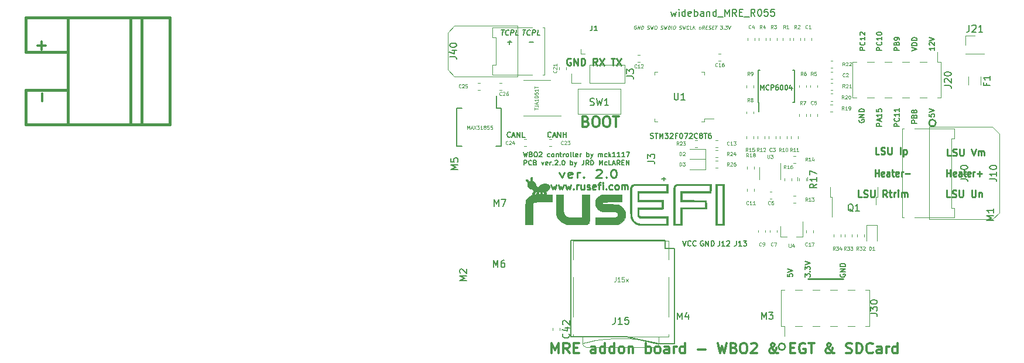
<source format=gbr>
G04 #@! TF.GenerationSoftware,KiCad,Pcbnew,5.1.5+dfsg1-2build2*
G04 #@! TF.CreationDate,2021-11-24T23:00:56+01:00*
G04 #@! TF.ProjectId,mre_addon_v2,6d72655f-6164-4646-9f6e-5f76322e6b69,V2.0*
G04 #@! TF.SameCoordinates,Original*
G04 #@! TF.FileFunction,Legend,Top*
G04 #@! TF.FilePolarity,Positive*
%FSLAX46Y46*%
G04 Gerber Fmt 4.6, Leading zero omitted, Abs format (unit mm)*
G04 Created by KiCad (PCBNEW 5.1.5+dfsg1-2build2) date 2021-11-24 23:00:56*
%MOMM*%
%LPD*%
G04 APERTURE LIST*
%ADD10C,0.125000*%
%ADD11C,0.150000*%
%ADD12C,0.187500*%
%ADD13C,0.225000*%
%ADD14C,0.250000*%
%ADD15C,0.300000*%
%ADD16C,0.120000*%
%ADD17C,0.381000*%
%ADD18C,0.254000*%
%ADD19C,0.127000*%
%ADD20C,0.010000*%
%ADD21C,0.304800*%
%ADD22C,0.130000*%
%ADD23C,0.101600*%
G04 APERTURE END LIST*
D10*
X78290476Y-141226190D02*
X78290476Y-140726190D01*
X78457142Y-141083333D01*
X78623809Y-140726190D01*
X78623809Y-141226190D01*
X78838095Y-141083333D02*
X79076190Y-141083333D01*
X78790476Y-141226190D02*
X78957142Y-140726190D01*
X79123809Y-141226190D01*
X79242857Y-140726190D02*
X79576190Y-141226190D01*
X79576190Y-140726190D02*
X79242857Y-141226190D01*
X79719047Y-140726190D02*
X80028571Y-140726190D01*
X79861904Y-140916666D01*
X79933333Y-140916666D01*
X79980952Y-140940476D01*
X80004761Y-140964285D01*
X80028571Y-141011904D01*
X80028571Y-141130952D01*
X80004761Y-141178571D01*
X79980952Y-141202380D01*
X79933333Y-141226190D01*
X79790476Y-141226190D01*
X79742857Y-141202380D01*
X79719047Y-141178571D01*
X80504761Y-141226190D02*
X80219047Y-141226190D01*
X80361904Y-141226190D02*
X80361904Y-140726190D01*
X80314285Y-140797619D01*
X80266666Y-140845238D01*
X80219047Y-140869047D01*
X80790476Y-140940476D02*
X80742857Y-140916666D01*
X80719047Y-140892857D01*
X80695238Y-140845238D01*
X80695238Y-140821428D01*
X80719047Y-140773809D01*
X80742857Y-140750000D01*
X80790476Y-140726190D01*
X80885714Y-140726190D01*
X80933333Y-140750000D01*
X80957142Y-140773809D01*
X80980952Y-140821428D01*
X80980952Y-140845238D01*
X80957142Y-140892857D01*
X80933333Y-140916666D01*
X80885714Y-140940476D01*
X80790476Y-140940476D01*
X80742857Y-140964285D01*
X80719047Y-140988095D01*
X80695238Y-141035714D01*
X80695238Y-141130952D01*
X80719047Y-141178571D01*
X80742857Y-141202380D01*
X80790476Y-141226190D01*
X80885714Y-141226190D01*
X80933333Y-141202380D01*
X80957142Y-141178571D01*
X80980952Y-141130952D01*
X80980952Y-141035714D01*
X80957142Y-140988095D01*
X80933333Y-140964285D01*
X80885714Y-140940476D01*
X81433333Y-140726190D02*
X81195238Y-140726190D01*
X81171428Y-140964285D01*
X81195238Y-140940476D01*
X81242857Y-140916666D01*
X81361904Y-140916666D01*
X81409523Y-140940476D01*
X81433333Y-140964285D01*
X81457142Y-141011904D01*
X81457142Y-141130952D01*
X81433333Y-141178571D01*
X81409523Y-141202380D01*
X81361904Y-141226190D01*
X81242857Y-141226190D01*
X81195238Y-141202380D01*
X81171428Y-141178571D01*
X81909523Y-140726190D02*
X81671428Y-140726190D01*
X81647619Y-140964285D01*
X81671428Y-140940476D01*
X81719047Y-140916666D01*
X81838095Y-140916666D01*
X81885714Y-140940476D01*
X81909523Y-140964285D01*
X81933333Y-141011904D01*
X81933333Y-141130952D01*
X81909523Y-141178571D01*
X81885714Y-141202380D01*
X81838095Y-141226190D01*
X81719047Y-141226190D01*
X81671428Y-141202380D01*
X81647619Y-141178571D01*
X88026190Y-138390476D02*
X88026190Y-138104761D01*
X88526190Y-138247619D02*
X88026190Y-138247619D01*
X88026190Y-137795238D02*
X88383333Y-137795238D01*
X88454761Y-137819047D01*
X88502380Y-137866666D01*
X88526190Y-137938095D01*
X88526190Y-137985714D01*
X88383333Y-137580952D02*
X88383333Y-137342857D01*
X88526190Y-137628571D02*
X88026190Y-137461904D01*
X88526190Y-137295238D01*
X88526190Y-136866666D02*
X88526190Y-137152380D01*
X88526190Y-137009523D02*
X88026190Y-137009523D01*
X88097619Y-137057142D01*
X88145238Y-137104761D01*
X88169047Y-137152380D01*
X88026190Y-136557142D02*
X88026190Y-136509523D01*
X88050000Y-136461904D01*
X88073809Y-136438095D01*
X88121428Y-136414285D01*
X88216666Y-136390476D01*
X88335714Y-136390476D01*
X88430952Y-136414285D01*
X88478571Y-136438095D01*
X88502380Y-136461904D01*
X88526190Y-136509523D01*
X88526190Y-136557142D01*
X88502380Y-136604761D01*
X88478571Y-136628571D01*
X88430952Y-136652380D01*
X88335714Y-136676190D01*
X88216666Y-136676190D01*
X88121428Y-136652380D01*
X88073809Y-136628571D01*
X88050000Y-136604761D01*
X88026190Y-136557142D01*
X88026190Y-135938095D02*
X88026190Y-136176190D01*
X88264285Y-136200000D01*
X88240476Y-136176190D01*
X88216666Y-136128571D01*
X88216666Y-136009523D01*
X88240476Y-135961904D01*
X88264285Y-135938095D01*
X88311904Y-135914285D01*
X88430952Y-135914285D01*
X88478571Y-135938095D01*
X88502380Y-135961904D01*
X88526190Y-136009523D01*
X88526190Y-136128571D01*
X88502380Y-136176190D01*
X88478571Y-136200000D01*
X88526190Y-135438095D02*
X88526190Y-135723809D01*
X88526190Y-135580952D02*
X88026190Y-135580952D01*
X88097619Y-135628571D01*
X88145238Y-135676190D01*
X88169047Y-135723809D01*
X88026190Y-135295238D02*
X88026190Y-135009523D01*
X88526190Y-135152380D02*
X88026190Y-135152380D01*
D11*
X120733333Y-135516666D02*
X120733333Y-134816666D01*
X120966666Y-135316666D01*
X121200000Y-134816666D01*
X121200000Y-135516666D01*
X121933333Y-135450000D02*
X121900000Y-135483333D01*
X121800000Y-135516666D01*
X121733333Y-135516666D01*
X121633333Y-135483333D01*
X121566666Y-135416666D01*
X121533333Y-135350000D01*
X121500000Y-135216666D01*
X121500000Y-135116666D01*
X121533333Y-134983333D01*
X121566666Y-134916666D01*
X121633333Y-134850000D01*
X121733333Y-134816666D01*
X121800000Y-134816666D01*
X121900000Y-134850000D01*
X121933333Y-134883333D01*
X122233333Y-135516666D02*
X122233333Y-134816666D01*
X122500000Y-134816666D01*
X122566666Y-134850000D01*
X122600000Y-134883333D01*
X122633333Y-134950000D01*
X122633333Y-135050000D01*
X122600000Y-135116666D01*
X122566666Y-135150000D01*
X122500000Y-135183333D01*
X122233333Y-135183333D01*
X123233333Y-134816666D02*
X123100000Y-134816666D01*
X123033333Y-134850000D01*
X123000000Y-134883333D01*
X122933333Y-134983333D01*
X122900000Y-135116666D01*
X122900000Y-135383333D01*
X122933333Y-135450000D01*
X122966666Y-135483333D01*
X123033333Y-135516666D01*
X123166666Y-135516666D01*
X123233333Y-135483333D01*
X123266666Y-135450000D01*
X123300000Y-135383333D01*
X123300000Y-135216666D01*
X123266666Y-135150000D01*
X123233333Y-135116666D01*
X123166666Y-135083333D01*
X123033333Y-135083333D01*
X122966666Y-135116666D01*
X122933333Y-135150000D01*
X122900000Y-135216666D01*
X123733333Y-134816666D02*
X123800000Y-134816666D01*
X123866666Y-134850000D01*
X123900000Y-134883333D01*
X123933333Y-134950000D01*
X123966666Y-135083333D01*
X123966666Y-135250000D01*
X123933333Y-135383333D01*
X123900000Y-135450000D01*
X123866666Y-135483333D01*
X123800000Y-135516666D01*
X123733333Y-135516666D01*
X123666666Y-135483333D01*
X123633333Y-135450000D01*
X123600000Y-135383333D01*
X123566666Y-135250000D01*
X123566666Y-135083333D01*
X123600000Y-134950000D01*
X123633333Y-134883333D01*
X123666666Y-134850000D01*
X123733333Y-134816666D01*
X124400000Y-134816666D02*
X124466666Y-134816666D01*
X124533333Y-134850000D01*
X124566666Y-134883333D01*
X124600000Y-134950000D01*
X124633333Y-135083333D01*
X124633333Y-135250000D01*
X124600000Y-135383333D01*
X124566666Y-135450000D01*
X124533333Y-135483333D01*
X124466666Y-135516666D01*
X124400000Y-135516666D01*
X124333333Y-135483333D01*
X124300000Y-135450000D01*
X124266666Y-135383333D01*
X124233333Y-135250000D01*
X124233333Y-135083333D01*
X124266666Y-134950000D01*
X124300000Y-134883333D01*
X124333333Y-134850000D01*
X124400000Y-134816666D01*
X125233333Y-135050000D02*
X125233333Y-135516666D01*
X125066666Y-134783333D02*
X124900000Y-135283333D01*
X125333333Y-135283333D01*
X104789285Y-142503571D02*
X104896428Y-142539285D01*
X105075000Y-142539285D01*
X105146428Y-142503571D01*
X105182142Y-142467857D01*
X105217857Y-142396428D01*
X105217857Y-142325000D01*
X105182142Y-142253571D01*
X105146428Y-142217857D01*
X105075000Y-142182142D01*
X104932142Y-142146428D01*
X104860714Y-142110714D01*
X104825000Y-142075000D01*
X104789285Y-142003571D01*
X104789285Y-141932142D01*
X104825000Y-141860714D01*
X104860714Y-141825000D01*
X104932142Y-141789285D01*
X105110714Y-141789285D01*
X105217857Y-141825000D01*
X105432142Y-141789285D02*
X105860714Y-141789285D01*
X105646428Y-142539285D02*
X105646428Y-141789285D01*
X106110714Y-142539285D02*
X106110714Y-141789285D01*
X106360714Y-142325000D01*
X106610714Y-141789285D01*
X106610714Y-142539285D01*
X106896428Y-141789285D02*
X107360714Y-141789285D01*
X107110714Y-142075000D01*
X107217857Y-142075000D01*
X107289285Y-142110714D01*
X107325000Y-142146428D01*
X107360714Y-142217857D01*
X107360714Y-142396428D01*
X107325000Y-142467857D01*
X107289285Y-142503571D01*
X107217857Y-142539285D01*
X107003571Y-142539285D01*
X106932142Y-142503571D01*
X106896428Y-142467857D01*
X107646428Y-141860714D02*
X107682142Y-141825000D01*
X107753571Y-141789285D01*
X107932142Y-141789285D01*
X108003571Y-141825000D01*
X108039285Y-141860714D01*
X108075000Y-141932142D01*
X108075000Y-142003571D01*
X108039285Y-142110714D01*
X107610714Y-142539285D01*
X108075000Y-142539285D01*
X108646428Y-142146428D02*
X108396428Y-142146428D01*
X108396428Y-142539285D02*
X108396428Y-141789285D01*
X108753571Y-141789285D01*
X109182142Y-141789285D02*
X109253571Y-141789285D01*
X109325000Y-141825000D01*
X109360714Y-141860714D01*
X109396428Y-141932142D01*
X109432142Y-142075000D01*
X109432142Y-142253571D01*
X109396428Y-142396428D01*
X109360714Y-142467857D01*
X109325000Y-142503571D01*
X109253571Y-142539285D01*
X109182142Y-142539285D01*
X109110714Y-142503571D01*
X109075000Y-142467857D01*
X109039285Y-142396428D01*
X109003571Y-142253571D01*
X109003571Y-142075000D01*
X109039285Y-141932142D01*
X109075000Y-141860714D01*
X109110714Y-141825000D01*
X109182142Y-141789285D01*
X109682142Y-141789285D02*
X110182142Y-141789285D01*
X109860714Y-142539285D01*
X110432142Y-141860714D02*
X110467857Y-141825000D01*
X110539285Y-141789285D01*
X110717857Y-141789285D01*
X110789285Y-141825000D01*
X110825000Y-141860714D01*
X110860714Y-141932142D01*
X110860714Y-142003571D01*
X110825000Y-142110714D01*
X110396428Y-142539285D01*
X110860714Y-142539285D01*
X111610714Y-142467857D02*
X111575000Y-142503571D01*
X111467857Y-142539285D01*
X111396428Y-142539285D01*
X111289285Y-142503571D01*
X111217857Y-142432142D01*
X111182142Y-142360714D01*
X111146428Y-142217857D01*
X111146428Y-142110714D01*
X111182142Y-141967857D01*
X111217857Y-141896428D01*
X111289285Y-141825000D01*
X111396428Y-141789285D01*
X111467857Y-141789285D01*
X111575000Y-141825000D01*
X111610714Y-141860714D01*
X112039285Y-142110714D02*
X111967857Y-142075000D01*
X111932142Y-142039285D01*
X111896428Y-141967857D01*
X111896428Y-141932142D01*
X111932142Y-141860714D01*
X111967857Y-141825000D01*
X112039285Y-141789285D01*
X112182142Y-141789285D01*
X112253571Y-141825000D01*
X112289285Y-141860714D01*
X112325000Y-141932142D01*
X112325000Y-141967857D01*
X112289285Y-142039285D01*
X112253571Y-142075000D01*
X112182142Y-142110714D01*
X112039285Y-142110714D01*
X111967857Y-142146428D01*
X111932142Y-142182142D01*
X111896428Y-142253571D01*
X111896428Y-142396428D01*
X111932142Y-142467857D01*
X111967857Y-142503571D01*
X112039285Y-142539285D01*
X112182142Y-142539285D01*
X112253571Y-142503571D01*
X112289285Y-142467857D01*
X112325000Y-142396428D01*
X112325000Y-142253571D01*
X112289285Y-142182142D01*
X112253571Y-142146428D01*
X112182142Y-142110714D01*
X112539285Y-141789285D02*
X112967857Y-141789285D01*
X112753571Y-142539285D02*
X112753571Y-141789285D01*
X113539285Y-141789285D02*
X113396428Y-141789285D01*
X113325000Y-141825000D01*
X113289285Y-141860714D01*
X113217857Y-141967857D01*
X113182142Y-142110714D01*
X113182142Y-142396428D01*
X113217857Y-142467857D01*
X113253571Y-142503571D01*
X113325000Y-142539285D01*
X113467857Y-142539285D01*
X113539285Y-142503571D01*
X113575000Y-142467857D01*
X113610714Y-142396428D01*
X113610714Y-142217857D01*
X113575000Y-142146428D01*
X113539285Y-142110714D01*
X113467857Y-142075000D01*
X113325000Y-142075000D01*
X113253571Y-142110714D01*
X113217857Y-142146428D01*
X113182142Y-142217857D01*
D12*
X86344810Y-126833035D02*
X86773381Y-126833035D01*
X86465345Y-127583035D02*
X86559095Y-126833035D01*
X87367131Y-127511607D02*
X87326953Y-127547321D01*
X87215345Y-127583035D01*
X87143917Y-127583035D01*
X87041238Y-127547321D01*
X86978738Y-127475892D01*
X86951953Y-127404464D01*
X86934095Y-127261607D01*
X86947488Y-127154464D01*
X87001060Y-127011607D01*
X87045703Y-126940178D01*
X87126060Y-126868750D01*
X87237667Y-126833035D01*
X87309095Y-126833035D01*
X87411774Y-126868750D01*
X87443024Y-126904464D01*
X87679631Y-127583035D02*
X87773381Y-126833035D01*
X88059095Y-126833035D01*
X88126060Y-126868750D01*
X88157310Y-126904464D01*
X88184095Y-126975892D01*
X88170703Y-127083035D01*
X88126060Y-127154464D01*
X88085881Y-127190178D01*
X88009988Y-127225892D01*
X87724274Y-127225892D01*
X88786774Y-127583035D02*
X88429631Y-127583035D01*
X88523381Y-126833035D01*
X87268917Y-128609821D02*
X87840345Y-128609821D01*
X83244810Y-126833035D02*
X83673381Y-126833035D01*
X83365345Y-127583035D02*
X83459095Y-126833035D01*
X84267131Y-127511607D02*
X84226953Y-127547321D01*
X84115345Y-127583035D01*
X84043917Y-127583035D01*
X83941238Y-127547321D01*
X83878738Y-127475892D01*
X83851953Y-127404464D01*
X83834095Y-127261607D01*
X83847488Y-127154464D01*
X83901060Y-127011607D01*
X83945703Y-126940178D01*
X84026060Y-126868750D01*
X84137667Y-126833035D01*
X84209095Y-126833035D01*
X84311774Y-126868750D01*
X84343024Y-126904464D01*
X84579631Y-127583035D02*
X84673381Y-126833035D01*
X84959095Y-126833035D01*
X85026060Y-126868750D01*
X85057310Y-126904464D01*
X85084095Y-126975892D01*
X85070703Y-127083035D01*
X85026060Y-127154464D01*
X84985881Y-127190178D01*
X84909988Y-127225892D01*
X84624274Y-127225892D01*
X85686774Y-127583035D02*
X85329631Y-127583035D01*
X85423381Y-126833035D01*
X84168917Y-128609821D02*
X84740345Y-128609821D01*
X84418917Y-128895535D02*
X84490345Y-128324107D01*
D13*
X137271428Y-148052380D02*
X137271428Y-147052380D01*
X137271428Y-147528571D02*
X137785714Y-147528571D01*
X137785714Y-148052380D02*
X137785714Y-147052380D01*
X138557142Y-148004761D02*
X138471428Y-148052380D01*
X138300000Y-148052380D01*
X138214285Y-148004761D01*
X138171428Y-147909523D01*
X138171428Y-147528571D01*
X138214285Y-147433333D01*
X138300000Y-147385714D01*
X138471428Y-147385714D01*
X138557142Y-147433333D01*
X138600000Y-147528571D01*
X138600000Y-147623809D01*
X138171428Y-147719047D01*
X139371428Y-148052380D02*
X139371428Y-147528571D01*
X139328571Y-147433333D01*
X139242857Y-147385714D01*
X139071428Y-147385714D01*
X138985714Y-147433333D01*
X139371428Y-148004761D02*
X139285714Y-148052380D01*
X139071428Y-148052380D01*
X138985714Y-148004761D01*
X138942857Y-147909523D01*
X138942857Y-147814285D01*
X138985714Y-147719047D01*
X139071428Y-147671428D01*
X139285714Y-147671428D01*
X139371428Y-147623809D01*
X139671428Y-147385714D02*
X140014285Y-147385714D01*
X139800000Y-147052380D02*
X139800000Y-147909523D01*
X139842857Y-148004761D01*
X139928571Y-148052380D01*
X140014285Y-148052380D01*
X140657142Y-148004761D02*
X140571428Y-148052380D01*
X140400000Y-148052380D01*
X140314285Y-148004761D01*
X140271428Y-147909523D01*
X140271428Y-147528571D01*
X140314285Y-147433333D01*
X140400000Y-147385714D01*
X140571428Y-147385714D01*
X140657142Y-147433333D01*
X140700000Y-147528571D01*
X140700000Y-147623809D01*
X140271428Y-147719047D01*
X141085714Y-148052380D02*
X141085714Y-147385714D01*
X141085714Y-147576190D02*
X141128571Y-147480952D01*
X141171428Y-147433333D01*
X141257142Y-147385714D01*
X141342857Y-147385714D01*
X141642857Y-147671428D02*
X142328571Y-147671428D01*
D14*
X148152380Y-151052380D02*
X147676190Y-151052380D01*
X147676190Y-150052380D01*
X148438095Y-151004761D02*
X148580952Y-151052380D01*
X148819047Y-151052380D01*
X148914285Y-151004761D01*
X148961904Y-150957142D01*
X149009523Y-150861904D01*
X149009523Y-150766666D01*
X148961904Y-150671428D01*
X148914285Y-150623809D01*
X148819047Y-150576190D01*
X148628571Y-150528571D01*
X148533333Y-150480952D01*
X148485714Y-150433333D01*
X148438095Y-150338095D01*
X148438095Y-150242857D01*
X148485714Y-150147619D01*
X148533333Y-150100000D01*
X148628571Y-150052380D01*
X148866666Y-150052380D01*
X149009523Y-150100000D01*
X149438095Y-150052380D02*
X149438095Y-150861904D01*
X149485714Y-150957142D01*
X149533333Y-151004761D01*
X149628571Y-151052380D01*
X149819047Y-151052380D01*
X149914285Y-151004761D01*
X149961904Y-150957142D01*
X150009523Y-150861904D01*
X150009523Y-150052380D01*
X151247619Y-150052380D02*
X151247619Y-150861904D01*
X151295238Y-150957142D01*
X151342857Y-151004761D01*
X151438095Y-151052380D01*
X151628571Y-151052380D01*
X151723809Y-151004761D01*
X151771428Y-150957142D01*
X151819047Y-150861904D01*
X151819047Y-150052380D01*
X152295238Y-150385714D02*
X152295238Y-151052380D01*
X152295238Y-150480952D02*
X152342857Y-150433333D01*
X152438095Y-150385714D01*
X152580952Y-150385714D01*
X152676190Y-150433333D01*
X152723809Y-150528571D01*
X152723809Y-151052380D01*
X148233333Y-145052380D02*
X147757142Y-145052380D01*
X147757142Y-144052380D01*
X148519047Y-145004761D02*
X148661904Y-145052380D01*
X148900000Y-145052380D01*
X148995238Y-145004761D01*
X149042857Y-144957142D01*
X149090476Y-144861904D01*
X149090476Y-144766666D01*
X149042857Y-144671428D01*
X148995238Y-144623809D01*
X148900000Y-144576190D01*
X148709523Y-144528571D01*
X148614285Y-144480952D01*
X148566666Y-144433333D01*
X148519047Y-144338095D01*
X148519047Y-144242857D01*
X148566666Y-144147619D01*
X148614285Y-144100000D01*
X148709523Y-144052380D01*
X148947619Y-144052380D01*
X149090476Y-144100000D01*
X149519047Y-144052380D02*
X149519047Y-144861904D01*
X149566666Y-144957142D01*
X149614285Y-145004761D01*
X149709523Y-145052380D01*
X149900000Y-145052380D01*
X149995238Y-145004761D01*
X150042857Y-144957142D01*
X150090476Y-144861904D01*
X150090476Y-144052380D01*
X151185714Y-144052380D02*
X151519047Y-145052380D01*
X151852380Y-144052380D01*
X152185714Y-145052380D02*
X152185714Y-144385714D01*
X152185714Y-144480952D02*
X152233333Y-144433333D01*
X152328571Y-144385714D01*
X152471428Y-144385714D01*
X152566666Y-144433333D01*
X152614285Y-144528571D01*
X152614285Y-145052380D01*
X152614285Y-144528571D02*
X152661904Y-144433333D01*
X152757142Y-144385714D01*
X152900000Y-144385714D01*
X152995238Y-144433333D01*
X153042857Y-144528571D01*
X153042857Y-145052380D01*
X135328571Y-151052380D02*
X134852380Y-151052380D01*
X134852380Y-150052380D01*
X135614285Y-151004761D02*
X135757142Y-151052380D01*
X135995238Y-151052380D01*
X136090476Y-151004761D01*
X136138095Y-150957142D01*
X136185714Y-150861904D01*
X136185714Y-150766666D01*
X136138095Y-150671428D01*
X136090476Y-150623809D01*
X135995238Y-150576190D01*
X135804761Y-150528571D01*
X135709523Y-150480952D01*
X135661904Y-150433333D01*
X135614285Y-150338095D01*
X135614285Y-150242857D01*
X135661904Y-150147619D01*
X135709523Y-150100000D01*
X135804761Y-150052380D01*
X136042857Y-150052380D01*
X136185714Y-150100000D01*
X136614285Y-150052380D02*
X136614285Y-150861904D01*
X136661904Y-150957142D01*
X136709523Y-151004761D01*
X136804761Y-151052380D01*
X136995238Y-151052380D01*
X137090476Y-151004761D01*
X137138095Y-150957142D01*
X137185714Y-150861904D01*
X137185714Y-150052380D01*
X138995238Y-151052380D02*
X138661904Y-150576190D01*
X138423809Y-151052380D02*
X138423809Y-150052380D01*
X138804761Y-150052380D01*
X138900000Y-150100000D01*
X138947619Y-150147619D01*
X138995238Y-150242857D01*
X138995238Y-150385714D01*
X138947619Y-150480952D01*
X138900000Y-150528571D01*
X138804761Y-150576190D01*
X138423809Y-150576190D01*
X139280952Y-150385714D02*
X139661904Y-150385714D01*
X139423809Y-150052380D02*
X139423809Y-150909523D01*
X139471428Y-151004761D01*
X139566666Y-151052380D01*
X139661904Y-151052380D01*
X139995238Y-151052380D02*
X139995238Y-150385714D01*
X139995238Y-150576190D02*
X140042857Y-150480952D01*
X140090476Y-150433333D01*
X140185714Y-150385714D01*
X140280952Y-150385714D01*
X140614285Y-151052380D02*
X140614285Y-150385714D01*
X140614285Y-150052380D02*
X140566666Y-150100000D01*
X140614285Y-150147619D01*
X140661904Y-150100000D01*
X140614285Y-150052380D01*
X140614285Y-150147619D01*
X141090476Y-151052380D02*
X141090476Y-150385714D01*
X141090476Y-150480952D02*
X141138095Y-150433333D01*
X141233333Y-150385714D01*
X141376190Y-150385714D01*
X141471428Y-150433333D01*
X141519047Y-150528571D01*
X141519047Y-151052380D01*
X141519047Y-150528571D02*
X141566666Y-150433333D01*
X141661904Y-150385714D01*
X141804761Y-150385714D01*
X141900000Y-150433333D01*
X141947619Y-150528571D01*
X141947619Y-151052380D01*
D13*
X147671428Y-148052380D02*
X147671428Y-147052380D01*
X147671428Y-147528571D02*
X148185714Y-147528571D01*
X148185714Y-148052380D02*
X148185714Y-147052380D01*
X148957142Y-148004761D02*
X148871428Y-148052380D01*
X148700000Y-148052380D01*
X148614285Y-148004761D01*
X148571428Y-147909523D01*
X148571428Y-147528571D01*
X148614285Y-147433333D01*
X148700000Y-147385714D01*
X148871428Y-147385714D01*
X148957142Y-147433333D01*
X149000000Y-147528571D01*
X149000000Y-147623809D01*
X148571428Y-147719047D01*
X149771428Y-148052380D02*
X149771428Y-147528571D01*
X149728571Y-147433333D01*
X149642857Y-147385714D01*
X149471428Y-147385714D01*
X149385714Y-147433333D01*
X149771428Y-148004761D02*
X149685714Y-148052380D01*
X149471428Y-148052380D01*
X149385714Y-148004761D01*
X149342857Y-147909523D01*
X149342857Y-147814285D01*
X149385714Y-147719047D01*
X149471428Y-147671428D01*
X149685714Y-147671428D01*
X149771428Y-147623809D01*
X150071428Y-147385714D02*
X150414285Y-147385714D01*
X150200000Y-147052380D02*
X150200000Y-147909523D01*
X150242857Y-148004761D01*
X150328571Y-148052380D01*
X150414285Y-148052380D01*
X151057142Y-148004761D02*
X150971428Y-148052380D01*
X150800000Y-148052380D01*
X150714285Y-148004761D01*
X150671428Y-147909523D01*
X150671428Y-147528571D01*
X150714285Y-147433333D01*
X150800000Y-147385714D01*
X150971428Y-147385714D01*
X151057142Y-147433333D01*
X151100000Y-147528571D01*
X151100000Y-147623809D01*
X150671428Y-147719047D01*
X151485714Y-148052380D02*
X151485714Y-147385714D01*
X151485714Y-147576190D02*
X151528571Y-147480952D01*
X151571428Y-147433333D01*
X151657142Y-147385714D01*
X151742857Y-147385714D01*
X152042857Y-147671428D02*
X152728571Y-147671428D01*
X152385714Y-148052380D02*
X152385714Y-147290476D01*
D14*
X137838095Y-144852380D02*
X137361904Y-144852380D01*
X137361904Y-143852380D01*
X138123809Y-144804761D02*
X138266666Y-144852380D01*
X138504761Y-144852380D01*
X138600000Y-144804761D01*
X138647619Y-144757142D01*
X138695238Y-144661904D01*
X138695238Y-144566666D01*
X138647619Y-144471428D01*
X138600000Y-144423809D01*
X138504761Y-144376190D01*
X138314285Y-144328571D01*
X138219047Y-144280952D01*
X138171428Y-144233333D01*
X138123809Y-144138095D01*
X138123809Y-144042857D01*
X138171428Y-143947619D01*
X138219047Y-143900000D01*
X138314285Y-143852380D01*
X138552380Y-143852380D01*
X138695238Y-143900000D01*
X139123809Y-143852380D02*
X139123809Y-144661904D01*
X139171428Y-144757142D01*
X139219047Y-144804761D01*
X139314285Y-144852380D01*
X139504761Y-144852380D01*
X139600000Y-144804761D01*
X139647619Y-144757142D01*
X139695238Y-144661904D01*
X139695238Y-143852380D01*
X140933333Y-144852380D02*
X140933333Y-143852380D01*
X141409523Y-144185714D02*
X141409523Y-145185714D01*
X141409523Y-144233333D02*
X141504761Y-144185714D01*
X141695238Y-144185714D01*
X141790476Y-144233333D01*
X141838095Y-144280952D01*
X141885714Y-144376190D01*
X141885714Y-144661904D01*
X141838095Y-144757142D01*
X141790476Y-144804761D01*
X141695238Y-144852380D01*
X141504761Y-144852380D01*
X141409523Y-144804761D01*
X91621428Y-147442857D02*
X91978571Y-148242857D01*
X92335714Y-147442857D01*
X93478571Y-148185714D02*
X93335714Y-148242857D01*
X93050000Y-148242857D01*
X92907142Y-148185714D01*
X92835714Y-148071428D01*
X92835714Y-147614285D01*
X92907142Y-147500000D01*
X93050000Y-147442857D01*
X93335714Y-147442857D01*
X93478571Y-147500000D01*
X93550000Y-147614285D01*
X93550000Y-147728571D01*
X92835714Y-147842857D01*
X94192857Y-148242857D02*
X94192857Y-147442857D01*
X94192857Y-147671428D02*
X94264285Y-147557142D01*
X94335714Y-147500000D01*
X94478571Y-147442857D01*
X94621428Y-147442857D01*
X95121428Y-148128571D02*
X95192857Y-148185714D01*
X95121428Y-148242857D01*
X95050000Y-148185714D01*
X95121428Y-148128571D01*
X95121428Y-148242857D01*
X96907142Y-147157142D02*
X96978571Y-147100000D01*
X97121428Y-147042857D01*
X97478571Y-147042857D01*
X97621428Y-147100000D01*
X97692857Y-147157142D01*
X97764285Y-147271428D01*
X97764285Y-147385714D01*
X97692857Y-147557142D01*
X96835714Y-148242857D01*
X97764285Y-148242857D01*
X98407142Y-148128571D02*
X98478571Y-148185714D01*
X98407142Y-148242857D01*
X98335714Y-148185714D01*
X98407142Y-148128571D01*
X98407142Y-148242857D01*
X99407142Y-147042857D02*
X99550000Y-147042857D01*
X99692857Y-147100000D01*
X99764285Y-147157142D01*
X99835714Y-147271428D01*
X99907142Y-147500000D01*
X99907142Y-147785714D01*
X99835714Y-148014285D01*
X99764285Y-148128571D01*
X99692857Y-148185714D01*
X99550000Y-148242857D01*
X99407142Y-148242857D01*
X99264285Y-148185714D01*
X99192857Y-148128571D01*
X99121428Y-148014285D01*
X99050000Y-147785714D01*
X99050000Y-147500000D01*
X99121428Y-147271428D01*
X99192857Y-147157142D01*
X99264285Y-147100000D01*
X99407142Y-147042857D01*
D11*
X86433333Y-144516666D02*
X86600000Y-145216666D01*
X86733333Y-144716666D01*
X86866666Y-145216666D01*
X87033333Y-144516666D01*
X87533333Y-144850000D02*
X87633333Y-144883333D01*
X87666666Y-144916666D01*
X87700000Y-144983333D01*
X87700000Y-145083333D01*
X87666666Y-145150000D01*
X87633333Y-145183333D01*
X87566666Y-145216666D01*
X87300000Y-145216666D01*
X87300000Y-144516666D01*
X87533333Y-144516666D01*
X87600000Y-144550000D01*
X87633333Y-144583333D01*
X87666666Y-144650000D01*
X87666666Y-144716666D01*
X87633333Y-144783333D01*
X87600000Y-144816666D01*
X87533333Y-144850000D01*
X87300000Y-144850000D01*
X88133333Y-144516666D02*
X88266666Y-144516666D01*
X88333333Y-144550000D01*
X88400000Y-144616666D01*
X88433333Y-144750000D01*
X88433333Y-144983333D01*
X88400000Y-145116666D01*
X88333333Y-145183333D01*
X88266666Y-145216666D01*
X88133333Y-145216666D01*
X88066666Y-145183333D01*
X88000000Y-145116666D01*
X87966666Y-144983333D01*
X87966666Y-144750000D01*
X88000000Y-144616666D01*
X88066666Y-144550000D01*
X88133333Y-144516666D01*
X88700000Y-144583333D02*
X88733333Y-144550000D01*
X88800000Y-144516666D01*
X88966666Y-144516666D01*
X89033333Y-144550000D01*
X89066666Y-144583333D01*
X89100000Y-144650000D01*
X89100000Y-144716666D01*
X89066666Y-144816666D01*
X88666666Y-145216666D01*
X89100000Y-145216666D01*
X90233333Y-145183333D02*
X90166666Y-145216666D01*
X90033333Y-145216666D01*
X89966666Y-145183333D01*
X89933333Y-145150000D01*
X89900000Y-145083333D01*
X89900000Y-144883333D01*
X89933333Y-144816666D01*
X89966666Y-144783333D01*
X90033333Y-144750000D01*
X90166666Y-144750000D01*
X90233333Y-144783333D01*
X90633333Y-145216666D02*
X90566666Y-145183333D01*
X90533333Y-145150000D01*
X90500000Y-145083333D01*
X90500000Y-144883333D01*
X90533333Y-144816666D01*
X90566666Y-144783333D01*
X90633333Y-144750000D01*
X90733333Y-144750000D01*
X90800000Y-144783333D01*
X90833333Y-144816666D01*
X90866666Y-144883333D01*
X90866666Y-145083333D01*
X90833333Y-145150000D01*
X90800000Y-145183333D01*
X90733333Y-145216666D01*
X90633333Y-145216666D01*
X91166666Y-144750000D02*
X91166666Y-145216666D01*
X91166666Y-144816666D02*
X91200000Y-144783333D01*
X91266666Y-144750000D01*
X91366666Y-144750000D01*
X91433333Y-144783333D01*
X91466666Y-144850000D01*
X91466666Y-145216666D01*
X91700000Y-144750000D02*
X91966666Y-144750000D01*
X91800000Y-144516666D02*
X91800000Y-145116666D01*
X91833333Y-145183333D01*
X91900000Y-145216666D01*
X91966666Y-145216666D01*
X92200000Y-145216666D02*
X92200000Y-144750000D01*
X92200000Y-144883333D02*
X92233333Y-144816666D01*
X92266666Y-144783333D01*
X92333333Y-144750000D01*
X92400000Y-144750000D01*
X92733333Y-145216666D02*
X92666666Y-145183333D01*
X92633333Y-145150000D01*
X92600000Y-145083333D01*
X92600000Y-144883333D01*
X92633333Y-144816666D01*
X92666666Y-144783333D01*
X92733333Y-144750000D01*
X92833333Y-144750000D01*
X92900000Y-144783333D01*
X92933333Y-144816666D01*
X92966666Y-144883333D01*
X92966666Y-145083333D01*
X92933333Y-145150000D01*
X92900000Y-145183333D01*
X92833333Y-145216666D01*
X92733333Y-145216666D01*
X93366666Y-145216666D02*
X93300000Y-145183333D01*
X93266666Y-145116666D01*
X93266666Y-144516666D01*
X93733333Y-145216666D02*
X93666666Y-145183333D01*
X93633333Y-145116666D01*
X93633333Y-144516666D01*
X94266666Y-145183333D02*
X94200000Y-145216666D01*
X94066666Y-145216666D01*
X94000000Y-145183333D01*
X93966666Y-145116666D01*
X93966666Y-144850000D01*
X94000000Y-144783333D01*
X94066666Y-144750000D01*
X94200000Y-144750000D01*
X94266666Y-144783333D01*
X94300000Y-144850000D01*
X94300000Y-144916666D01*
X93966666Y-144983333D01*
X94600000Y-145216666D02*
X94600000Y-144750000D01*
X94600000Y-144883333D02*
X94633333Y-144816666D01*
X94666666Y-144783333D01*
X94733333Y-144750000D01*
X94800000Y-144750000D01*
X95566666Y-145216666D02*
X95566666Y-144516666D01*
X95566666Y-144783333D02*
X95633333Y-144750000D01*
X95766666Y-144750000D01*
X95833333Y-144783333D01*
X95866666Y-144816666D01*
X95900000Y-144883333D01*
X95900000Y-145083333D01*
X95866666Y-145150000D01*
X95833333Y-145183333D01*
X95766666Y-145216666D01*
X95633333Y-145216666D01*
X95566666Y-145183333D01*
X96133333Y-144750000D02*
X96300000Y-145216666D01*
X96466666Y-144750000D02*
X96300000Y-145216666D01*
X96233333Y-145383333D01*
X96200000Y-145416666D01*
X96133333Y-145450000D01*
X97266666Y-145216666D02*
X97266666Y-144750000D01*
X97266666Y-144816666D02*
X97300000Y-144783333D01*
X97366666Y-144750000D01*
X97466666Y-144750000D01*
X97533333Y-144783333D01*
X97566666Y-144850000D01*
X97566666Y-145216666D01*
X97566666Y-144850000D02*
X97600000Y-144783333D01*
X97666666Y-144750000D01*
X97766666Y-144750000D01*
X97833333Y-144783333D01*
X97866666Y-144850000D01*
X97866666Y-145216666D01*
X98500000Y-145183333D02*
X98433333Y-145216666D01*
X98300000Y-145216666D01*
X98233333Y-145183333D01*
X98200000Y-145150000D01*
X98166666Y-145083333D01*
X98166666Y-144883333D01*
X98200000Y-144816666D01*
X98233333Y-144783333D01*
X98300000Y-144750000D01*
X98433333Y-144750000D01*
X98500000Y-144783333D01*
X98800000Y-145216666D02*
X98800000Y-144516666D01*
X98866666Y-144950000D02*
X99066666Y-145216666D01*
X99066666Y-144750000D02*
X98800000Y-145016666D01*
X99733333Y-145216666D02*
X99333333Y-145216666D01*
X99533333Y-145216666D02*
X99533333Y-144516666D01*
X99466666Y-144616666D01*
X99400000Y-144683333D01*
X99333333Y-144716666D01*
X100400000Y-145216666D02*
X100000000Y-145216666D01*
X100200000Y-145216666D02*
X100200000Y-144516666D01*
X100133333Y-144616666D01*
X100066666Y-144683333D01*
X100000000Y-144716666D01*
X101066666Y-145216666D02*
X100666666Y-145216666D01*
X100866666Y-145216666D02*
X100866666Y-144516666D01*
X100800000Y-144616666D01*
X100733333Y-144683333D01*
X100666666Y-144716666D01*
X101300000Y-144516666D02*
X101766666Y-144516666D01*
X101466666Y-145216666D01*
X86500000Y-146416666D02*
X86500000Y-145716666D01*
X86766666Y-145716666D01*
X86833333Y-145750000D01*
X86866666Y-145783333D01*
X86900000Y-145850000D01*
X86900000Y-145950000D01*
X86866666Y-146016666D01*
X86833333Y-146050000D01*
X86766666Y-146083333D01*
X86500000Y-146083333D01*
X87600000Y-146350000D02*
X87566666Y-146383333D01*
X87466666Y-146416666D01*
X87400000Y-146416666D01*
X87300000Y-146383333D01*
X87233333Y-146316666D01*
X87200000Y-146250000D01*
X87166666Y-146116666D01*
X87166666Y-146016666D01*
X87200000Y-145883333D01*
X87233333Y-145816666D01*
X87300000Y-145750000D01*
X87400000Y-145716666D01*
X87466666Y-145716666D01*
X87566666Y-145750000D01*
X87600000Y-145783333D01*
X88133333Y-146050000D02*
X88233333Y-146083333D01*
X88266666Y-146116666D01*
X88300000Y-146183333D01*
X88300000Y-146283333D01*
X88266666Y-146350000D01*
X88233333Y-146383333D01*
X88166666Y-146416666D01*
X87900000Y-146416666D01*
X87900000Y-145716666D01*
X88133333Y-145716666D01*
X88200000Y-145750000D01*
X88233333Y-145783333D01*
X88266666Y-145850000D01*
X88266666Y-145916666D01*
X88233333Y-145983333D01*
X88200000Y-146016666D01*
X88133333Y-146050000D01*
X87900000Y-146050000D01*
X89066666Y-145950000D02*
X89233333Y-146416666D01*
X89400000Y-145950000D01*
X89933333Y-146383333D02*
X89866666Y-146416666D01*
X89733333Y-146416666D01*
X89666666Y-146383333D01*
X89633333Y-146316666D01*
X89633333Y-146050000D01*
X89666666Y-145983333D01*
X89733333Y-145950000D01*
X89866666Y-145950000D01*
X89933333Y-145983333D01*
X89966666Y-146050000D01*
X89966666Y-146116666D01*
X89633333Y-146183333D01*
X90266666Y-146416666D02*
X90266666Y-145950000D01*
X90266666Y-146083333D02*
X90300000Y-146016666D01*
X90333333Y-145983333D01*
X90400000Y-145950000D01*
X90466666Y-145950000D01*
X90700000Y-146350000D02*
X90733333Y-146383333D01*
X90700000Y-146416666D01*
X90666666Y-146383333D01*
X90700000Y-146350000D01*
X90700000Y-146416666D01*
X91000000Y-145783333D02*
X91033333Y-145750000D01*
X91100000Y-145716666D01*
X91266666Y-145716666D01*
X91333333Y-145750000D01*
X91366666Y-145783333D01*
X91400000Y-145850000D01*
X91400000Y-145916666D01*
X91366666Y-146016666D01*
X90966666Y-146416666D01*
X91400000Y-146416666D01*
X91700000Y-146350000D02*
X91733333Y-146383333D01*
X91700000Y-146416666D01*
X91666666Y-146383333D01*
X91700000Y-146350000D01*
X91700000Y-146416666D01*
X92166666Y-145716666D02*
X92233333Y-145716666D01*
X92300000Y-145750000D01*
X92333333Y-145783333D01*
X92366666Y-145850000D01*
X92400000Y-145983333D01*
X92400000Y-146150000D01*
X92366666Y-146283333D01*
X92333333Y-146350000D01*
X92300000Y-146383333D01*
X92233333Y-146416666D01*
X92166666Y-146416666D01*
X92100000Y-146383333D01*
X92066666Y-146350000D01*
X92033333Y-146283333D01*
X92000000Y-146150000D01*
X92000000Y-145983333D01*
X92033333Y-145850000D01*
X92066666Y-145783333D01*
X92100000Y-145750000D01*
X92166666Y-145716666D01*
X93233333Y-146416666D02*
X93233333Y-145716666D01*
X93233333Y-145983333D02*
X93300000Y-145950000D01*
X93433333Y-145950000D01*
X93500000Y-145983333D01*
X93533333Y-146016666D01*
X93566666Y-146083333D01*
X93566666Y-146283333D01*
X93533333Y-146350000D01*
X93500000Y-146383333D01*
X93433333Y-146416666D01*
X93300000Y-146416666D01*
X93233333Y-146383333D01*
X93800000Y-145950000D02*
X93966666Y-146416666D01*
X94133333Y-145950000D02*
X93966666Y-146416666D01*
X93900000Y-146583333D01*
X93866666Y-146616666D01*
X93800000Y-146650000D01*
X95133333Y-145716666D02*
X95133333Y-146216666D01*
X95100000Y-146316666D01*
X95033333Y-146383333D01*
X94933333Y-146416666D01*
X94866666Y-146416666D01*
X95866666Y-146416666D02*
X95633333Y-146083333D01*
X95466666Y-146416666D02*
X95466666Y-145716666D01*
X95733333Y-145716666D01*
X95800000Y-145750000D01*
X95833333Y-145783333D01*
X95866666Y-145850000D01*
X95866666Y-145950000D01*
X95833333Y-146016666D01*
X95800000Y-146050000D01*
X95733333Y-146083333D01*
X95466666Y-146083333D01*
X96166666Y-146416666D02*
X96166666Y-145716666D01*
X96333333Y-145716666D01*
X96433333Y-145750000D01*
X96500000Y-145816666D01*
X96533333Y-145883333D01*
X96566666Y-146016666D01*
X96566666Y-146116666D01*
X96533333Y-146250000D01*
X96500000Y-146316666D01*
X96433333Y-146383333D01*
X96333333Y-146416666D01*
X96166666Y-146416666D01*
X97400000Y-146416666D02*
X97400000Y-145716666D01*
X97633333Y-146216666D01*
X97866666Y-145716666D01*
X97866666Y-146416666D01*
X98500000Y-146383333D02*
X98433333Y-146416666D01*
X98300000Y-146416666D01*
X98233333Y-146383333D01*
X98200000Y-146350000D01*
X98166666Y-146283333D01*
X98166666Y-146083333D01*
X98200000Y-146016666D01*
X98233333Y-145983333D01*
X98300000Y-145950000D01*
X98433333Y-145950000D01*
X98500000Y-145983333D01*
X99133333Y-146416666D02*
X98800000Y-146416666D01*
X98800000Y-145716666D01*
X99333333Y-146216666D02*
X99666666Y-146216666D01*
X99266666Y-146416666D02*
X99500000Y-145716666D01*
X99733333Y-146416666D01*
X100366666Y-146416666D02*
X100133333Y-146083333D01*
X99966666Y-146416666D02*
X99966666Y-145716666D01*
X100233333Y-145716666D01*
X100300000Y-145750000D01*
X100333333Y-145783333D01*
X100366666Y-145850000D01*
X100366666Y-145950000D01*
X100333333Y-146016666D01*
X100300000Y-146050000D01*
X100233333Y-146083333D01*
X99966666Y-146083333D01*
X100666666Y-146050000D02*
X100900000Y-146050000D01*
X101000000Y-146416666D02*
X100666666Y-146416666D01*
X100666666Y-145716666D01*
X101000000Y-145716666D01*
X101300000Y-146416666D02*
X101300000Y-145716666D01*
X101700000Y-146416666D01*
X101700000Y-145716666D01*
D14*
X90428571Y-149285714D02*
X90619047Y-149952380D01*
X90809523Y-149476190D01*
X91000000Y-149952380D01*
X91190476Y-149285714D01*
X91476190Y-149285714D02*
X91666666Y-149952380D01*
X91857142Y-149476190D01*
X92047619Y-149952380D01*
X92238095Y-149285714D01*
X92523809Y-149285714D02*
X92714285Y-149952380D01*
X92904761Y-149476190D01*
X93095238Y-149952380D01*
X93285714Y-149285714D01*
X93666666Y-149857142D02*
X93714285Y-149904761D01*
X93666666Y-149952380D01*
X93619047Y-149904761D01*
X93666666Y-149857142D01*
X93666666Y-149952380D01*
X94142857Y-149952380D02*
X94142857Y-149285714D01*
X94142857Y-149476190D02*
X94190476Y-149380952D01*
X94238095Y-149333333D01*
X94333333Y-149285714D01*
X94428571Y-149285714D01*
X95190476Y-149285714D02*
X95190476Y-149952380D01*
X94761904Y-149285714D02*
X94761904Y-149809523D01*
X94809523Y-149904761D01*
X94904761Y-149952380D01*
X95047619Y-149952380D01*
X95142857Y-149904761D01*
X95190476Y-149857142D01*
X95619047Y-149904761D02*
X95714285Y-149952380D01*
X95904761Y-149952380D01*
X96000000Y-149904761D01*
X96047619Y-149809523D01*
X96047619Y-149761904D01*
X96000000Y-149666666D01*
X95904761Y-149619047D01*
X95761904Y-149619047D01*
X95666666Y-149571428D01*
X95619047Y-149476190D01*
X95619047Y-149428571D01*
X95666666Y-149333333D01*
X95761904Y-149285714D01*
X95904761Y-149285714D01*
X96000000Y-149333333D01*
X96857142Y-149904761D02*
X96761904Y-149952380D01*
X96571428Y-149952380D01*
X96476190Y-149904761D01*
X96428571Y-149809523D01*
X96428571Y-149428571D01*
X96476190Y-149333333D01*
X96571428Y-149285714D01*
X96761904Y-149285714D01*
X96857142Y-149333333D01*
X96904761Y-149428571D01*
X96904761Y-149523809D01*
X96428571Y-149619047D01*
X97190476Y-149285714D02*
X97571428Y-149285714D01*
X97333333Y-149952380D02*
X97333333Y-149095238D01*
X97380952Y-149000000D01*
X97476190Y-148952380D01*
X97571428Y-148952380D01*
X97904761Y-149952380D02*
X97904761Y-149285714D01*
X97904761Y-148952380D02*
X97857142Y-149000000D01*
X97904761Y-149047619D01*
X97952380Y-149000000D01*
X97904761Y-148952380D01*
X97904761Y-149047619D01*
X98380952Y-149857142D02*
X98428571Y-149904761D01*
X98380952Y-149952380D01*
X98333333Y-149904761D01*
X98380952Y-149857142D01*
X98380952Y-149952380D01*
X99285714Y-149904761D02*
X99190476Y-149952380D01*
X99000000Y-149952380D01*
X98904761Y-149904761D01*
X98857142Y-149857142D01*
X98809523Y-149761904D01*
X98809523Y-149476190D01*
X98857142Y-149380952D01*
X98904761Y-149333333D01*
X99000000Y-149285714D01*
X99190476Y-149285714D01*
X99285714Y-149333333D01*
X99857142Y-149952380D02*
X99761904Y-149904761D01*
X99714285Y-149857142D01*
X99666666Y-149761904D01*
X99666666Y-149476190D01*
X99714285Y-149380952D01*
X99761904Y-149333333D01*
X99857142Y-149285714D01*
X100000000Y-149285714D01*
X100095238Y-149333333D01*
X100142857Y-149380952D01*
X100190476Y-149476190D01*
X100190476Y-149761904D01*
X100142857Y-149857142D01*
X100095238Y-149904761D01*
X100000000Y-149952380D01*
X99857142Y-149952380D01*
X100619047Y-149952380D02*
X100619047Y-149285714D01*
X100619047Y-149380952D02*
X100666666Y-149333333D01*
X100761904Y-149285714D01*
X100904761Y-149285714D01*
X101000000Y-149333333D01*
X101047619Y-149428571D01*
X101047619Y-149952380D01*
X101047619Y-149428571D02*
X101095238Y-149333333D01*
X101190476Y-149285714D01*
X101333333Y-149285714D01*
X101428571Y-149333333D01*
X101476190Y-149428571D01*
X101476190Y-149952380D01*
D15*
X90499999Y-173678571D02*
X90499999Y-172178571D01*
X90999999Y-173250000D01*
X91499999Y-172178571D01*
X91499999Y-173678571D01*
X93071428Y-173678571D02*
X92571428Y-172964285D01*
X92214285Y-173678571D02*
X92214285Y-172178571D01*
X92785714Y-172178571D01*
X92928571Y-172250000D01*
X92999999Y-172321428D01*
X93071428Y-172464285D01*
X93071428Y-172678571D01*
X92999999Y-172821428D01*
X92928571Y-172892857D01*
X92785714Y-172964285D01*
X92214285Y-172964285D01*
X93714285Y-172892857D02*
X94214285Y-172892857D01*
X94428571Y-173678571D02*
X93714285Y-173678571D01*
X93714285Y-172178571D01*
X94428571Y-172178571D01*
X96857142Y-173678571D02*
X96857142Y-172892857D01*
X96785714Y-172750000D01*
X96642857Y-172678571D01*
X96357142Y-172678571D01*
X96214285Y-172750000D01*
X96857142Y-173607142D02*
X96714285Y-173678571D01*
X96357142Y-173678571D01*
X96214285Y-173607142D01*
X96142857Y-173464285D01*
X96142857Y-173321428D01*
X96214285Y-173178571D01*
X96357142Y-173107142D01*
X96714285Y-173107142D01*
X96857142Y-173035714D01*
X98214285Y-173678571D02*
X98214285Y-172178571D01*
X98214285Y-173607142D02*
X98071428Y-173678571D01*
X97785714Y-173678571D01*
X97642857Y-173607142D01*
X97571428Y-173535714D01*
X97499999Y-173392857D01*
X97499999Y-172964285D01*
X97571428Y-172821428D01*
X97642857Y-172750000D01*
X97785714Y-172678571D01*
X98071428Y-172678571D01*
X98214285Y-172750000D01*
X99571428Y-173678571D02*
X99571428Y-172178571D01*
X99571428Y-173607142D02*
X99428571Y-173678571D01*
X99142857Y-173678571D01*
X98999999Y-173607142D01*
X98928571Y-173535714D01*
X98857142Y-173392857D01*
X98857142Y-172964285D01*
X98928571Y-172821428D01*
X98999999Y-172750000D01*
X99142857Y-172678571D01*
X99428571Y-172678571D01*
X99571428Y-172750000D01*
X100499999Y-173678571D02*
X100357142Y-173607142D01*
X100285714Y-173535714D01*
X100214285Y-173392857D01*
X100214285Y-172964285D01*
X100285714Y-172821428D01*
X100357142Y-172750000D01*
X100499999Y-172678571D01*
X100714285Y-172678571D01*
X100857142Y-172750000D01*
X100928571Y-172821428D01*
X100999999Y-172964285D01*
X100999999Y-173392857D01*
X100928571Y-173535714D01*
X100857142Y-173607142D01*
X100714285Y-173678571D01*
X100499999Y-173678571D01*
X101642857Y-172678571D02*
X101642857Y-173678571D01*
X101642857Y-172821428D02*
X101714285Y-172750000D01*
X101857142Y-172678571D01*
X102071428Y-172678571D01*
X102214285Y-172750000D01*
X102285714Y-172892857D01*
X102285714Y-173678571D01*
X104142857Y-173678571D02*
X104142857Y-172178571D01*
X104142857Y-172750000D02*
X104285714Y-172678571D01*
X104571428Y-172678571D01*
X104714285Y-172750000D01*
X104785714Y-172821428D01*
X104857142Y-172964285D01*
X104857142Y-173392857D01*
X104785714Y-173535714D01*
X104714285Y-173607142D01*
X104571428Y-173678571D01*
X104285714Y-173678571D01*
X104142857Y-173607142D01*
X105714285Y-173678571D02*
X105571428Y-173607142D01*
X105499999Y-173535714D01*
X105428571Y-173392857D01*
X105428571Y-172964285D01*
X105499999Y-172821428D01*
X105571428Y-172750000D01*
X105714285Y-172678571D01*
X105928571Y-172678571D01*
X106071428Y-172750000D01*
X106142857Y-172821428D01*
X106214285Y-172964285D01*
X106214285Y-173392857D01*
X106142857Y-173535714D01*
X106071428Y-173607142D01*
X105928571Y-173678571D01*
X105714285Y-173678571D01*
X107499999Y-173678571D02*
X107499999Y-172892857D01*
X107428571Y-172750000D01*
X107285714Y-172678571D01*
X106999999Y-172678571D01*
X106857142Y-172750000D01*
X107499999Y-173607142D02*
X107357142Y-173678571D01*
X106999999Y-173678571D01*
X106857142Y-173607142D01*
X106785714Y-173464285D01*
X106785714Y-173321428D01*
X106857142Y-173178571D01*
X106999999Y-173107142D01*
X107357142Y-173107142D01*
X107499999Y-173035714D01*
X108214285Y-173678571D02*
X108214285Y-172678571D01*
X108214285Y-172964285D02*
X108285714Y-172821428D01*
X108357142Y-172750000D01*
X108499999Y-172678571D01*
X108642857Y-172678571D01*
X109785714Y-173678571D02*
X109785714Y-172178571D01*
X109785714Y-173607142D02*
X109642857Y-173678571D01*
X109357142Y-173678571D01*
X109214285Y-173607142D01*
X109142857Y-173535714D01*
X109071428Y-173392857D01*
X109071428Y-172964285D01*
X109142857Y-172821428D01*
X109214285Y-172750000D01*
X109357142Y-172678571D01*
X109642857Y-172678571D01*
X109785714Y-172750000D01*
X111642857Y-173107142D02*
X112785714Y-173107142D01*
X114499999Y-172178571D02*
X114857142Y-173678571D01*
X115142857Y-172607142D01*
X115428571Y-173678571D01*
X115785714Y-172178571D01*
X116857142Y-172892857D02*
X117071428Y-172964285D01*
X117142857Y-173035714D01*
X117214285Y-173178571D01*
X117214285Y-173392857D01*
X117142857Y-173535714D01*
X117071428Y-173607142D01*
X116928571Y-173678571D01*
X116357142Y-173678571D01*
X116357142Y-172178571D01*
X116857142Y-172178571D01*
X116999999Y-172250000D01*
X117071428Y-172321428D01*
X117142857Y-172464285D01*
X117142857Y-172607142D01*
X117071428Y-172750000D01*
X116999999Y-172821428D01*
X116857142Y-172892857D01*
X116357142Y-172892857D01*
X118142857Y-172178571D02*
X118428571Y-172178571D01*
X118571428Y-172250000D01*
X118714285Y-172392857D01*
X118785714Y-172678571D01*
X118785714Y-173178571D01*
X118714285Y-173464285D01*
X118571428Y-173607142D01*
X118428571Y-173678571D01*
X118142857Y-173678571D01*
X117999999Y-173607142D01*
X117857142Y-173464285D01*
X117785714Y-173178571D01*
X117785714Y-172678571D01*
X117857142Y-172392857D01*
X117999999Y-172250000D01*
X118142857Y-172178571D01*
X119357142Y-172321428D02*
X119428571Y-172250000D01*
X119571428Y-172178571D01*
X119928571Y-172178571D01*
X120071428Y-172250000D01*
X120142857Y-172321428D01*
X120214285Y-172464285D01*
X120214285Y-172607142D01*
X120142857Y-172821428D01*
X119285714Y-173678571D01*
X120214285Y-173678571D01*
X123214285Y-173678571D02*
X123142857Y-173678571D01*
X122999999Y-173607142D01*
X122785714Y-173392857D01*
X122428571Y-172964285D01*
X122285714Y-172750000D01*
X122214285Y-172535714D01*
X122214285Y-172392857D01*
X122285714Y-172250000D01*
X122428571Y-172178571D01*
X122499999Y-172178571D01*
X122642857Y-172250000D01*
X122714285Y-172392857D01*
X122714285Y-172464285D01*
X122642857Y-172607142D01*
X122571428Y-172678571D01*
X122142857Y-172964285D01*
X122071428Y-173035714D01*
X121999999Y-173178571D01*
X121999999Y-173392857D01*
X122071428Y-173535714D01*
X122142857Y-173607142D01*
X122285714Y-173678571D01*
X122499999Y-173678571D01*
X122642857Y-173607142D01*
X122714285Y-173535714D01*
X122928571Y-173250000D01*
X122999999Y-173035714D01*
X122999999Y-172892857D01*
X124999999Y-172892857D02*
X125499999Y-172892857D01*
X125714285Y-173678571D02*
X124999999Y-173678571D01*
X124999999Y-172178571D01*
X125714285Y-172178571D01*
X127142857Y-172250000D02*
X126999999Y-172178571D01*
X126785714Y-172178571D01*
X126571428Y-172250000D01*
X126428571Y-172392857D01*
X126357142Y-172535714D01*
X126285714Y-172821428D01*
X126285714Y-173035714D01*
X126357142Y-173321428D01*
X126428571Y-173464285D01*
X126571428Y-173607142D01*
X126785714Y-173678571D01*
X126928571Y-173678571D01*
X127142857Y-173607142D01*
X127214285Y-173535714D01*
X127214285Y-173035714D01*
X126928571Y-173035714D01*
X127642857Y-172178571D02*
X128499999Y-172178571D01*
X128071428Y-173678571D02*
X128071428Y-172178571D01*
X131357142Y-173678571D02*
X131285714Y-173678571D01*
X131142857Y-173607142D01*
X130928571Y-173392857D01*
X130571428Y-172964285D01*
X130428571Y-172750000D01*
X130357142Y-172535714D01*
X130357142Y-172392857D01*
X130428571Y-172250000D01*
X130571428Y-172178571D01*
X130642857Y-172178571D01*
X130785714Y-172250000D01*
X130857142Y-172392857D01*
X130857142Y-172464285D01*
X130785714Y-172607142D01*
X130714285Y-172678571D01*
X130285714Y-172964285D01*
X130214285Y-173035714D01*
X130142857Y-173178571D01*
X130142857Y-173392857D01*
X130214285Y-173535714D01*
X130285714Y-173607142D01*
X130428571Y-173678571D01*
X130642857Y-173678571D01*
X130785714Y-173607142D01*
X130857142Y-173535714D01*
X131071428Y-173250000D01*
X131142857Y-173035714D01*
X131142857Y-172892857D01*
X133071428Y-173607142D02*
X133285714Y-173678571D01*
X133642857Y-173678571D01*
X133785714Y-173607142D01*
X133857142Y-173535714D01*
X133928571Y-173392857D01*
X133928571Y-173250000D01*
X133857142Y-173107142D01*
X133785714Y-173035714D01*
X133642857Y-172964285D01*
X133357142Y-172892857D01*
X133214285Y-172821428D01*
X133142857Y-172750000D01*
X133071428Y-172607142D01*
X133071428Y-172464285D01*
X133142857Y-172321428D01*
X133214285Y-172250000D01*
X133357142Y-172178571D01*
X133714285Y-172178571D01*
X133928571Y-172250000D01*
X134571428Y-173678571D02*
X134571428Y-172178571D01*
X134928571Y-172178571D01*
X135142857Y-172250000D01*
X135285714Y-172392857D01*
X135357142Y-172535714D01*
X135428571Y-172821428D01*
X135428571Y-173035714D01*
X135357142Y-173321428D01*
X135285714Y-173464285D01*
X135142857Y-173607142D01*
X134928571Y-173678571D01*
X134571428Y-173678571D01*
X136928571Y-173535714D02*
X136857142Y-173607142D01*
X136642857Y-173678571D01*
X136499999Y-173678571D01*
X136285714Y-173607142D01*
X136142857Y-173464285D01*
X136071428Y-173321428D01*
X135999999Y-173035714D01*
X135999999Y-172821428D01*
X136071428Y-172535714D01*
X136142857Y-172392857D01*
X136285714Y-172250000D01*
X136499999Y-172178571D01*
X136642857Y-172178571D01*
X136857142Y-172250000D01*
X136928571Y-172321428D01*
X138214285Y-173678571D02*
X138214285Y-172892857D01*
X138142857Y-172750000D01*
X137999999Y-172678571D01*
X137714285Y-172678571D01*
X137571428Y-172750000D01*
X138214285Y-173607142D02*
X138071428Y-173678571D01*
X137714285Y-173678571D01*
X137571428Y-173607142D01*
X137499999Y-173464285D01*
X137499999Y-173321428D01*
X137571428Y-173178571D01*
X137714285Y-173107142D01*
X138071428Y-173107142D01*
X138214285Y-173035714D01*
X138928571Y-173678571D02*
X138928571Y-172678571D01*
X138928571Y-172964285D02*
X138999999Y-172821428D01*
X139071428Y-172750000D01*
X139214285Y-172678571D01*
X139357142Y-172678571D01*
X140499999Y-173678571D02*
X140499999Y-172178571D01*
X140499999Y-173607142D02*
X140357142Y-173678571D01*
X140071428Y-173678571D01*
X139928571Y-173607142D01*
X139857142Y-173535714D01*
X139785714Y-173392857D01*
X139785714Y-172964285D01*
X139857142Y-172821428D01*
X139928571Y-172750000D01*
X140071428Y-172678571D01*
X140357142Y-172678571D01*
X140499999Y-172750000D01*
D10*
X102738802Y-126250000D02*
X102694159Y-126226190D01*
X102622730Y-126226190D01*
X102548325Y-126250000D01*
X102494754Y-126297619D01*
X102464992Y-126345238D01*
X102429278Y-126440476D01*
X102420349Y-126511904D01*
X102432254Y-126607142D01*
X102450111Y-126654761D01*
X102491778Y-126702380D01*
X102560230Y-126726190D01*
X102607849Y-126726190D01*
X102682254Y-126702380D01*
X102709040Y-126678571D01*
X102729873Y-126511904D01*
X102634635Y-126511904D01*
X102917373Y-126726190D02*
X102979873Y-126226190D01*
X103203087Y-126726190D01*
X103265587Y-126226190D01*
X103441183Y-126726190D02*
X103503683Y-126226190D01*
X103622730Y-126226190D01*
X103691183Y-126250000D01*
X103732849Y-126297619D01*
X103750706Y-126345238D01*
X103762611Y-126440476D01*
X103753683Y-126511904D01*
X103717968Y-126607142D01*
X103688206Y-126654761D01*
X103634635Y-126702380D01*
X103560230Y-126726190D01*
X103441183Y-126726190D01*
X104301302Y-126702380D02*
X104369754Y-126726190D01*
X104488802Y-126726190D01*
X104539397Y-126702380D01*
X104566183Y-126678571D01*
X104595944Y-126630952D01*
X104601897Y-126583333D01*
X104584040Y-126535714D01*
X104563206Y-126511904D01*
X104518563Y-126488095D01*
X104426302Y-126464285D01*
X104381659Y-126440476D01*
X104360825Y-126416666D01*
X104342968Y-126369047D01*
X104348921Y-126321428D01*
X104378683Y-126273809D01*
X104405468Y-126250000D01*
X104456063Y-126226190D01*
X104575111Y-126226190D01*
X104643563Y-126250000D01*
X104813206Y-126226190D02*
X104869754Y-126726190D01*
X105009635Y-126369047D01*
X105060230Y-126726190D01*
X105241778Y-126226190D01*
X105527492Y-126226190D02*
X105622730Y-126226190D01*
X105667373Y-126250000D01*
X105709040Y-126297619D01*
X105720944Y-126392857D01*
X105700111Y-126559523D01*
X105664397Y-126654761D01*
X105610825Y-126702380D01*
X105560230Y-126726190D01*
X105464992Y-126726190D01*
X105420349Y-126702380D01*
X105378683Y-126654761D01*
X105366778Y-126559523D01*
X105387611Y-126392857D01*
X105423325Y-126297619D01*
X105476897Y-126250000D01*
X105527492Y-126226190D01*
X106253683Y-126702380D02*
X106322135Y-126726190D01*
X106441183Y-126726190D01*
X106491778Y-126702380D01*
X106518563Y-126678571D01*
X106548325Y-126630952D01*
X106554278Y-126583333D01*
X106536421Y-126535714D01*
X106515587Y-126511904D01*
X106470944Y-126488095D01*
X106378683Y-126464285D01*
X106334040Y-126440476D01*
X106313206Y-126416666D01*
X106295349Y-126369047D01*
X106301302Y-126321428D01*
X106331063Y-126273809D01*
X106357849Y-126250000D01*
X106408444Y-126226190D01*
X106527492Y-126226190D01*
X106595944Y-126250000D01*
X106765587Y-126226190D02*
X106822135Y-126726190D01*
X106962016Y-126369047D01*
X107012611Y-126726190D01*
X107194159Y-126226190D01*
X107322135Y-126726190D02*
X107384635Y-126226190D01*
X107503683Y-126226190D01*
X107572135Y-126250000D01*
X107613802Y-126297619D01*
X107631659Y-126345238D01*
X107643563Y-126440476D01*
X107634635Y-126511904D01*
X107598921Y-126607142D01*
X107569159Y-126654761D01*
X107515587Y-126702380D01*
X107441183Y-126726190D01*
X107322135Y-126726190D01*
X107822135Y-126726190D02*
X107884635Y-126226190D01*
X108217968Y-126226190D02*
X108313206Y-126226190D01*
X108357849Y-126250000D01*
X108399516Y-126297619D01*
X108411421Y-126392857D01*
X108390587Y-126559523D01*
X108354873Y-126654761D01*
X108301302Y-126702380D01*
X108250706Y-126726190D01*
X108155468Y-126726190D01*
X108110825Y-126702380D01*
X108069159Y-126654761D01*
X108057254Y-126559523D01*
X108078087Y-126392857D01*
X108113802Y-126297619D01*
X108167373Y-126250000D01*
X108217968Y-126226190D01*
X108944159Y-126702380D02*
X109012611Y-126726190D01*
X109131659Y-126726190D01*
X109182254Y-126702380D01*
X109209040Y-126678571D01*
X109238802Y-126630952D01*
X109244754Y-126583333D01*
X109226897Y-126535714D01*
X109206063Y-126511904D01*
X109161421Y-126488095D01*
X109069159Y-126464285D01*
X109024516Y-126440476D01*
X109003683Y-126416666D01*
X108985825Y-126369047D01*
X108991778Y-126321428D01*
X109021540Y-126273809D01*
X109048325Y-126250000D01*
X109098921Y-126226190D01*
X109217968Y-126226190D01*
X109286421Y-126250000D01*
X109456063Y-126226190D02*
X109512611Y-126726190D01*
X109652492Y-126369047D01*
X109703087Y-126726190D01*
X109884635Y-126226190D01*
X110304278Y-126678571D02*
X110277492Y-126702380D01*
X110203087Y-126726190D01*
X110155468Y-126726190D01*
X110087016Y-126702380D01*
X110045349Y-126654761D01*
X110027492Y-126607142D01*
X110015587Y-126511904D01*
X110024516Y-126440476D01*
X110060230Y-126345238D01*
X110089992Y-126297619D01*
X110143563Y-126250000D01*
X110217968Y-126226190D01*
X110265587Y-126226190D01*
X110334040Y-126250000D01*
X110354873Y-126273809D01*
X110750706Y-126726190D02*
X110512611Y-126726190D01*
X110575111Y-126226190D01*
X110917373Y-126726190D02*
X110979873Y-126226190D01*
X111203087Y-126726190D02*
X111024516Y-126440476D01*
X111265587Y-126226190D02*
X110944159Y-126511904D01*
X111839992Y-126392857D02*
X111798325Y-126726190D01*
X111834040Y-126440476D02*
X111860825Y-126416666D01*
X111911421Y-126392857D01*
X111982849Y-126392857D01*
X112027492Y-126416666D01*
X112045349Y-126464285D01*
X112012611Y-126726190D01*
X112536421Y-126726190D02*
X112399516Y-126488095D01*
X112250706Y-126726190D02*
X112313206Y-126226190D01*
X112503683Y-126226190D01*
X112548325Y-126250000D01*
X112569159Y-126273809D01*
X112587016Y-126321428D01*
X112578087Y-126392857D01*
X112548325Y-126440476D01*
X112521540Y-126464285D01*
X112470944Y-126488095D01*
X112280468Y-126488095D01*
X112783444Y-126464285D02*
X112950111Y-126464285D01*
X112988802Y-126726190D02*
X112750706Y-126726190D01*
X112813206Y-126226190D01*
X113051302Y-126226190D01*
X113182254Y-126702380D02*
X113250706Y-126726190D01*
X113369754Y-126726190D01*
X113420349Y-126702380D01*
X113447135Y-126678571D01*
X113476897Y-126630952D01*
X113482849Y-126583333D01*
X113464992Y-126535714D01*
X113444159Y-126511904D01*
X113399516Y-126488095D01*
X113307254Y-126464285D01*
X113262611Y-126440476D01*
X113241778Y-126416666D01*
X113223921Y-126369047D01*
X113229873Y-126321428D01*
X113259635Y-126273809D01*
X113286421Y-126250000D01*
X113337016Y-126226190D01*
X113456063Y-126226190D01*
X113524516Y-126250000D01*
X113712016Y-126464285D02*
X113878683Y-126464285D01*
X113917373Y-126726190D02*
X113679278Y-126726190D01*
X113741778Y-126226190D01*
X113979873Y-126226190D01*
X114122730Y-126226190D02*
X114408444Y-126226190D01*
X114203087Y-126726190D02*
X114265587Y-126226190D01*
X114908444Y-126226190D02*
X115217968Y-126226190D01*
X115027492Y-126416666D01*
X115098921Y-126416666D01*
X115143563Y-126440476D01*
X115164397Y-126464285D01*
X115182254Y-126511904D01*
X115167373Y-126630952D01*
X115137611Y-126678571D01*
X115110825Y-126702380D01*
X115060230Y-126726190D01*
X114917373Y-126726190D01*
X114872730Y-126702380D01*
X114851897Y-126678571D01*
X115375706Y-126678571D02*
X115396540Y-126702380D01*
X115369754Y-126726190D01*
X115348921Y-126702380D01*
X115375706Y-126678571D01*
X115369754Y-126726190D01*
X115622730Y-126226190D02*
X115932254Y-126226190D01*
X115741778Y-126416666D01*
X115813206Y-126416666D01*
X115857849Y-126440476D01*
X115878683Y-126464285D01*
X115896540Y-126511904D01*
X115881659Y-126630952D01*
X115851897Y-126678571D01*
X115825111Y-126702380D01*
X115774516Y-126726190D01*
X115631659Y-126726190D01*
X115587016Y-126702380D01*
X115566183Y-126678571D01*
X116075111Y-126226190D02*
X116179278Y-126726190D01*
X116408444Y-126226190D01*
D14*
X93242857Y-131000000D02*
X93147619Y-130952380D01*
X93004761Y-130952380D01*
X92861904Y-131000000D01*
X92766666Y-131095238D01*
X92719047Y-131190476D01*
X92671428Y-131380952D01*
X92671428Y-131523809D01*
X92719047Y-131714285D01*
X92766666Y-131809523D01*
X92861904Y-131904761D01*
X93004761Y-131952380D01*
X93100000Y-131952380D01*
X93242857Y-131904761D01*
X93290476Y-131857142D01*
X93290476Y-131523809D01*
X93100000Y-131523809D01*
X93719047Y-131952380D02*
X93719047Y-130952380D01*
X94290476Y-131952380D01*
X94290476Y-130952380D01*
X94766666Y-131952380D02*
X94766666Y-130952380D01*
X95004761Y-130952380D01*
X95147619Y-131000000D01*
X95242857Y-131095238D01*
X95290476Y-131190476D01*
X95338095Y-131380952D01*
X95338095Y-131523809D01*
X95290476Y-131714285D01*
X95242857Y-131809523D01*
X95147619Y-131904761D01*
X95004761Y-131952380D01*
X94766666Y-131952380D01*
X97100000Y-131952380D02*
X96766666Y-131476190D01*
X96528571Y-131952380D02*
X96528571Y-130952380D01*
X96909523Y-130952380D01*
X97004761Y-131000000D01*
X97052380Y-131047619D01*
X97100000Y-131142857D01*
X97100000Y-131285714D01*
X97052380Y-131380952D01*
X97004761Y-131428571D01*
X96909523Y-131476190D01*
X96528571Y-131476190D01*
X97433333Y-130952380D02*
X98100000Y-131952380D01*
X98100000Y-130952380D02*
X97433333Y-131952380D01*
X99100000Y-130952380D02*
X99671428Y-130952380D01*
X99385714Y-131952380D02*
X99385714Y-130952380D01*
X99909523Y-130952380D02*
X100576190Y-131952380D01*
X100576190Y-130952380D02*
X99909523Y-131952380D01*
D15*
X95464285Y-140092857D02*
X95678571Y-140164285D01*
X95750000Y-140235714D01*
X95821428Y-140378571D01*
X95821428Y-140592857D01*
X95750000Y-140735714D01*
X95678571Y-140807142D01*
X95535714Y-140878571D01*
X94964285Y-140878571D01*
X94964285Y-139378571D01*
X95464285Y-139378571D01*
X95607142Y-139450000D01*
X95678571Y-139521428D01*
X95750000Y-139664285D01*
X95750000Y-139807142D01*
X95678571Y-139950000D01*
X95607142Y-140021428D01*
X95464285Y-140092857D01*
X94964285Y-140092857D01*
X96750000Y-139378571D02*
X97035714Y-139378571D01*
X97178571Y-139450000D01*
X97321428Y-139592857D01*
X97392857Y-139878571D01*
X97392857Y-140378571D01*
X97321428Y-140664285D01*
X97178571Y-140807142D01*
X97035714Y-140878571D01*
X96750000Y-140878571D01*
X96607142Y-140807142D01*
X96464285Y-140664285D01*
X96392857Y-140378571D01*
X96392857Y-139878571D01*
X96464285Y-139592857D01*
X96607142Y-139450000D01*
X96750000Y-139378571D01*
X98321428Y-139378571D02*
X98607142Y-139378571D01*
X98750000Y-139450000D01*
X98892857Y-139592857D01*
X98964285Y-139878571D01*
X98964285Y-140378571D01*
X98892857Y-140664285D01*
X98750000Y-140807142D01*
X98607142Y-140878571D01*
X98321428Y-140878571D01*
X98178571Y-140807142D01*
X98035714Y-140664285D01*
X97964285Y-140378571D01*
X97964285Y-139878571D01*
X98035714Y-139592857D01*
X98178571Y-139450000D01*
X98321428Y-139378571D01*
X99392857Y-139378571D02*
X100250000Y-139378571D01*
X99821428Y-140878571D02*
X99821428Y-139378571D01*
D16*
X92610000Y-132562779D02*
X92610000Y-132237221D01*
X91590000Y-132562779D02*
X91590000Y-132237221D01*
X112610000Y-139660000D02*
X113900000Y-139660000D01*
X112610000Y-140110000D02*
X112610000Y-139660000D01*
X112160000Y-140110000D02*
X112610000Y-140110000D01*
X105390000Y-140110000D02*
X105390000Y-139660000D01*
X105840000Y-140110000D02*
X105390000Y-140110000D01*
X112610000Y-132890000D02*
X112610000Y-133340000D01*
X112160000Y-132890000D02*
X112610000Y-132890000D01*
X105390000Y-132890000D02*
X105390000Y-133340000D01*
X105840000Y-132890000D02*
X105390000Y-132890000D01*
X150370000Y-127670000D02*
X151700000Y-127670000D01*
X150370000Y-129000000D02*
X150370000Y-127670000D01*
X150370000Y-130270000D02*
X153030000Y-130270000D01*
X153030000Y-130270000D02*
X153030000Y-130330000D01*
X150370000Y-130270000D02*
X150370000Y-130330000D01*
X150370000Y-130330000D02*
X153030000Y-130330000D01*
X81920000Y-126465000D02*
X87680000Y-126465000D01*
X81920000Y-127885000D02*
X81920000Y-126465000D01*
X82420000Y-127885000D02*
X81920000Y-127885000D01*
X82420000Y-131915000D02*
X82420000Y-127885000D01*
X81920000Y-131915000D02*
X82420000Y-131915000D01*
X81920000Y-133335000D02*
X81920000Y-131915000D01*
X87680000Y-133335000D02*
X81920000Y-133335000D01*
X89510000Y-126465000D02*
X89200000Y-126465000D01*
X89510000Y-133335000D02*
X89510000Y-126465000D01*
X89200000Y-133335000D02*
X89510000Y-133335000D01*
D11*
X82550000Y-138150000D02*
X82550000Y-136400000D01*
X76795000Y-138150000D02*
X76795000Y-143650000D01*
X83205000Y-138150000D02*
X83205000Y-143650000D01*
X76795000Y-138150000D02*
X77545000Y-138150000D01*
X76795000Y-143650000D02*
X77545000Y-143650000D01*
X83205000Y-143650000D02*
X82455000Y-143650000D01*
X83205000Y-138150000D02*
X82550000Y-138150000D01*
D17*
X35249380Y-125050460D02*
X35249380Y-140549540D01*
X35249380Y-140549540D02*
X20550400Y-140549540D01*
X20550400Y-140549540D02*
X20550400Y-125050460D01*
X20550400Y-125050460D02*
X35249380Y-125050460D01*
X31248880Y-125050460D02*
X31248880Y-140549540D01*
X29651220Y-140549540D02*
X29651220Y-125050460D01*
X14449320Y-125050460D02*
X20550400Y-125050460D01*
X14449320Y-130000920D02*
X14449320Y-125050460D01*
X20550400Y-130049180D02*
X14449320Y-130000920D01*
X14449320Y-135550820D02*
X20550400Y-135550820D01*
X14449320Y-140549540D02*
X14449320Y-135550820D01*
X20601200Y-140549540D02*
X14449320Y-140549540D01*
D16*
X85600000Y-126215000D02*
X85600000Y-133585000D01*
X76470000Y-126215000D02*
X85600000Y-126215000D01*
X75470000Y-127215000D02*
X76470000Y-126215000D01*
X75470000Y-132585000D02*
X75470000Y-127215000D01*
X76470000Y-133585000D02*
X75470000Y-132585000D01*
X85600000Y-133585000D02*
X76470000Y-133585000D01*
X83262779Y-134490000D02*
X82937221Y-134490000D01*
X83262779Y-135510000D02*
X82937221Y-135510000D01*
X79849721Y-135510000D02*
X80175279Y-135510000D01*
X79849721Y-134490000D02*
X80175279Y-134490000D01*
D18*
X132689600Y-162869800D02*
X127609600Y-162869800D01*
D14*
X124287931Y-172722460D02*
G75*
G03X124287931Y-172722460I-495951J0D01*
G01*
X146063351Y-140314600D02*
G75*
G03X146063351Y-140314600I-495951J0D01*
G01*
D19*
X108293000Y-158450000D02*
X108293000Y-172293000D01*
X93307000Y-157307000D02*
X106896000Y-157307000D01*
X106896000Y-158450000D02*
X108293000Y-158450000D01*
X106896000Y-157307000D02*
X106896000Y-158450000D01*
X108293000Y-172293000D02*
X105761900Y-172293000D01*
X93307000Y-157307000D02*
X93307000Y-171277000D01*
X93307000Y-171277000D02*
X101359100Y-171277000D01*
X105753000Y-172293000D02*
X101308000Y-171277000D01*
D16*
X105510000Y-172795000D02*
G75*
G03X106010000Y-172295000I0J500000D01*
G01*
X95010000Y-172295000D02*
G75*
G03X95510000Y-172795000I500000J0D01*
G01*
X107420000Y-171295000D02*
X107420000Y-170895000D01*
X107420000Y-168375000D02*
X107420000Y-162595000D01*
X107420000Y-160075000D02*
X107420000Y-157375000D01*
X93600000Y-168375000D02*
X93600000Y-162595000D01*
X93600000Y-171295000D02*
X93600000Y-170895000D01*
X93600000Y-160075000D02*
X93600000Y-157375000D01*
X93600000Y-157375000D02*
X107420000Y-157375000D01*
X107420000Y-171295000D02*
X93600000Y-171295000D01*
X95010000Y-171295000D02*
X95010000Y-172295000D01*
X106010000Y-171295000D02*
X106010000Y-172295000D01*
X105510000Y-172795000D02*
X95510000Y-172795000D01*
X106010000Y-172195000D02*
X105210000Y-171995000D01*
X105210000Y-171995000D02*
X103510000Y-171695000D01*
X103510000Y-171695000D02*
X102710000Y-171595000D01*
X102710000Y-171595000D02*
X101410000Y-171495000D01*
X101410000Y-171495000D02*
X99610000Y-171495000D01*
X99610000Y-171495000D02*
X98310000Y-171595000D01*
X98310000Y-171595000D02*
X96810000Y-171795000D01*
X96810000Y-171795000D02*
X95510000Y-172095000D01*
X95510000Y-172095000D02*
X95010000Y-172195000D01*
X90690000Y-170037221D02*
X90690000Y-170362779D01*
X91710000Y-170037221D02*
X91710000Y-170362779D01*
D20*
G36*
X104553077Y-149165296D02*
G01*
X104823256Y-149165333D01*
X107311000Y-149165333D01*
X107311000Y-150435333D01*
X103120000Y-150435333D01*
X103120000Y-151493666D01*
X106633666Y-151493666D01*
X106633666Y-152752158D01*
X106437258Y-152779079D01*
X106350156Y-152785271D01*
X106189355Y-152790960D01*
X105965821Y-152795980D01*
X105690523Y-152800162D01*
X105374426Y-152803337D01*
X105028498Y-152805339D01*
X104680424Y-152806000D01*
X103120000Y-152806000D01*
X103120000Y-153250500D01*
X103117508Y-153387680D01*
X103114520Y-153502923D01*
X103117766Y-153598125D01*
X103133974Y-153675180D01*
X103169874Y-153735982D01*
X103232196Y-153782426D01*
X103327669Y-153816408D01*
X103463023Y-153839821D01*
X103644987Y-153854561D01*
X103880291Y-153862521D01*
X104175664Y-153865598D01*
X104537836Y-153865685D01*
X104973536Y-153864677D01*
X105300166Y-153864333D01*
X107311000Y-153864333D01*
X107311000Y-155134333D01*
X105247250Y-155132056D01*
X104770159Y-155131305D01*
X104369907Y-155130016D01*
X104038668Y-155127920D01*
X103768614Y-155124750D01*
X103551918Y-155120237D01*
X103380754Y-155114113D01*
X103247294Y-155106109D01*
X103143712Y-155095958D01*
X103062180Y-155083391D01*
X102994871Y-155068139D01*
X102943739Y-155053102D01*
X102604791Y-154904449D01*
X102323155Y-154694794D01*
X102101830Y-154426861D01*
X101967982Y-154166893D01*
X101946195Y-154111267D01*
X101927912Y-154056455D01*
X101912776Y-153994749D01*
X101900432Y-153918442D01*
X101890523Y-153819824D01*
X101882695Y-153691189D01*
X101876590Y-153524828D01*
X101871854Y-153313032D01*
X101868129Y-153048094D01*
X101865060Y-152722306D01*
X101862292Y-152327960D01*
X101859468Y-151857348D01*
X101859200Y-151811166D01*
X101846925Y-149694500D01*
X101897707Y-149596192D01*
X102104000Y-149596192D01*
X102104929Y-151762013D01*
X102105251Y-152246718D01*
X102105948Y-152654209D01*
X102107294Y-152991940D01*
X102109566Y-153267364D01*
X102113036Y-153487934D01*
X102117980Y-153661103D01*
X102124673Y-153794325D01*
X102133389Y-153895052D01*
X102144403Y-153970738D01*
X102157989Y-154028835D01*
X102174423Y-154076797D01*
X102191725Y-154117129D01*
X102339395Y-154381307D01*
X102516899Y-154578963D01*
X102678460Y-154693806D01*
X102766309Y-154744284D01*
X102848144Y-154786517D01*
X102932180Y-154821252D01*
X103026633Y-154849237D01*
X103139719Y-154871219D01*
X103279652Y-154887946D01*
X103454650Y-154900164D01*
X103672926Y-154908623D01*
X103942697Y-154914069D01*
X104272178Y-154917250D01*
X104669585Y-154918913D01*
X105143133Y-154919806D01*
X105162583Y-154919834D01*
X107099333Y-154922666D01*
X107099333Y-154076000D01*
X103206002Y-154076000D01*
X102929500Y-153829154D01*
X102915866Y-153190577D01*
X102902233Y-152552000D01*
X106422000Y-152552000D01*
X106422000Y-151747666D01*
X102908333Y-151747666D01*
X102908333Y-150181333D01*
X107099333Y-150181333D01*
X107099333Y-149377000D01*
X104731914Y-149376999D01*
X102364496Y-149376999D01*
X102234248Y-149486596D01*
X102104000Y-149596192D01*
X101897707Y-149596192D01*
X101943712Y-149507132D01*
X101978524Y-149438285D01*
X102010763Y-149379346D01*
X102046902Y-149329548D01*
X102093415Y-149288122D01*
X102156773Y-149254300D01*
X102243450Y-149227313D01*
X102359919Y-149206393D01*
X102512651Y-149190772D01*
X102708121Y-149179682D01*
X102952801Y-149172354D01*
X103253164Y-149168019D01*
X103615682Y-149165910D01*
X104046829Y-149165259D01*
X104553077Y-149165296D01*
G37*
X104553077Y-149165296D02*
X104823256Y-149165333D01*
X107311000Y-149165333D01*
X107311000Y-150435333D01*
X103120000Y-150435333D01*
X103120000Y-151493666D01*
X106633666Y-151493666D01*
X106633666Y-152752158D01*
X106437258Y-152779079D01*
X106350156Y-152785271D01*
X106189355Y-152790960D01*
X105965821Y-152795980D01*
X105690523Y-152800162D01*
X105374426Y-152803337D01*
X105028498Y-152805339D01*
X104680424Y-152806000D01*
X103120000Y-152806000D01*
X103120000Y-153250500D01*
X103117508Y-153387680D01*
X103114520Y-153502923D01*
X103117766Y-153598125D01*
X103133974Y-153675180D01*
X103169874Y-153735982D01*
X103232196Y-153782426D01*
X103327669Y-153816408D01*
X103463023Y-153839821D01*
X103644987Y-153854561D01*
X103880291Y-153862521D01*
X104175664Y-153865598D01*
X104537836Y-153865685D01*
X104973536Y-153864677D01*
X105300166Y-153864333D01*
X107311000Y-153864333D01*
X107311000Y-155134333D01*
X105247250Y-155132056D01*
X104770159Y-155131305D01*
X104369907Y-155130016D01*
X104038668Y-155127920D01*
X103768614Y-155124750D01*
X103551918Y-155120237D01*
X103380754Y-155114113D01*
X103247294Y-155106109D01*
X103143712Y-155095958D01*
X103062180Y-155083391D01*
X102994871Y-155068139D01*
X102943739Y-155053102D01*
X102604791Y-154904449D01*
X102323155Y-154694794D01*
X102101830Y-154426861D01*
X101967982Y-154166893D01*
X101946195Y-154111267D01*
X101927912Y-154056455D01*
X101912776Y-153994749D01*
X101900432Y-153918442D01*
X101890523Y-153819824D01*
X101882695Y-153691189D01*
X101876590Y-153524828D01*
X101871854Y-153313032D01*
X101868129Y-153048094D01*
X101865060Y-152722306D01*
X101862292Y-152327960D01*
X101859468Y-151857348D01*
X101859200Y-151811166D01*
X101846925Y-149694500D01*
X101897707Y-149596192D01*
X102104000Y-149596192D01*
X102104929Y-151762013D01*
X102105251Y-152246718D01*
X102105948Y-152654209D01*
X102107294Y-152991940D01*
X102109566Y-153267364D01*
X102113036Y-153487934D01*
X102117980Y-153661103D01*
X102124673Y-153794325D01*
X102133389Y-153895052D01*
X102144403Y-153970738D01*
X102157989Y-154028835D01*
X102174423Y-154076797D01*
X102191725Y-154117129D01*
X102339395Y-154381307D01*
X102516899Y-154578963D01*
X102678460Y-154693806D01*
X102766309Y-154744284D01*
X102848144Y-154786517D01*
X102932180Y-154821252D01*
X103026633Y-154849237D01*
X103139719Y-154871219D01*
X103279652Y-154887946D01*
X103454650Y-154900164D01*
X103672926Y-154908623D01*
X103942697Y-154914069D01*
X104272178Y-154917250D01*
X104669585Y-154918913D01*
X105143133Y-154919806D01*
X105162583Y-154919834D01*
X107099333Y-154922666D01*
X107099333Y-154076000D01*
X103206002Y-154076000D01*
X102929500Y-153829154D01*
X102915866Y-153190577D01*
X102902233Y-152552000D01*
X106422000Y-152552000D01*
X106422000Y-151747666D01*
X102908333Y-151747666D01*
X102908333Y-150181333D01*
X107099333Y-150181333D01*
X107099333Y-149377000D01*
X104731914Y-149376999D01*
X102364496Y-149376999D01*
X102234248Y-149486596D01*
X102104000Y-149596192D01*
X101897707Y-149596192D01*
X101943712Y-149507132D01*
X101978524Y-149438285D01*
X102010763Y-149379346D01*
X102046902Y-149329548D01*
X102093415Y-149288122D01*
X102156773Y-149254300D01*
X102243450Y-149227313D01*
X102359919Y-149206393D01*
X102512651Y-149190772D01*
X102708121Y-149179682D01*
X102952801Y-149172354D01*
X103253164Y-149168019D01*
X103615682Y-149165910D01*
X104046829Y-149165259D01*
X104553077Y-149165296D01*
G36*
X113566881Y-149789750D02*
G01*
X113555166Y-150414166D01*
X111470250Y-150425148D01*
X109385333Y-150436131D01*
X109385333Y-151492727D01*
X112877833Y-151514833D01*
X112889548Y-152139250D01*
X112901263Y-152763666D01*
X109385333Y-152763666D01*
X109385333Y-155134333D01*
X108115333Y-155134333D01*
X108115345Y-154922666D01*
X108325147Y-154922666D01*
X109129994Y-154922666D01*
X109152500Y-152573166D01*
X112645000Y-152551060D01*
X112645000Y-151748605D01*
X110898750Y-151737552D01*
X109152500Y-151726500D01*
X109152500Y-150202500D01*
X111237416Y-150191517D01*
X113322333Y-150180535D01*
X113322333Y-149377000D01*
X108585721Y-149377000D01*
X108466943Y-149479151D01*
X108348166Y-149581303D01*
X108336657Y-152251985D01*
X108325147Y-154922666D01*
X108115345Y-154922666D01*
X108115491Y-152372083D01*
X108115593Y-151820341D01*
X108115956Y-151346906D01*
X108116763Y-150945418D01*
X108118200Y-150609519D01*
X108120451Y-150332848D01*
X108123701Y-150109046D01*
X108128136Y-149931753D01*
X108133939Y-149794611D01*
X108141296Y-149691259D01*
X108150391Y-149615337D01*
X108161410Y-149560488D01*
X108174537Y-149520349D01*
X108189956Y-149488564D01*
X108199771Y-149471863D01*
X108297252Y-149352178D01*
X108417190Y-149252668D01*
X108421863Y-149249771D01*
X108453179Y-149232204D01*
X108489428Y-149217268D01*
X108537316Y-149204748D01*
X108603549Y-149194431D01*
X108694831Y-149186103D01*
X108817869Y-149179551D01*
X108979368Y-149174562D01*
X109186033Y-149170923D01*
X109444570Y-149168418D01*
X109761686Y-149166836D01*
X110144084Y-149165963D01*
X110598472Y-149165584D01*
X111069215Y-149165491D01*
X113578596Y-149165333D01*
X113566881Y-149789750D01*
G37*
X113566881Y-149789750D02*
X113555166Y-150414166D01*
X111470250Y-150425148D01*
X109385333Y-150436131D01*
X109385333Y-151492727D01*
X112877833Y-151514833D01*
X112889548Y-152139250D01*
X112901263Y-152763666D01*
X109385333Y-152763666D01*
X109385333Y-155134333D01*
X108115333Y-155134333D01*
X108115345Y-154922666D01*
X108325147Y-154922666D01*
X109129994Y-154922666D01*
X109152500Y-152573166D01*
X112645000Y-152551060D01*
X112645000Y-151748605D01*
X110898750Y-151737552D01*
X109152500Y-151726500D01*
X109152500Y-150202500D01*
X111237416Y-150191517D01*
X113322333Y-150180535D01*
X113322333Y-149377000D01*
X108585721Y-149377000D01*
X108466943Y-149479151D01*
X108348166Y-149581303D01*
X108336657Y-152251985D01*
X108325147Y-154922666D01*
X108115345Y-154922666D01*
X108115491Y-152372083D01*
X108115593Y-151820341D01*
X108115956Y-151346906D01*
X108116763Y-150945418D01*
X108118200Y-150609519D01*
X108120451Y-150332848D01*
X108123701Y-150109046D01*
X108128136Y-149931753D01*
X108133939Y-149794611D01*
X108141296Y-149691259D01*
X108150391Y-149615337D01*
X108161410Y-149560488D01*
X108174537Y-149520349D01*
X108189956Y-149488564D01*
X108199771Y-149471863D01*
X108297252Y-149352178D01*
X108417190Y-149252668D01*
X108421863Y-149249771D01*
X108453179Y-149232204D01*
X108489428Y-149217268D01*
X108537316Y-149204748D01*
X108603549Y-149194431D01*
X108694831Y-149186103D01*
X108817869Y-149179551D01*
X108979368Y-149174562D01*
X109186033Y-149170923D01*
X109444570Y-149168418D01*
X109761686Y-149166836D01*
X110144084Y-149165963D01*
X110598472Y-149165584D01*
X111069215Y-149165491D01*
X113578596Y-149165333D01*
X113566881Y-149789750D01*
G36*
X115481333Y-155134333D02*
G01*
X114211333Y-155134333D01*
X114211333Y-149377000D01*
X114423000Y-149377000D01*
X114423000Y-154922666D01*
X115227333Y-154922666D01*
X115227333Y-149377000D01*
X114423000Y-149377000D01*
X114211333Y-149377000D01*
X114211333Y-149165333D01*
X115481333Y-149165333D01*
X115481333Y-155134333D01*
G37*
X115481333Y-155134333D02*
X114211333Y-155134333D01*
X114211333Y-149377000D01*
X114423000Y-149377000D01*
X114423000Y-154922666D01*
X115227333Y-154922666D01*
X115227333Y-149377000D01*
X114423000Y-149377000D01*
X114211333Y-149377000D01*
X114211333Y-149165333D01*
X115481333Y-149165333D01*
X115481333Y-155134333D01*
G36*
X87641800Y-148131965D02*
G01*
X87681528Y-148167427D01*
X87703016Y-148247304D01*
X87710483Y-148389684D01*
X87710666Y-148427043D01*
X87712732Y-148573808D01*
X87726134Y-148660524D01*
X87761679Y-148711804D01*
X87830177Y-148752264D01*
X87859667Y-148766399D01*
X88036702Y-148892432D01*
X88151863Y-149065812D01*
X88194314Y-149266924D01*
X88204740Y-149380986D01*
X88244954Y-149454387D01*
X88336388Y-149521322D01*
X88364045Y-149537723D01*
X88467732Y-149594665D01*
X88524217Y-149609217D01*
X88557922Y-149584139D01*
X88571849Y-149561224D01*
X88710638Y-149392494D01*
X88914136Y-149251868D01*
X89164363Y-149149260D01*
X89412242Y-149097893D01*
X89665879Y-149097533D01*
X89890415Y-149153974D01*
X90071165Y-149260668D01*
X90193445Y-149411065D01*
X90213345Y-149455208D01*
X90230734Y-149610687D01*
X90179566Y-149781013D01*
X90069941Y-149949700D01*
X89911960Y-150100265D01*
X89759839Y-150195440D01*
X89628845Y-150261359D01*
X89696339Y-150474779D01*
X89763833Y-150688200D01*
X90155416Y-150688767D01*
X90547000Y-150689333D01*
X90547000Y-151747666D01*
X89280462Y-151747666D01*
X88958699Y-151748519D01*
X88662465Y-151750933D01*
X88402883Y-151754687D01*
X88191074Y-151759564D01*
X88038160Y-151765343D01*
X87955265Y-151771807D01*
X87945396Y-151773963D01*
X87897194Y-151797170D01*
X87857753Y-151831563D01*
X87826201Y-151885165D01*
X87801667Y-151965999D01*
X87783278Y-152082088D01*
X87770164Y-152241458D01*
X87761451Y-152452130D01*
X87756269Y-152722129D01*
X87753746Y-153059478D01*
X87753010Y-153472200D01*
X87753000Y-153544731D01*
X87753000Y-155049666D01*
X86690980Y-155049666D01*
X86703406Y-153388083D01*
X86706731Y-152967729D01*
X86710127Y-152623289D01*
X86714074Y-152346012D01*
X86719050Y-152127147D01*
X86725534Y-151957942D01*
X86734008Y-151829646D01*
X86744949Y-151733508D01*
X86758837Y-151660776D01*
X86776151Y-151602700D01*
X86797371Y-151550526D01*
X86804972Y-151533849D01*
X86940179Y-151305626D01*
X87117742Y-151098082D01*
X87318375Y-150929256D01*
X87522795Y-150817188D01*
X87596470Y-150793482D01*
X87674034Y-150752882D01*
X87680007Y-150701356D01*
X87914814Y-150701356D01*
X88096901Y-150672239D01*
X88211727Y-150650859D01*
X88285181Y-150631523D01*
X88296125Y-150625986D01*
X88310815Y-150577203D01*
X88327830Y-150474221D01*
X88331781Y-150442388D01*
X88599666Y-150442388D01*
X88602776Y-150565030D01*
X88621107Y-150625214D01*
X88668163Y-150645132D01*
X88724168Y-150647000D01*
X88818789Y-150637340D01*
X88866433Y-150615250D01*
X88873322Y-150555668D01*
X88867269Y-150450245D01*
X88864877Y-150429698D01*
X88848823Y-150376170D01*
X89129968Y-150376170D01*
X89135754Y-150489414D01*
X89138678Y-150509416D01*
X89159779Y-150598726D01*
X89204781Y-150637678D01*
X89301623Y-150646903D01*
X89324998Y-150647000D01*
X89490387Y-150647000D01*
X89404000Y-150477666D01*
X89322199Y-150355562D01*
X89242338Y-150308598D01*
X89236304Y-150308333D01*
X89160416Y-150322131D01*
X89129968Y-150376170D01*
X88848823Y-150376170D01*
X88825843Y-150299556D01*
X88748003Y-150231446D01*
X88669018Y-150205359D01*
X88624032Y-150225945D01*
X88603954Y-150306130D01*
X88599666Y-150442388D01*
X88331781Y-150442388D01*
X88334414Y-150421181D01*
X88344679Y-150306162D01*
X88333392Y-150254928D01*
X88289390Y-150247237D01*
X88242804Y-150255070D01*
X88156911Y-150295023D01*
X88077763Y-150389876D01*
X88022427Y-150488991D01*
X87914814Y-150701356D01*
X87680007Y-150701356D01*
X87681155Y-150691458D01*
X87688611Y-150614092D01*
X87728566Y-150493508D01*
X87773502Y-150394309D01*
X87835134Y-150266957D01*
X87860637Y-150184009D01*
X87853652Y-150115127D01*
X87817821Y-150029971D01*
X87817349Y-150028977D01*
X87767005Y-149939659D01*
X87707446Y-149897697D01*
X87606675Y-149885496D01*
X87555533Y-149885000D01*
X87432178Y-149876743D01*
X87338693Y-149841176D01*
X87240266Y-149762107D01*
X87193776Y-149716737D01*
X87102417Y-149621094D01*
X87053388Y-149545417D01*
X87035367Y-149457690D01*
X87037034Y-149325897D01*
X87039322Y-149279948D01*
X87043777Y-149129084D01*
X87030564Y-149028439D01*
X86988724Y-148943834D01*
X86907297Y-148841088D01*
X86893378Y-148824786D01*
X86785941Y-148670795D01*
X86745668Y-148551673D01*
X86763341Y-148476684D01*
X86829740Y-148455087D01*
X86935648Y-148496146D01*
X87071845Y-148609122D01*
X87089549Y-148627696D01*
X87192203Y-148732046D01*
X87261754Y-148781908D01*
X87318765Y-148788283D01*
X87361416Y-148773133D01*
X87414493Y-148738475D01*
X87443297Y-148681746D01*
X87454932Y-148580006D01*
X87456666Y-148465547D01*
X87470351Y-148273647D01*
X87512353Y-148159466D01*
X87584094Y-148120445D01*
X87641800Y-148131965D01*
G37*
X87641800Y-148131965D02*
X87681528Y-148167427D01*
X87703016Y-148247304D01*
X87710483Y-148389684D01*
X87710666Y-148427043D01*
X87712732Y-148573808D01*
X87726134Y-148660524D01*
X87761679Y-148711804D01*
X87830177Y-148752264D01*
X87859667Y-148766399D01*
X88036702Y-148892432D01*
X88151863Y-149065812D01*
X88194314Y-149266924D01*
X88204740Y-149380986D01*
X88244954Y-149454387D01*
X88336388Y-149521322D01*
X88364045Y-149537723D01*
X88467732Y-149594665D01*
X88524217Y-149609217D01*
X88557922Y-149584139D01*
X88571849Y-149561224D01*
X88710638Y-149392494D01*
X88914136Y-149251868D01*
X89164363Y-149149260D01*
X89412242Y-149097893D01*
X89665879Y-149097533D01*
X89890415Y-149153974D01*
X90071165Y-149260668D01*
X90193445Y-149411065D01*
X90213345Y-149455208D01*
X90230734Y-149610687D01*
X90179566Y-149781013D01*
X90069941Y-149949700D01*
X89911960Y-150100265D01*
X89759839Y-150195440D01*
X89628845Y-150261359D01*
X89696339Y-150474779D01*
X89763833Y-150688200D01*
X90155416Y-150688767D01*
X90547000Y-150689333D01*
X90547000Y-151747666D01*
X89280462Y-151747666D01*
X88958699Y-151748519D01*
X88662465Y-151750933D01*
X88402883Y-151754687D01*
X88191074Y-151759564D01*
X88038160Y-151765343D01*
X87955265Y-151771807D01*
X87945396Y-151773963D01*
X87897194Y-151797170D01*
X87857753Y-151831563D01*
X87826201Y-151885165D01*
X87801667Y-151965999D01*
X87783278Y-152082088D01*
X87770164Y-152241458D01*
X87761451Y-152452130D01*
X87756269Y-152722129D01*
X87753746Y-153059478D01*
X87753010Y-153472200D01*
X87753000Y-153544731D01*
X87753000Y-155049666D01*
X86690980Y-155049666D01*
X86703406Y-153388083D01*
X86706731Y-152967729D01*
X86710127Y-152623289D01*
X86714074Y-152346012D01*
X86719050Y-152127147D01*
X86725534Y-151957942D01*
X86734008Y-151829646D01*
X86744949Y-151733508D01*
X86758837Y-151660776D01*
X86776151Y-151602700D01*
X86797371Y-151550526D01*
X86804972Y-151533849D01*
X86940179Y-151305626D01*
X87117742Y-151098082D01*
X87318375Y-150929256D01*
X87522795Y-150817188D01*
X87596470Y-150793482D01*
X87674034Y-150752882D01*
X87680007Y-150701356D01*
X87914814Y-150701356D01*
X88096901Y-150672239D01*
X88211727Y-150650859D01*
X88285181Y-150631523D01*
X88296125Y-150625986D01*
X88310815Y-150577203D01*
X88327830Y-150474221D01*
X88331781Y-150442388D01*
X88599666Y-150442388D01*
X88602776Y-150565030D01*
X88621107Y-150625214D01*
X88668163Y-150645132D01*
X88724168Y-150647000D01*
X88818789Y-150637340D01*
X88866433Y-150615250D01*
X88873322Y-150555668D01*
X88867269Y-150450245D01*
X88864877Y-150429698D01*
X88848823Y-150376170D01*
X89129968Y-150376170D01*
X89135754Y-150489414D01*
X89138678Y-150509416D01*
X89159779Y-150598726D01*
X89204781Y-150637678D01*
X89301623Y-150646903D01*
X89324998Y-150647000D01*
X89490387Y-150647000D01*
X89404000Y-150477666D01*
X89322199Y-150355562D01*
X89242338Y-150308598D01*
X89236304Y-150308333D01*
X89160416Y-150322131D01*
X89129968Y-150376170D01*
X88848823Y-150376170D01*
X88825843Y-150299556D01*
X88748003Y-150231446D01*
X88669018Y-150205359D01*
X88624032Y-150225945D01*
X88603954Y-150306130D01*
X88599666Y-150442388D01*
X88331781Y-150442388D01*
X88334414Y-150421181D01*
X88344679Y-150306162D01*
X88333392Y-150254928D01*
X88289390Y-150247237D01*
X88242804Y-150255070D01*
X88156911Y-150295023D01*
X88077763Y-150389876D01*
X88022427Y-150488991D01*
X87914814Y-150701356D01*
X87680007Y-150701356D01*
X87681155Y-150691458D01*
X87688611Y-150614092D01*
X87728566Y-150493508D01*
X87773502Y-150394309D01*
X87835134Y-150266957D01*
X87860637Y-150184009D01*
X87853652Y-150115127D01*
X87817821Y-150029971D01*
X87817349Y-150028977D01*
X87767005Y-149939659D01*
X87707446Y-149897697D01*
X87606675Y-149885496D01*
X87555533Y-149885000D01*
X87432178Y-149876743D01*
X87338693Y-149841176D01*
X87240266Y-149762107D01*
X87193776Y-149716737D01*
X87102417Y-149621094D01*
X87053388Y-149545417D01*
X87035367Y-149457690D01*
X87037034Y-149325897D01*
X87039322Y-149279948D01*
X87043777Y-149129084D01*
X87030564Y-149028439D01*
X86988724Y-148943834D01*
X86907297Y-148841088D01*
X86893378Y-148824786D01*
X86785941Y-148670795D01*
X86745668Y-148551673D01*
X86763341Y-148476684D01*
X86829740Y-148455087D01*
X86935648Y-148496146D01*
X87071845Y-148609122D01*
X87089549Y-148627696D01*
X87192203Y-148732046D01*
X87261754Y-148781908D01*
X87318765Y-148788283D01*
X87361416Y-148773133D01*
X87414493Y-148738475D01*
X87443297Y-148681746D01*
X87454932Y-148580006D01*
X87456666Y-148465547D01*
X87470351Y-148273647D01*
X87512353Y-148159466D01*
X87584094Y-148120445D01*
X87641800Y-148131965D01*
G36*
X92198236Y-151948750D02*
G01*
X92199985Y-152347365D01*
X92204927Y-152691853D01*
X92212843Y-152975509D01*
X92223513Y-153191628D01*
X92236718Y-153333506D01*
X92244991Y-153377500D01*
X92336241Y-153567348D01*
X92489395Y-153739389D01*
X92681734Y-153873124D01*
X92873657Y-153944685D01*
X92982373Y-153958855D01*
X93159417Y-153971271D01*
X93388455Y-153981256D01*
X93653157Y-153988134D01*
X93937188Y-153991227D01*
X93999250Y-153991333D01*
X94907333Y-153991333D01*
X94907333Y-150689333D01*
X95965666Y-150689333D01*
X95965666Y-152694457D01*
X95965600Y-153158108D01*
X95965184Y-153544611D01*
X95964094Y-153861487D01*
X95962004Y-154116255D01*
X95958588Y-154316435D01*
X95953523Y-154469546D01*
X95946481Y-154583109D01*
X95937139Y-154664642D01*
X95925171Y-154721665D01*
X95910251Y-154761699D01*
X95892055Y-154792262D01*
X95873892Y-154816254D01*
X95821293Y-154878417D01*
X95765296Y-154928448D01*
X95696592Y-154967618D01*
X95605870Y-154997200D01*
X95483819Y-155018465D01*
X95321131Y-155032686D01*
X95108495Y-155041136D01*
X94836600Y-155045085D01*
X94496138Y-155045806D01*
X94199609Y-155045028D01*
X93867179Y-155042750D01*
X93554855Y-155038541D01*
X93274700Y-155032724D01*
X93038773Y-155025620D01*
X92859136Y-155017552D01*
X92747852Y-155008842D01*
X92727166Y-155005678D01*
X92321531Y-154884585D01*
X91968493Y-154700470D01*
X91672197Y-154457292D01*
X91436787Y-154159013D01*
X91266408Y-153809594D01*
X91187514Y-153534166D01*
X91172741Y-153418414D01*
X91160407Y-153225211D01*
X91150737Y-152961746D01*
X91143954Y-152635205D01*
X91140282Y-152252777D01*
X91139666Y-151999582D01*
X91139666Y-150689333D01*
X92198000Y-150689333D01*
X92198236Y-151948750D01*
G37*
X92198236Y-151948750D02*
X92199985Y-152347365D01*
X92204927Y-152691853D01*
X92212843Y-152975509D01*
X92223513Y-153191628D01*
X92236718Y-153333506D01*
X92244991Y-153377500D01*
X92336241Y-153567348D01*
X92489395Y-153739389D01*
X92681734Y-153873124D01*
X92873657Y-153944685D01*
X92982373Y-153958855D01*
X93159417Y-153971271D01*
X93388455Y-153981256D01*
X93653157Y-153988134D01*
X93937188Y-153991227D01*
X93999250Y-153991333D01*
X94907333Y-153991333D01*
X94907333Y-150689333D01*
X95965666Y-150689333D01*
X95965666Y-152694457D01*
X95965600Y-153158108D01*
X95965184Y-153544611D01*
X95964094Y-153861487D01*
X95962004Y-154116255D01*
X95958588Y-154316435D01*
X95953523Y-154469546D01*
X95946481Y-154583109D01*
X95937139Y-154664642D01*
X95925171Y-154721665D01*
X95910251Y-154761699D01*
X95892055Y-154792262D01*
X95873892Y-154816254D01*
X95821293Y-154878417D01*
X95765296Y-154928448D01*
X95696592Y-154967618D01*
X95605870Y-154997200D01*
X95483819Y-155018465D01*
X95321131Y-155032686D01*
X95108495Y-155041136D01*
X94836600Y-155045085D01*
X94496138Y-155045806D01*
X94199609Y-155045028D01*
X93867179Y-155042750D01*
X93554855Y-155038541D01*
X93274700Y-155032724D01*
X93038773Y-155025620D01*
X92859136Y-155017552D01*
X92747852Y-155008842D01*
X92727166Y-155005678D01*
X92321531Y-154884585D01*
X91968493Y-154700470D01*
X91672197Y-154457292D01*
X91436787Y-154159013D01*
X91266408Y-153809594D01*
X91187514Y-153534166D01*
X91172741Y-153418414D01*
X91160407Y-153225211D01*
X91150737Y-152961746D01*
X91143954Y-152635205D01*
X91140282Y-152252777D01*
X91139666Y-151999582D01*
X91139666Y-150689333D01*
X92198000Y-150689333D01*
X92198236Y-151948750D01*
G36*
X100655386Y-151207916D02*
G01*
X100643500Y-151726500D01*
X99267666Y-151747666D01*
X97891833Y-151768833D01*
X97891833Y-152065166D01*
X98992500Y-152086333D01*
X99326118Y-152092928D01*
X99586756Y-152099132D01*
X99786084Y-152106147D01*
X99935775Y-152115180D01*
X100047500Y-152127432D01*
X100132929Y-152144108D01*
X100203735Y-152166413D01*
X100271588Y-152195549D01*
X100331272Y-152224431D01*
X100599462Y-152398704D01*
X100830323Y-152631859D01*
X101003788Y-152902162D01*
X101046115Y-152998641D01*
X101124626Y-153296929D01*
X101148411Y-153623005D01*
X101116727Y-153942092D01*
X101070029Y-154117915D01*
X100952753Y-154348773D01*
X100772259Y-154571166D01*
X100549124Y-154764512D01*
X100303924Y-154908229D01*
X100262187Y-154925979D01*
X100194646Y-154952262D01*
X100130004Y-154973666D01*
X100058928Y-154990778D01*
X99972089Y-155004183D01*
X99860154Y-155014470D01*
X99713792Y-155022224D01*
X99523673Y-155028032D01*
X99280464Y-155032480D01*
X98974836Y-155036156D01*
X98597456Y-155039645D01*
X98431583Y-155041059D01*
X96854666Y-155054390D01*
X96854666Y-153991333D01*
X98287682Y-153991333D01*
X98760171Y-153989810D01*
X99148576Y-153985232D01*
X99453426Y-153977581D01*
X99675248Y-153966842D01*
X99814571Y-153952998D01*
X99858569Y-153943271D01*
X99994248Y-153855304D01*
X100073438Y-153714692D01*
X100089440Y-153537270D01*
X100071659Y-153439734D01*
X100044534Y-153353738D01*
X100008355Y-153286267D01*
X99953361Y-153235083D01*
X99869789Y-153197949D01*
X99747879Y-153172627D01*
X99577869Y-153156878D01*
X99349997Y-153148466D01*
X99054503Y-153145152D01*
X98784523Y-153144666D01*
X98412625Y-153142813D01*
X98113778Y-153135596D01*
X97876414Y-153120526D01*
X97688966Y-153095116D01*
X97539867Y-153056879D01*
X97417549Y-153003327D01*
X97310446Y-152931972D01*
X97206989Y-152840326D01*
X97162464Y-152795821D01*
X96983112Y-152576636D01*
X96872327Y-152346541D01*
X96820512Y-152081356D01*
X96813676Y-151917000D01*
X96842107Y-151606210D01*
X96933000Y-151343657D01*
X97093093Y-151113832D01*
X97214579Y-150994440D01*
X97305077Y-150917841D01*
X97391840Y-150855240D01*
X97484285Y-150805229D01*
X97591831Y-150766400D01*
X97723896Y-150737346D01*
X97889900Y-150716658D01*
X98099261Y-150702927D01*
X98361396Y-150694747D01*
X98685726Y-150690709D01*
X99081668Y-150689405D01*
X99255486Y-150689333D01*
X100667272Y-150689333D01*
X100655386Y-151207916D01*
G37*
X100655386Y-151207916D02*
X100643500Y-151726500D01*
X99267666Y-151747666D01*
X97891833Y-151768833D01*
X97891833Y-152065166D01*
X98992500Y-152086333D01*
X99326118Y-152092928D01*
X99586756Y-152099132D01*
X99786084Y-152106147D01*
X99935775Y-152115180D01*
X100047500Y-152127432D01*
X100132929Y-152144108D01*
X100203735Y-152166413D01*
X100271588Y-152195549D01*
X100331272Y-152224431D01*
X100599462Y-152398704D01*
X100830323Y-152631859D01*
X101003788Y-152902162D01*
X101046115Y-152998641D01*
X101124626Y-153296929D01*
X101148411Y-153623005D01*
X101116727Y-153942092D01*
X101070029Y-154117915D01*
X100952753Y-154348773D01*
X100772259Y-154571166D01*
X100549124Y-154764512D01*
X100303924Y-154908229D01*
X100262187Y-154925979D01*
X100194646Y-154952262D01*
X100130004Y-154973666D01*
X100058928Y-154990778D01*
X99972089Y-155004183D01*
X99860154Y-155014470D01*
X99713792Y-155022224D01*
X99523673Y-155028032D01*
X99280464Y-155032480D01*
X98974836Y-155036156D01*
X98597456Y-155039645D01*
X98431583Y-155041059D01*
X96854666Y-155054390D01*
X96854666Y-153991333D01*
X98287682Y-153991333D01*
X98760171Y-153989810D01*
X99148576Y-153985232D01*
X99453426Y-153977581D01*
X99675248Y-153966842D01*
X99814571Y-153952998D01*
X99858569Y-153943271D01*
X99994248Y-153855304D01*
X100073438Y-153714692D01*
X100089440Y-153537270D01*
X100071659Y-153439734D01*
X100044534Y-153353738D01*
X100008355Y-153286267D01*
X99953361Y-153235083D01*
X99869789Y-153197949D01*
X99747879Y-153172627D01*
X99577869Y-153156878D01*
X99349997Y-153148466D01*
X99054503Y-153145152D01*
X98784523Y-153144666D01*
X98412625Y-153142813D01*
X98113778Y-153135596D01*
X97876414Y-153120526D01*
X97688966Y-153095116D01*
X97539867Y-153056879D01*
X97417549Y-153003327D01*
X97310446Y-152931972D01*
X97206989Y-152840326D01*
X97162464Y-152795821D01*
X96983112Y-152576636D01*
X96872327Y-152346541D01*
X96820512Y-152081356D01*
X96813676Y-151917000D01*
X96842107Y-151606210D01*
X96933000Y-151343657D01*
X97093093Y-151113832D01*
X97214579Y-150994440D01*
X97305077Y-150917841D01*
X97391840Y-150855240D01*
X97484285Y-150805229D01*
X97591831Y-150766400D01*
X97723896Y-150737346D01*
X97889900Y-150716658D01*
X98099261Y-150702927D01*
X98361396Y-150694747D01*
X98685726Y-150690709D01*
X99081668Y-150689405D01*
X99255486Y-150689333D01*
X100667272Y-150689333D01*
X100655386Y-151207916D01*
D16*
X93370000Y-134530000D02*
X93370000Y-133200000D01*
X94700000Y-134530000D02*
X93370000Y-134530000D01*
X95970000Y-134530000D02*
X95970000Y-131870000D01*
X95970000Y-131870000D02*
X101110000Y-131870000D01*
X95970000Y-134530000D02*
X101110000Y-134530000D01*
X101110000Y-134530000D02*
X101110000Y-131870000D01*
X118690000Y-138637221D02*
X118690000Y-138962779D01*
X119710000Y-138637221D02*
X119710000Y-138962779D01*
X127510000Y-148658578D02*
X127510000Y-148141422D01*
X126090000Y-148658578D02*
X126090000Y-148141422D01*
X148780000Y-154035000D02*
X143020000Y-154035000D01*
X148780000Y-152615000D02*
X148780000Y-154035000D01*
X148280000Y-152615000D02*
X148780000Y-152615000D01*
X148280000Y-142585000D02*
X148280000Y-152615000D01*
X148780000Y-142585000D02*
X148280000Y-142585000D01*
X148780000Y-141165000D02*
X148780000Y-142585000D01*
X143020000Y-141165000D02*
X148780000Y-141165000D01*
X141190000Y-154035000D02*
X141500000Y-154035000D01*
X141190000Y-141165000D02*
X141190000Y-154035000D01*
X141500000Y-141165000D02*
X141190000Y-141165000D01*
X145100000Y-154285000D02*
X145100000Y-140915000D01*
X154230000Y-154285000D02*
X145100000Y-154285000D01*
X155230000Y-153285000D02*
X154230000Y-154285000D01*
X155230000Y-141915000D02*
X155230000Y-153285000D01*
X154230000Y-140915000D02*
X155230000Y-141915000D01*
X145100000Y-140915000D02*
X154230000Y-140915000D01*
X133348000Y-164506600D02*
X134368000Y-164506600D01*
X133348000Y-169706600D02*
X134368000Y-169706600D01*
X130808000Y-164506600D02*
X131828000Y-164506600D01*
X130808000Y-169706600D02*
X131828000Y-169706600D01*
X128268000Y-164506600D02*
X129288000Y-164506600D01*
X128268000Y-169706600D02*
X129288000Y-169706600D01*
X125728000Y-164506600D02*
X126748000Y-164506600D01*
X125728000Y-169706600D02*
X126748000Y-169706600D01*
X135888000Y-164506600D02*
X136458000Y-164506600D01*
X135888000Y-169706600D02*
X136458000Y-169706600D01*
X123638000Y-164506600D02*
X124208000Y-164506600D01*
X123638000Y-169706600D02*
X124208000Y-169706600D01*
X124208000Y-171146600D02*
X124208000Y-169706600D01*
X136458000Y-169706600D02*
X136458000Y-164506600D01*
X123638000Y-169706600D02*
X123638000Y-164506600D01*
X137111200Y-136661200D02*
X136091200Y-136661200D01*
X137111200Y-131461200D02*
X136091200Y-131461200D01*
X139651200Y-136661200D02*
X138631200Y-136661200D01*
X139651200Y-131461200D02*
X138631200Y-131461200D01*
X142191200Y-136661200D02*
X141171200Y-136661200D01*
X142191200Y-131461200D02*
X141171200Y-131461200D01*
X144731200Y-136661200D02*
X143711200Y-136661200D01*
X144731200Y-131461200D02*
X143711200Y-131461200D01*
X134571200Y-136661200D02*
X134001200Y-136661200D01*
X134571200Y-131461200D02*
X134001200Y-131461200D01*
X146821200Y-136661200D02*
X146251200Y-136661200D01*
X146821200Y-131461200D02*
X146251200Y-131461200D01*
X146251200Y-130021200D02*
X146251200Y-131461200D01*
X134001200Y-131461200D02*
X134001200Y-136661200D01*
X146821200Y-131461200D02*
X146821200Y-136661200D01*
X88400000Y-139260000D02*
X91850000Y-139260000D01*
X88400000Y-139260000D02*
X86450000Y-139260000D01*
X88400000Y-134140000D02*
X90350000Y-134140000D01*
X88400000Y-134140000D02*
X86450000Y-134140000D01*
X123620000Y-156760000D02*
X123620000Y-155300000D01*
X126780000Y-156760000D02*
X126780000Y-154600000D01*
X126780000Y-156760000D02*
X125850000Y-156760000D01*
X123620000Y-156760000D02*
X124550000Y-156760000D01*
X123625400Y-148518000D02*
X123625400Y-146088000D01*
X120555400Y-146758000D02*
X120555400Y-148518000D01*
D11*
X120500000Y-137325000D02*
X120500000Y-138675000D01*
X125625000Y-137325000D02*
X125625000Y-132675000D01*
X120375000Y-137325000D02*
X120375000Y-132675000D01*
X125625000Y-137325000D02*
X125400000Y-137325000D01*
X125625000Y-132675000D02*
X125400000Y-132675000D01*
X120375000Y-132675000D02*
X120600000Y-132675000D01*
X120375000Y-137325000D02*
X120500000Y-137325000D01*
D16*
X94340000Y-135350000D02*
X100460000Y-135350000D01*
X100460000Y-135350000D02*
X100460000Y-139050000D01*
X100460000Y-139050000D02*
X94340000Y-139050000D01*
X94340000Y-139050000D02*
X94340000Y-135350000D01*
X131290000Y-156437221D02*
X131290000Y-156762779D01*
X132310000Y-156437221D02*
X132310000Y-156762779D01*
X132890000Y-156437221D02*
X132890000Y-156762779D01*
X133910000Y-156437221D02*
X133910000Y-156762779D01*
X134690000Y-156437221D02*
X134690000Y-156762779D01*
X135710000Y-156437221D02*
X135710000Y-156762779D01*
X114562779Y-145790000D02*
X114237221Y-145790000D01*
X114562779Y-146810000D02*
X114237221Y-146810000D01*
X114562779Y-144290000D02*
X114237221Y-144290000D01*
X114562779Y-145310000D02*
X114237221Y-145310000D01*
X111562779Y-142790000D02*
X111237221Y-142790000D01*
X111562779Y-143810000D02*
X111237221Y-143810000D01*
X130837221Y-132310000D02*
X131162779Y-132310000D01*
X130837221Y-131290000D02*
X131162779Y-131290000D01*
X131162779Y-134490000D02*
X130837221Y-134490000D01*
X131162779Y-135510000D02*
X130837221Y-135510000D01*
X131162779Y-136090000D02*
X130837221Y-136090000D01*
X131162779Y-137110000D02*
X130837221Y-137110000D01*
X130815621Y-138693400D02*
X131141179Y-138693400D01*
X130815621Y-137673400D02*
X131141179Y-137673400D01*
X118790000Y-146637221D02*
X118790000Y-146962779D01*
X119810000Y-146637221D02*
X119810000Y-146962779D01*
X127310000Y-148648379D02*
X127310000Y-148322821D01*
X126290000Y-148648379D02*
X126290000Y-148322821D01*
X124221600Y-148322821D02*
X124221600Y-148648379D01*
X125241600Y-148322821D02*
X125241600Y-148648379D01*
X119710000Y-142562779D02*
X119710000Y-142237221D01*
X118690000Y-142562779D02*
X118690000Y-142237221D01*
X125437221Y-146110000D02*
X125762779Y-146110000D01*
X125437221Y-145090000D02*
X125762779Y-145090000D01*
X125437221Y-151910000D02*
X125762779Y-151910000D01*
X125437221Y-150890000D02*
X125762779Y-150890000D01*
X121310000Y-142575279D02*
X121310000Y-142249721D01*
X120290000Y-142575279D02*
X120290000Y-142249721D01*
X126110000Y-142562779D02*
X126110000Y-142237221D01*
X125090000Y-142562779D02*
X125090000Y-142237221D01*
X124510000Y-142562779D02*
X124510000Y-142237221D01*
X123490000Y-142562779D02*
X123490000Y-142237221D01*
X119710000Y-135175279D02*
X119710000Y-134849721D01*
X118690000Y-135175279D02*
X118690000Y-134849721D01*
X126290000Y-139037221D02*
X126290000Y-139362779D01*
X127310000Y-139037221D02*
X127310000Y-139362779D01*
X127310000Y-135150279D02*
X127310000Y-134824721D01*
X126290000Y-135150279D02*
X126290000Y-134824721D01*
X127890000Y-134824721D02*
X127890000Y-135150279D01*
X128910000Y-134824721D02*
X128910000Y-135150279D01*
X120490000Y-128037221D02*
X120490000Y-128362779D01*
X121510000Y-128037221D02*
X121510000Y-128362779D01*
X122090000Y-128037221D02*
X122090000Y-128362779D01*
X123110000Y-128037221D02*
X123110000Y-128362779D01*
X125490000Y-128037221D02*
X125490000Y-128362779D01*
X126510000Y-128037221D02*
X126510000Y-128362779D01*
X124910000Y-128362779D02*
X124910000Y-128037221D01*
X123890000Y-128362779D02*
X123890000Y-128037221D01*
X137380000Y-151070000D02*
X137380000Y-152170000D01*
X137650000Y-151070000D02*
X137380000Y-151070000D01*
X137650000Y-149570000D02*
X137650000Y-151070000D01*
X131020000Y-151070000D02*
X131020000Y-153900000D01*
X130750000Y-151070000D02*
X131020000Y-151070000D01*
X130750000Y-149570000D02*
X130750000Y-151070000D01*
X95330000Y-130270000D02*
X94695000Y-130270000D01*
X94695000Y-130270000D02*
X94695000Y-129635000D01*
X150753400Y-133611536D02*
X150753400Y-134815664D01*
X152573400Y-133611536D02*
X152573400Y-134815664D01*
X112785000Y-145565000D02*
X110500000Y-145565000D01*
X112785000Y-147035000D02*
X112785000Y-145565000D01*
X110500000Y-147035000D02*
X112785000Y-147035000D01*
X112785000Y-144065000D02*
X110500000Y-144065000D01*
X112785000Y-145535000D02*
X112785000Y-144065000D01*
X110500000Y-145535000D02*
X112785000Y-145535000D01*
X136065000Y-155115000D02*
X136065000Y-157400000D01*
X137535000Y-155115000D02*
X136065000Y-155115000D01*
X137535000Y-157400000D02*
X137535000Y-155115000D01*
X86537221Y-143710000D02*
X86862779Y-143710000D01*
X86537221Y-142690000D02*
X86862779Y-142690000D01*
X90137221Y-143710000D02*
X90462779Y-143710000D01*
X90137221Y-142690000D02*
X90462779Y-142690000D01*
X127290000Y-155837221D02*
X127290000Y-156162779D01*
X128310000Y-155837221D02*
X128310000Y-156162779D01*
X114637221Y-131310000D02*
X114962779Y-131310000D01*
X114637221Y-130290000D02*
X114962779Y-130290000D01*
X114562779Y-142790000D02*
X114237221Y-142790000D01*
X114562779Y-143810000D02*
X114237221Y-143810000D01*
X102937221Y-131510000D02*
X103262779Y-131510000D01*
X102937221Y-130490000D02*
X103262779Y-130490000D01*
X118790000Y-149837221D02*
X118790000Y-150162779D01*
X119810000Y-149837221D02*
X119810000Y-150162779D01*
X120375000Y-155831221D02*
X120375000Y-156156779D01*
X121395000Y-155831221D02*
X121395000Y-156156779D01*
X122102200Y-155831321D02*
X122102200Y-156156879D01*
X123122200Y-155831321D02*
X123122200Y-156156879D01*
X122362779Y-150290000D02*
X122037221Y-150290000D01*
X122362779Y-151310000D02*
X122037221Y-151310000D01*
X128910000Y-139362779D02*
X128910000Y-139037221D01*
X127890000Y-139362779D02*
X127890000Y-139037221D01*
X118890000Y-128037221D02*
X118890000Y-128362779D01*
X119910000Y-128037221D02*
X119910000Y-128362779D01*
X122910000Y-142562779D02*
X122910000Y-142237221D01*
X121890000Y-142562779D02*
X121890000Y-142237221D01*
X131162779Y-132890000D02*
X130837221Y-132890000D01*
X131162779Y-133910000D02*
X130837221Y-133910000D01*
X127090000Y-128037221D02*
X127090000Y-128362779D01*
X128110000Y-128037221D02*
X128110000Y-128362779D01*
D10*
X91178571Y-132721428D02*
X91202380Y-132745238D01*
X91226190Y-132816666D01*
X91226190Y-132864285D01*
X91202380Y-132935714D01*
X91154761Y-132983333D01*
X91107142Y-133007142D01*
X91011904Y-133030952D01*
X90940476Y-133030952D01*
X90845238Y-133007142D01*
X90797619Y-132983333D01*
X90750000Y-132935714D01*
X90726190Y-132864285D01*
X90726190Y-132816666D01*
X90750000Y-132745238D01*
X90773809Y-132721428D01*
X90773809Y-132530952D02*
X90750000Y-132507142D01*
X90726190Y-132459523D01*
X90726190Y-132340476D01*
X90750000Y-132292857D01*
X90773809Y-132269047D01*
X90821428Y-132245238D01*
X90869047Y-132245238D01*
X90940476Y-132269047D01*
X91226190Y-132554761D01*
X91226190Y-132245238D01*
X91226190Y-131769047D02*
X91226190Y-132054761D01*
X91226190Y-131911904D02*
X90726190Y-131911904D01*
X90797619Y-131959523D01*
X90845238Y-132007142D01*
X90869047Y-132054761D01*
D11*
X108238095Y-135952380D02*
X108238095Y-136761904D01*
X108285714Y-136857142D01*
X108333333Y-136904761D01*
X108428571Y-136952380D01*
X108619047Y-136952380D01*
X108714285Y-136904761D01*
X108761904Y-136857142D01*
X108809523Y-136761904D01*
X108809523Y-135952380D01*
X109809523Y-136952380D02*
X109238095Y-136952380D01*
X109523809Y-136952380D02*
X109523809Y-135952380D01*
X109428571Y-136095238D01*
X109333333Y-136190476D01*
X109238095Y-136238095D01*
X150890476Y-126122380D02*
X150890476Y-126836666D01*
X150842857Y-126979523D01*
X150747619Y-127074761D01*
X150604761Y-127122380D01*
X150509523Y-127122380D01*
X151319047Y-126217619D02*
X151366666Y-126170000D01*
X151461904Y-126122380D01*
X151700000Y-126122380D01*
X151795238Y-126170000D01*
X151842857Y-126217619D01*
X151890476Y-126312857D01*
X151890476Y-126408095D01*
X151842857Y-126550952D01*
X151271428Y-127122380D01*
X151890476Y-127122380D01*
X152842857Y-127122380D02*
X152271428Y-127122380D01*
X152557142Y-127122380D02*
X152557142Y-126122380D01*
X152461904Y-126265238D01*
X152366666Y-126360476D01*
X152271428Y-126408095D01*
D21*
X16134428Y-129098857D02*
X17295571Y-129098857D01*
X16715000Y-129679428D02*
X16715000Y-128518285D01*
X16823857Y-137190571D02*
X16823857Y-136029428D01*
D11*
X75752380Y-130709523D02*
X76466666Y-130709523D01*
X76609523Y-130757142D01*
X76704761Y-130852380D01*
X76752380Y-130995238D01*
X76752380Y-131090476D01*
X76085714Y-129804761D02*
X76752380Y-129804761D01*
X75704761Y-130042857D02*
X76419047Y-130280952D01*
X76419047Y-129661904D01*
X75752380Y-129090476D02*
X75752380Y-128995238D01*
X75800000Y-128900000D01*
X75847619Y-128852380D01*
X75942857Y-128804761D01*
X76133333Y-128757142D01*
X76371428Y-128757142D01*
X76561904Y-128804761D01*
X76657142Y-128852380D01*
X76704761Y-128900000D01*
X76752380Y-128995238D01*
X76752380Y-129090476D01*
X76704761Y-129185714D01*
X76657142Y-129233333D01*
X76561904Y-129280952D01*
X76371428Y-129328571D01*
X76133333Y-129328571D01*
X75942857Y-129280952D01*
X75847619Y-129233333D01*
X75800000Y-129185714D01*
X75752380Y-129090476D01*
D10*
X83278571Y-136278571D02*
X83254761Y-136302380D01*
X83183333Y-136326190D01*
X83135714Y-136326190D01*
X83064285Y-136302380D01*
X83016666Y-136254761D01*
X82992857Y-136207142D01*
X82969047Y-136111904D01*
X82969047Y-136040476D01*
X82992857Y-135945238D01*
X83016666Y-135897619D01*
X83064285Y-135850000D01*
X83135714Y-135826190D01*
X83183333Y-135826190D01*
X83254761Y-135850000D01*
X83278571Y-135873809D01*
X83469047Y-135873809D02*
X83492857Y-135850000D01*
X83540476Y-135826190D01*
X83659523Y-135826190D01*
X83707142Y-135850000D01*
X83730952Y-135873809D01*
X83754761Y-135921428D01*
X83754761Y-135969047D01*
X83730952Y-136040476D01*
X83445238Y-136326190D01*
X83754761Y-136326190D01*
X84183333Y-135826190D02*
X84088095Y-135826190D01*
X84040476Y-135850000D01*
X84016666Y-135873809D01*
X83969047Y-135945238D01*
X83945238Y-136040476D01*
X83945238Y-136230952D01*
X83969047Y-136278571D01*
X83992857Y-136302380D01*
X84040476Y-136326190D01*
X84135714Y-136326190D01*
X84183333Y-136302380D01*
X84207142Y-136278571D01*
X84230952Y-136230952D01*
X84230952Y-136111904D01*
X84207142Y-136064285D01*
X84183333Y-136040476D01*
X84135714Y-136016666D01*
X84040476Y-136016666D01*
X83992857Y-136040476D01*
X83969047Y-136064285D01*
X83945238Y-136111904D01*
X77378571Y-135178571D02*
X77354761Y-135202380D01*
X77283333Y-135226190D01*
X77235714Y-135226190D01*
X77164285Y-135202380D01*
X77116666Y-135154761D01*
X77092857Y-135107142D01*
X77069047Y-135011904D01*
X77069047Y-134940476D01*
X77092857Y-134845238D01*
X77116666Y-134797619D01*
X77164285Y-134750000D01*
X77235714Y-134726190D01*
X77283333Y-134726190D01*
X77354761Y-134750000D01*
X77378571Y-134773809D01*
X77569047Y-134773809D02*
X77592857Y-134750000D01*
X77640476Y-134726190D01*
X77759523Y-134726190D01*
X77807142Y-134750000D01*
X77830952Y-134773809D01*
X77854761Y-134821428D01*
X77854761Y-134869047D01*
X77830952Y-134940476D01*
X77545238Y-135226190D01*
X77854761Y-135226190D01*
X78307142Y-134726190D02*
X78069047Y-134726190D01*
X78045238Y-134964285D01*
X78069047Y-134940476D01*
X78116666Y-134916666D01*
X78235714Y-134916666D01*
X78283333Y-134940476D01*
X78307142Y-134964285D01*
X78330952Y-135011904D01*
X78330952Y-135130952D01*
X78307142Y-135178571D01*
X78283333Y-135202380D01*
X78235714Y-135226190D01*
X78116666Y-135226190D01*
X78069047Y-135202380D01*
X78045238Y-135178571D01*
D11*
X107766790Y-124169514D02*
X107957266Y-124836180D01*
X108147742Y-124359990D01*
X108338219Y-124836180D01*
X108528695Y-124169514D01*
X108909647Y-124836180D02*
X108909647Y-124169514D01*
X108909647Y-123836180D02*
X108862028Y-123883800D01*
X108909647Y-123931419D01*
X108957266Y-123883800D01*
X108909647Y-123836180D01*
X108909647Y-123931419D01*
X109814409Y-124836180D02*
X109814409Y-123836180D01*
X109814409Y-124788561D02*
X109719171Y-124836180D01*
X109528695Y-124836180D01*
X109433457Y-124788561D01*
X109385838Y-124740942D01*
X109338219Y-124645704D01*
X109338219Y-124359990D01*
X109385838Y-124264752D01*
X109433457Y-124217133D01*
X109528695Y-124169514D01*
X109719171Y-124169514D01*
X109814409Y-124217133D01*
X110671552Y-124788561D02*
X110576314Y-124836180D01*
X110385838Y-124836180D01*
X110290600Y-124788561D01*
X110242980Y-124693323D01*
X110242980Y-124312371D01*
X110290600Y-124217133D01*
X110385838Y-124169514D01*
X110576314Y-124169514D01*
X110671552Y-124217133D01*
X110719171Y-124312371D01*
X110719171Y-124407609D01*
X110242980Y-124502847D01*
X111147742Y-124836180D02*
X111147742Y-123836180D01*
X111147742Y-124217133D02*
X111242980Y-124169514D01*
X111433457Y-124169514D01*
X111528695Y-124217133D01*
X111576314Y-124264752D01*
X111623933Y-124359990D01*
X111623933Y-124645704D01*
X111576314Y-124740942D01*
X111528695Y-124788561D01*
X111433457Y-124836180D01*
X111242980Y-124836180D01*
X111147742Y-124788561D01*
X112481076Y-124836180D02*
X112481076Y-124312371D01*
X112433457Y-124217133D01*
X112338219Y-124169514D01*
X112147742Y-124169514D01*
X112052504Y-124217133D01*
X112481076Y-124788561D02*
X112385838Y-124836180D01*
X112147742Y-124836180D01*
X112052504Y-124788561D01*
X112004885Y-124693323D01*
X112004885Y-124598085D01*
X112052504Y-124502847D01*
X112147742Y-124455228D01*
X112385838Y-124455228D01*
X112481076Y-124407609D01*
X112957266Y-124169514D02*
X112957266Y-124836180D01*
X112957266Y-124264752D02*
X113004885Y-124217133D01*
X113100123Y-124169514D01*
X113242980Y-124169514D01*
X113338219Y-124217133D01*
X113385838Y-124312371D01*
X113385838Y-124836180D01*
X114290600Y-124836180D02*
X114290600Y-123836180D01*
X114290600Y-124788561D02*
X114195361Y-124836180D01*
X114004885Y-124836180D01*
X113909647Y-124788561D01*
X113862028Y-124740942D01*
X113814409Y-124645704D01*
X113814409Y-124359990D01*
X113862028Y-124264752D01*
X113909647Y-124217133D01*
X114004885Y-124169514D01*
X114195361Y-124169514D01*
X114290600Y-124217133D01*
X114528695Y-124931419D02*
X115290600Y-124931419D01*
X115528695Y-124836180D02*
X115528695Y-123836180D01*
X115862028Y-124550466D01*
X116195361Y-123836180D01*
X116195361Y-124836180D01*
X117242980Y-124836180D02*
X116909647Y-124359990D01*
X116671552Y-124836180D02*
X116671552Y-123836180D01*
X117052504Y-123836180D01*
X117147742Y-123883800D01*
X117195361Y-123931419D01*
X117242980Y-124026657D01*
X117242980Y-124169514D01*
X117195361Y-124264752D01*
X117147742Y-124312371D01*
X117052504Y-124359990D01*
X116671552Y-124359990D01*
X117671552Y-124312371D02*
X118004885Y-124312371D01*
X118147742Y-124836180D02*
X117671552Y-124836180D01*
X117671552Y-123836180D01*
X118147742Y-123836180D01*
X118338219Y-124931419D02*
X119100123Y-124931419D01*
X119909647Y-124836180D02*
X119576314Y-124359990D01*
X119338219Y-124836180D02*
X119338219Y-123836180D01*
X119719171Y-123836180D01*
X119814409Y-123883800D01*
X119862028Y-123931419D01*
X119909647Y-124026657D01*
X119909647Y-124169514D01*
X119862028Y-124264752D01*
X119814409Y-124312371D01*
X119719171Y-124359990D01*
X119338219Y-124359990D01*
X120528695Y-123836180D02*
X120623933Y-123836180D01*
X120719171Y-123883800D01*
X120766790Y-123931419D01*
X120814409Y-124026657D01*
X120862028Y-124217133D01*
X120862028Y-124455228D01*
X120814409Y-124645704D01*
X120766790Y-124740942D01*
X120719171Y-124788561D01*
X120623933Y-124836180D01*
X120528695Y-124836180D01*
X120433457Y-124788561D01*
X120385838Y-124740942D01*
X120338219Y-124645704D01*
X120290600Y-124455228D01*
X120290600Y-124217133D01*
X120338219Y-124026657D01*
X120385838Y-123931419D01*
X120433457Y-123883800D01*
X120528695Y-123836180D01*
X121766790Y-123836180D02*
X121290600Y-123836180D01*
X121242980Y-124312371D01*
X121290600Y-124264752D01*
X121385838Y-124217133D01*
X121623933Y-124217133D01*
X121719171Y-124264752D01*
X121766790Y-124312371D01*
X121814409Y-124407609D01*
X121814409Y-124645704D01*
X121766790Y-124740942D01*
X121719171Y-124788561D01*
X121623933Y-124836180D01*
X121385838Y-124836180D01*
X121290600Y-124788561D01*
X121242980Y-124740942D01*
X122719171Y-123836180D02*
X122242980Y-123836180D01*
X122195361Y-124312371D01*
X122242980Y-124264752D01*
X122338219Y-124217133D01*
X122576314Y-124217133D01*
X122671552Y-124264752D01*
X122719171Y-124312371D01*
X122766790Y-124407609D01*
X122766790Y-124645704D01*
X122719171Y-124740942D01*
X122671552Y-124788561D01*
X122576314Y-124836180D01*
X122338219Y-124836180D01*
X122242980Y-124788561D01*
X122195361Y-124740942D01*
X117218377Y-157386645D02*
X117218377Y-157922360D01*
X117182662Y-158029502D01*
X117111234Y-158100931D01*
X117004091Y-158136645D01*
X116932662Y-158136645D01*
X117968377Y-158136645D02*
X117539805Y-158136645D01*
X117754091Y-158136645D02*
X117754091Y-157386645D01*
X117682662Y-157493788D01*
X117611234Y-157565217D01*
X117539805Y-157600931D01*
X118218377Y-157386645D02*
X118682662Y-157386645D01*
X118432662Y-157672360D01*
X118539805Y-157672360D01*
X118611234Y-157708074D01*
X118646948Y-157743788D01*
X118682662Y-157815217D01*
X118682662Y-157993788D01*
X118646948Y-158065217D01*
X118611234Y-158100931D01*
X118539805Y-158136645D01*
X118325520Y-158136645D01*
X118254091Y-158100931D01*
X118218377Y-158065217D01*
X114800297Y-157386645D02*
X114800297Y-157922360D01*
X114764582Y-158029502D01*
X114693154Y-158100931D01*
X114586011Y-158136645D01*
X114514582Y-158136645D01*
X115550297Y-158136645D02*
X115121725Y-158136645D01*
X115336011Y-158136645D02*
X115336011Y-157386645D01*
X115264582Y-157493788D01*
X115193154Y-157565217D01*
X115121725Y-157600931D01*
X115836011Y-157458074D02*
X115871725Y-157422360D01*
X115943154Y-157386645D01*
X116121725Y-157386645D01*
X116193154Y-157422360D01*
X116228868Y-157458074D01*
X116264582Y-157529502D01*
X116264582Y-157600931D01*
X116228868Y-157708074D01*
X115800297Y-158136645D01*
X116264582Y-158136645D01*
X136604760Y-167918583D02*
X137319046Y-167918583D01*
X137461903Y-167966202D01*
X137557141Y-168061440D01*
X137604760Y-168204298D01*
X137604760Y-168299536D01*
X136604760Y-167537631D02*
X136604760Y-166918583D01*
X136985713Y-167251917D01*
X136985713Y-167109060D01*
X137033332Y-167013821D01*
X137080951Y-166966202D01*
X137176189Y-166918583D01*
X137414284Y-166918583D01*
X137509522Y-166966202D01*
X137557141Y-167013821D01*
X137604760Y-167109060D01*
X137604760Y-167394774D01*
X137557141Y-167490012D01*
X137509522Y-167537631D01*
X136604760Y-166299536D02*
X136604760Y-166204298D01*
X136652380Y-166109060D01*
X136699999Y-166061440D01*
X136795237Y-166013821D01*
X136985713Y-165966202D01*
X137223808Y-165966202D01*
X137414284Y-166013821D01*
X137509522Y-166061440D01*
X137557141Y-166109060D01*
X137604760Y-166204298D01*
X137604760Y-166299536D01*
X137557141Y-166394774D01*
X137509522Y-166442393D01*
X137414284Y-166490012D01*
X137223808Y-166537631D01*
X136985713Y-166537631D01*
X136795237Y-166490012D01*
X136699999Y-166442393D01*
X136652380Y-166394774D01*
X136604760Y-166299536D01*
D22*
X127140465Y-162628202D02*
X127140465Y-162163917D01*
X127426180Y-162413917D01*
X127426180Y-162306774D01*
X127461894Y-162235345D01*
X127497608Y-162199631D01*
X127569037Y-162163917D01*
X127747608Y-162163917D01*
X127819037Y-162199631D01*
X127854751Y-162235345D01*
X127890465Y-162306774D01*
X127890465Y-162521060D01*
X127854751Y-162592488D01*
X127819037Y-162628202D01*
X127819037Y-161842488D02*
X127854751Y-161806774D01*
X127890465Y-161842488D01*
X127854751Y-161878202D01*
X127819037Y-161842488D01*
X127890465Y-161842488D01*
X127140465Y-161556774D02*
X127140465Y-161092488D01*
X127426180Y-161342488D01*
X127426180Y-161235345D01*
X127461894Y-161163917D01*
X127497608Y-161128202D01*
X127569037Y-161092488D01*
X127747608Y-161092488D01*
X127819037Y-161128202D01*
X127854751Y-161163917D01*
X127890465Y-161235345D01*
X127890465Y-161449631D01*
X127854751Y-161521060D01*
X127819037Y-161556774D01*
X127140465Y-160878202D02*
X127890465Y-160628202D01*
X127140465Y-160378202D01*
X124600465Y-162171917D02*
X124600465Y-162529060D01*
X124957608Y-162564774D01*
X124921894Y-162529060D01*
X124886180Y-162457631D01*
X124886180Y-162279060D01*
X124921894Y-162207631D01*
X124957608Y-162171917D01*
X125029037Y-162136202D01*
X125207608Y-162136202D01*
X125279037Y-162171917D01*
X125314751Y-162207631D01*
X125350465Y-162279060D01*
X125350465Y-162457631D01*
X125314751Y-162529060D01*
X125279037Y-162564774D01*
X124600465Y-161921917D02*
X125350465Y-161671917D01*
X124600465Y-161421917D01*
X132256180Y-162219488D02*
X132220465Y-162290917D01*
X132220465Y-162398060D01*
X132256180Y-162505202D01*
X132327608Y-162576631D01*
X132399037Y-162612345D01*
X132541894Y-162648060D01*
X132649037Y-162648060D01*
X132791894Y-162612345D01*
X132863322Y-162576631D01*
X132934751Y-162505202D01*
X132970465Y-162398060D01*
X132970465Y-162326631D01*
X132934751Y-162219488D01*
X132899037Y-162183774D01*
X132649037Y-162183774D01*
X132649037Y-162326631D01*
X132970465Y-161862345D02*
X132220465Y-161862345D01*
X132970465Y-161433774D01*
X132220465Y-161433774D01*
X132970465Y-161076631D02*
X132220465Y-161076631D01*
X132220465Y-160898060D01*
X132256180Y-160790917D01*
X132327608Y-160719488D01*
X132399037Y-160683774D01*
X132541894Y-160648060D01*
X132649037Y-160648060D01*
X132791894Y-160683774D01*
X132863322Y-160719488D01*
X132934751Y-160790917D01*
X132970465Y-160898060D01*
X132970465Y-161076631D01*
X106432385Y-148407271D02*
X107003814Y-148407271D01*
X106718100Y-148692985D02*
X106718100Y-148121557D01*
D11*
X120856476Y-168732380D02*
X120856476Y-167732380D01*
X121189809Y-168446666D01*
X121523142Y-167732380D01*
X121523142Y-168732380D01*
X121904095Y-167732380D02*
X122523142Y-167732380D01*
X122189809Y-168113333D01*
X122332666Y-168113333D01*
X122427904Y-168160952D01*
X122475523Y-168208571D01*
X122523142Y-168303809D01*
X122523142Y-168541904D01*
X122475523Y-168637142D01*
X122427904Y-168684761D01*
X122332666Y-168732380D01*
X122046952Y-168732380D01*
X121951714Y-168684761D01*
X121904095Y-168637142D01*
X108689876Y-168757780D02*
X108689876Y-167757780D01*
X109023209Y-168472066D01*
X109356542Y-167757780D01*
X109356542Y-168757780D01*
X110261304Y-168091114D02*
X110261304Y-168757780D01*
X110023209Y-167710161D02*
X109785114Y-168424447D01*
X110404161Y-168424447D01*
X82190476Y-152352380D02*
X82190476Y-151352380D01*
X82523809Y-152066666D01*
X82857142Y-151352380D01*
X82857142Y-152352380D01*
X83238095Y-151352380D02*
X83904761Y-151352380D01*
X83476190Y-152352380D01*
X104405180Y-145829533D02*
X105119466Y-145829533D01*
X105262323Y-145877152D01*
X105357561Y-145972390D01*
X105405180Y-146115247D01*
X105405180Y-146210485D01*
X104405180Y-145448580D02*
X104405180Y-144829533D01*
X104786133Y-145162866D01*
X104786133Y-145020009D01*
X104833752Y-144924771D01*
X104881371Y-144877152D01*
X104976609Y-144829533D01*
X105214704Y-144829533D01*
X105309942Y-144877152D01*
X105357561Y-144924771D01*
X105405180Y-145020009D01*
X105405180Y-145305723D01*
X105357561Y-145400961D01*
X105309942Y-145448580D01*
X154427180Y-154382923D02*
X153427180Y-154382923D01*
X154141466Y-154049590D01*
X153427180Y-153716257D01*
X154427180Y-153716257D01*
X154427180Y-152716257D02*
X154427180Y-153287685D01*
X154427180Y-153001971D02*
X153427180Y-153001971D01*
X153570038Y-153097209D01*
X153665276Y-153192447D01*
X153712895Y-153287685D01*
X78201780Y-163145923D02*
X77201780Y-163145923D01*
X77916066Y-162812590D01*
X77201780Y-162479257D01*
X78201780Y-162479257D01*
X77297019Y-162050685D02*
X77249400Y-162003066D01*
X77201780Y-161907828D01*
X77201780Y-161669733D01*
X77249400Y-161574495D01*
X77297019Y-161526876D01*
X77392257Y-161479257D01*
X77487495Y-161479257D01*
X77630352Y-161526876D01*
X78201780Y-162098304D01*
X78201780Y-161479257D01*
X76957180Y-147067723D02*
X75957180Y-147067723D01*
X76671466Y-146734390D01*
X75957180Y-146401057D01*
X76957180Y-146401057D01*
X75957180Y-145448676D02*
X75957180Y-145924866D01*
X76433371Y-145972485D01*
X76385752Y-145924866D01*
X76338133Y-145829628D01*
X76338133Y-145591533D01*
X76385752Y-145496295D01*
X76433371Y-145448676D01*
X76528609Y-145401057D01*
X76766704Y-145401057D01*
X76861942Y-145448676D01*
X76909561Y-145496295D01*
X76957180Y-145591533D01*
X76957180Y-145829628D01*
X76909561Y-145924866D01*
X76861942Y-145972485D01*
X82070676Y-161213980D02*
X82070676Y-160213980D01*
X82404009Y-160928266D01*
X82737342Y-160213980D01*
X82737342Y-161213980D01*
X83642104Y-160213980D02*
X83451628Y-160213980D01*
X83356390Y-160261600D01*
X83308771Y-160309219D01*
X83213533Y-160452076D01*
X83165914Y-160642552D01*
X83165914Y-161023504D01*
X83213533Y-161118742D01*
X83261152Y-161166361D01*
X83356390Y-161213980D01*
X83546866Y-161213980D01*
X83642104Y-161166361D01*
X83689723Y-161118742D01*
X83737342Y-161023504D01*
X83737342Y-160785409D01*
X83689723Y-160690171D01*
X83642104Y-160642552D01*
X83546866Y-160594933D01*
X83356390Y-160594933D01*
X83261152Y-160642552D01*
X83213533Y-160690171D01*
X83165914Y-160785409D01*
D22*
X134981600Y-139844628D02*
X134945885Y-139916057D01*
X134945885Y-140023200D01*
X134981600Y-140130342D01*
X135053028Y-140201771D01*
X135124457Y-140237485D01*
X135267314Y-140273200D01*
X135374457Y-140273200D01*
X135517314Y-140237485D01*
X135588742Y-140201771D01*
X135660171Y-140130342D01*
X135695885Y-140023200D01*
X135695885Y-139951771D01*
X135660171Y-139844628D01*
X135624457Y-139808914D01*
X135374457Y-139808914D01*
X135374457Y-139951771D01*
X135695885Y-139487485D02*
X134945885Y-139487485D01*
X135695885Y-139058914D01*
X134945885Y-139058914D01*
X135695885Y-138701771D02*
X134945885Y-138701771D01*
X134945885Y-138523200D01*
X134981600Y-138416057D01*
X135053028Y-138344628D01*
X135124457Y-138308914D01*
X135267314Y-138273200D01*
X135374457Y-138273200D01*
X135517314Y-138308914D01*
X135588742Y-138344628D01*
X135660171Y-138416057D01*
X135695885Y-138523200D01*
X135695885Y-138701771D01*
X145105885Y-139035057D02*
X145105885Y-139392200D01*
X145463028Y-139427914D01*
X145427314Y-139392200D01*
X145391600Y-139320771D01*
X145391600Y-139142200D01*
X145427314Y-139070771D01*
X145463028Y-139035057D01*
X145534457Y-138999342D01*
X145713028Y-138999342D01*
X145784457Y-139035057D01*
X145820171Y-139070771D01*
X145855885Y-139142200D01*
X145855885Y-139320771D01*
X145820171Y-139392200D01*
X145784457Y-139427914D01*
X145105885Y-138785057D02*
X145855885Y-138535057D01*
X145105885Y-138285057D01*
X140775885Y-140812914D02*
X140025885Y-140812914D01*
X140025885Y-140527200D01*
X140061600Y-140455771D01*
X140097314Y-140420057D01*
X140168742Y-140384342D01*
X140275885Y-140384342D01*
X140347314Y-140420057D01*
X140383028Y-140455771D01*
X140418742Y-140527200D01*
X140418742Y-140812914D01*
X140704457Y-139634342D02*
X140740171Y-139670057D01*
X140775885Y-139777200D01*
X140775885Y-139848628D01*
X140740171Y-139955771D01*
X140668742Y-140027200D01*
X140597314Y-140062914D01*
X140454457Y-140098628D01*
X140347314Y-140098628D01*
X140204457Y-140062914D01*
X140133028Y-140027200D01*
X140061600Y-139955771D01*
X140025885Y-139848628D01*
X140025885Y-139777200D01*
X140061600Y-139670057D01*
X140097314Y-139634342D01*
X140775885Y-138920057D02*
X140775885Y-139348628D01*
X140775885Y-139134342D02*
X140025885Y-139134342D01*
X140133028Y-139205771D01*
X140204457Y-139277200D01*
X140240171Y-139348628D01*
X140775885Y-138205771D02*
X140775885Y-138634342D01*
X140775885Y-138420057D02*
X140025885Y-138420057D01*
X140133028Y-138491485D01*
X140204457Y-138562914D01*
X140240171Y-138634342D01*
X143315885Y-140328771D02*
X142565885Y-140328771D01*
X142565885Y-140043057D01*
X142601600Y-139971628D01*
X142637314Y-139935914D01*
X142708742Y-139900200D01*
X142815885Y-139900200D01*
X142887314Y-139935914D01*
X142923028Y-139971628D01*
X142958742Y-140043057D01*
X142958742Y-140328771D01*
X142923028Y-139328771D02*
X142958742Y-139221628D01*
X142994457Y-139185914D01*
X143065885Y-139150200D01*
X143173028Y-139150200D01*
X143244457Y-139185914D01*
X143280171Y-139221628D01*
X143315885Y-139293057D01*
X143315885Y-139578771D01*
X142565885Y-139578771D01*
X142565885Y-139328771D01*
X142601600Y-139257342D01*
X142637314Y-139221628D01*
X142708742Y-139185914D01*
X142780171Y-139185914D01*
X142851600Y-139221628D01*
X142887314Y-139257342D01*
X142923028Y-139328771D01*
X142923028Y-139578771D01*
X142887314Y-138721628D02*
X142851600Y-138793057D01*
X142815885Y-138828771D01*
X142744457Y-138864485D01*
X142708742Y-138864485D01*
X142637314Y-138828771D01*
X142601600Y-138793057D01*
X142565885Y-138721628D01*
X142565885Y-138578771D01*
X142601600Y-138507342D01*
X142637314Y-138471628D01*
X142708742Y-138435914D01*
X142744457Y-138435914D01*
X142815885Y-138471628D01*
X142851600Y-138507342D01*
X142887314Y-138578771D01*
X142887314Y-138721628D01*
X142923028Y-138793057D01*
X142958742Y-138828771D01*
X143030171Y-138864485D01*
X143173028Y-138864485D01*
X143244457Y-138828771D01*
X143280171Y-138793057D01*
X143315885Y-138721628D01*
X143315885Y-138578771D01*
X143280171Y-138507342D01*
X143244457Y-138471628D01*
X143173028Y-138435914D01*
X143030171Y-138435914D01*
X142958742Y-138471628D01*
X142923028Y-138507342D01*
X142887314Y-138578771D01*
X138235885Y-140759342D02*
X137485885Y-140759342D01*
X137485885Y-140473628D01*
X137521600Y-140402200D01*
X137557314Y-140366485D01*
X137628742Y-140330771D01*
X137735885Y-140330771D01*
X137807314Y-140366485D01*
X137843028Y-140402200D01*
X137878742Y-140473628D01*
X137878742Y-140759342D01*
X138021600Y-140045057D02*
X138021600Y-139687914D01*
X138235885Y-140116485D02*
X137485885Y-139866485D01*
X138235885Y-139616485D01*
X138235885Y-138973628D02*
X138235885Y-139402200D01*
X138235885Y-139187914D02*
X137485885Y-139187914D01*
X137593028Y-139259342D01*
X137664457Y-139330771D01*
X137700171Y-139402200D01*
X137485885Y-138295057D02*
X137485885Y-138652200D01*
X137843028Y-138687914D01*
X137807314Y-138652200D01*
X137771600Y-138580771D01*
X137771600Y-138402200D01*
X137807314Y-138330771D01*
X137843028Y-138295057D01*
X137914457Y-138259342D01*
X138093028Y-138259342D01*
X138164457Y-138295057D01*
X138200171Y-138330771D01*
X138235885Y-138402200D01*
X138235885Y-138580771D01*
X138200171Y-138652200D01*
X138164457Y-138687914D01*
X135822885Y-129763914D02*
X135072885Y-129763914D01*
X135072885Y-129478200D01*
X135108600Y-129406771D01*
X135144314Y-129371057D01*
X135215742Y-129335342D01*
X135322885Y-129335342D01*
X135394314Y-129371057D01*
X135430028Y-129406771D01*
X135465742Y-129478200D01*
X135465742Y-129763914D01*
X135751457Y-128585342D02*
X135787171Y-128621057D01*
X135822885Y-128728200D01*
X135822885Y-128799628D01*
X135787171Y-128906771D01*
X135715742Y-128978200D01*
X135644314Y-129013914D01*
X135501457Y-129049628D01*
X135394314Y-129049628D01*
X135251457Y-129013914D01*
X135180028Y-128978200D01*
X135108600Y-128906771D01*
X135072885Y-128799628D01*
X135072885Y-128728200D01*
X135108600Y-128621057D01*
X135144314Y-128585342D01*
X135822885Y-127871057D02*
X135822885Y-128299628D01*
X135822885Y-128085342D02*
X135072885Y-128085342D01*
X135180028Y-128156771D01*
X135251457Y-128228200D01*
X135287171Y-128299628D01*
X135144314Y-127585342D02*
X135108600Y-127549628D01*
X135072885Y-127478200D01*
X135072885Y-127299628D01*
X135108600Y-127228200D01*
X135144314Y-127192485D01*
X135215742Y-127156771D01*
X135287171Y-127156771D01*
X135394314Y-127192485D01*
X135822885Y-127621057D01*
X135822885Y-127156771D01*
X138235885Y-129763914D02*
X137485885Y-129763914D01*
X137485885Y-129478200D01*
X137521600Y-129406771D01*
X137557314Y-129371057D01*
X137628742Y-129335342D01*
X137735885Y-129335342D01*
X137807314Y-129371057D01*
X137843028Y-129406771D01*
X137878742Y-129478200D01*
X137878742Y-129763914D01*
X138164457Y-128585342D02*
X138200171Y-128621057D01*
X138235885Y-128728200D01*
X138235885Y-128799628D01*
X138200171Y-128906771D01*
X138128742Y-128978200D01*
X138057314Y-129013914D01*
X137914457Y-129049628D01*
X137807314Y-129049628D01*
X137664457Y-129013914D01*
X137593028Y-128978200D01*
X137521600Y-128906771D01*
X137485885Y-128799628D01*
X137485885Y-128728200D01*
X137521600Y-128621057D01*
X137557314Y-128585342D01*
X138235885Y-127871057D02*
X138235885Y-128299628D01*
X138235885Y-128085342D02*
X137485885Y-128085342D01*
X137593028Y-128156771D01*
X137664457Y-128228200D01*
X137700171Y-128299628D01*
X137485885Y-127406771D02*
X137485885Y-127335342D01*
X137521600Y-127263914D01*
X137557314Y-127228200D01*
X137628742Y-127192485D01*
X137771600Y-127156771D01*
X137950171Y-127156771D01*
X138093028Y-127192485D01*
X138164457Y-127228200D01*
X138200171Y-127263914D01*
X138235885Y-127335342D01*
X138235885Y-127406771D01*
X138200171Y-127478200D01*
X138164457Y-127513914D01*
X138093028Y-127549628D01*
X137950171Y-127585342D01*
X137771600Y-127585342D01*
X137628742Y-127549628D01*
X137557314Y-127513914D01*
X137521600Y-127478200D01*
X137485885Y-127406771D01*
X140775885Y-129787771D02*
X140025885Y-129787771D01*
X140025885Y-129502057D01*
X140061600Y-129430628D01*
X140097314Y-129394914D01*
X140168742Y-129359200D01*
X140275885Y-129359200D01*
X140347314Y-129394914D01*
X140383028Y-129430628D01*
X140418742Y-129502057D01*
X140418742Y-129787771D01*
X140383028Y-128787771D02*
X140418742Y-128680628D01*
X140454457Y-128644914D01*
X140525885Y-128609200D01*
X140633028Y-128609200D01*
X140704457Y-128644914D01*
X140740171Y-128680628D01*
X140775885Y-128752057D01*
X140775885Y-129037771D01*
X140025885Y-129037771D01*
X140025885Y-128787771D01*
X140061600Y-128716342D01*
X140097314Y-128680628D01*
X140168742Y-128644914D01*
X140240171Y-128644914D01*
X140311600Y-128680628D01*
X140347314Y-128716342D01*
X140383028Y-128787771D01*
X140383028Y-129037771D01*
X140775885Y-128252057D02*
X140775885Y-128109200D01*
X140740171Y-128037771D01*
X140704457Y-128002057D01*
X140597314Y-127930628D01*
X140454457Y-127894914D01*
X140168742Y-127894914D01*
X140097314Y-127930628D01*
X140061600Y-127966342D01*
X140025885Y-128037771D01*
X140025885Y-128180628D01*
X140061600Y-128252057D01*
X140097314Y-128287771D01*
X140168742Y-128323485D01*
X140347314Y-128323485D01*
X140418742Y-128287771D01*
X140454457Y-128252057D01*
X140490171Y-128180628D01*
X140490171Y-128037771D01*
X140454457Y-127966342D01*
X140418742Y-127930628D01*
X140347314Y-127894914D01*
X142565885Y-129859200D02*
X143315885Y-129609200D01*
X142565885Y-129359200D01*
X143315885Y-129109200D02*
X142565885Y-129109200D01*
X142565885Y-128930628D01*
X142601600Y-128823485D01*
X142673028Y-128752057D01*
X142744457Y-128716342D01*
X142887314Y-128680628D01*
X142994457Y-128680628D01*
X143137314Y-128716342D01*
X143208742Y-128752057D01*
X143280171Y-128823485D01*
X143315885Y-128930628D01*
X143315885Y-129109200D01*
X143315885Y-128359200D02*
X142565885Y-128359200D01*
X142565885Y-128180628D01*
X142601600Y-128073485D01*
X142673028Y-128002057D01*
X142744457Y-127966342D01*
X142887314Y-127930628D01*
X142994457Y-127930628D01*
X143137314Y-127966342D01*
X143208742Y-128002057D01*
X143280171Y-128073485D01*
X143315885Y-128180628D01*
X143315885Y-128359200D01*
X145855885Y-129323485D02*
X145855885Y-129752057D01*
X145855885Y-129537771D02*
X145105885Y-129537771D01*
X145213028Y-129609200D01*
X145284457Y-129680628D01*
X145320171Y-129752057D01*
X145177314Y-129037771D02*
X145141600Y-129002057D01*
X145105885Y-128930628D01*
X145105885Y-128752057D01*
X145141600Y-128680628D01*
X145177314Y-128644914D01*
X145248742Y-128609200D01*
X145320171Y-128609200D01*
X145427314Y-128644914D01*
X145855885Y-129073485D01*
X145855885Y-128609200D01*
X145105885Y-128394914D02*
X145855885Y-128144914D01*
X145105885Y-127894914D01*
D11*
X109464600Y-157379085D02*
X109714600Y-158129085D01*
X109964600Y-157379085D01*
X110643171Y-158057657D02*
X110607457Y-158093371D01*
X110500314Y-158129085D01*
X110428885Y-158129085D01*
X110321742Y-158093371D01*
X110250314Y-158021942D01*
X110214600Y-157950514D01*
X110178885Y-157807657D01*
X110178885Y-157700514D01*
X110214600Y-157557657D01*
X110250314Y-157486228D01*
X110321742Y-157414800D01*
X110428885Y-157379085D01*
X110500314Y-157379085D01*
X110607457Y-157414800D01*
X110643171Y-157450514D01*
X111393171Y-158057657D02*
X111357457Y-158093371D01*
X111250314Y-158129085D01*
X111178885Y-158129085D01*
X111071742Y-158093371D01*
X111000314Y-158021942D01*
X110964600Y-157950514D01*
X110928885Y-157807657D01*
X110928885Y-157700514D01*
X110964600Y-157557657D01*
X111000314Y-157486228D01*
X111071742Y-157414800D01*
X111178885Y-157379085D01*
X111250314Y-157379085D01*
X111357457Y-157414800D01*
X111393171Y-157450514D01*
X112433171Y-157414800D02*
X112361742Y-157379085D01*
X112254600Y-157379085D01*
X112147457Y-157414800D01*
X112076028Y-157486228D01*
X112040314Y-157557657D01*
X112004600Y-157700514D01*
X112004600Y-157807657D01*
X112040314Y-157950514D01*
X112076028Y-158021942D01*
X112147457Y-158093371D01*
X112254600Y-158129085D01*
X112326028Y-158129085D01*
X112433171Y-158093371D01*
X112468885Y-158057657D01*
X112468885Y-157807657D01*
X112326028Y-157807657D01*
X112790314Y-158129085D02*
X112790314Y-157379085D01*
X113218885Y-158129085D01*
X113218885Y-157379085D01*
X113576028Y-158129085D02*
X113576028Y-157379085D01*
X113754600Y-157379085D01*
X113861742Y-157414800D01*
X113933171Y-157486228D01*
X113968885Y-157557657D01*
X114004600Y-157700514D01*
X114004600Y-157807657D01*
X113968885Y-157950514D01*
X113933171Y-158021942D01*
X113861742Y-158093371D01*
X113754600Y-158129085D01*
X113576028Y-158129085D01*
X84532885Y-142309657D02*
X84497171Y-142345371D01*
X84390028Y-142381085D01*
X84318600Y-142381085D01*
X84211457Y-142345371D01*
X84140028Y-142273942D01*
X84104314Y-142202514D01*
X84068600Y-142059657D01*
X84068600Y-141952514D01*
X84104314Y-141809657D01*
X84140028Y-141738228D01*
X84211457Y-141666800D01*
X84318600Y-141631085D01*
X84390028Y-141631085D01*
X84497171Y-141666800D01*
X84532885Y-141702514D01*
X84818600Y-142166800D02*
X85175742Y-142166800D01*
X84747171Y-142381085D02*
X84997171Y-141631085D01*
X85247171Y-142381085D01*
X85497171Y-142381085D02*
X85497171Y-141631085D01*
X85925742Y-142381085D01*
X85925742Y-141631085D01*
X86640028Y-142381085D02*
X86282885Y-142381085D01*
X86282885Y-141631085D01*
X90412600Y-142309657D02*
X90376885Y-142345371D01*
X90269742Y-142381085D01*
X90198314Y-142381085D01*
X90091171Y-142345371D01*
X90019742Y-142273942D01*
X89984028Y-142202514D01*
X89948314Y-142059657D01*
X89948314Y-141952514D01*
X89984028Y-141809657D01*
X90019742Y-141738228D01*
X90091171Y-141666800D01*
X90198314Y-141631085D01*
X90269742Y-141631085D01*
X90376885Y-141666800D01*
X90412600Y-141702514D01*
X90698314Y-142166800D02*
X91055457Y-142166800D01*
X90626885Y-142381085D02*
X90876885Y-141631085D01*
X91126885Y-142381085D01*
X91376885Y-142381085D02*
X91376885Y-141631085D01*
X91805457Y-142381085D01*
X91805457Y-141631085D01*
X92162600Y-142381085D02*
X92162600Y-141631085D01*
X92162600Y-141988228D02*
X92591171Y-141988228D01*
X92591171Y-142381085D02*
X92591171Y-141631085D01*
D23*
X99774928Y-162674261D02*
X99774928Y-163127833D01*
X99744690Y-163218547D01*
X99684214Y-163279023D01*
X99593500Y-163309261D01*
X99533023Y-163309261D01*
X100409928Y-163309261D02*
X100047071Y-163309261D01*
X100228500Y-163309261D02*
X100228500Y-162674261D01*
X100168023Y-162764976D01*
X100107547Y-162825452D01*
X100047071Y-162855690D01*
X100984452Y-162674261D02*
X100682071Y-162674261D01*
X100651833Y-162976642D01*
X100682071Y-162946404D01*
X100742547Y-162916166D01*
X100893738Y-162916166D01*
X100954214Y-162946404D01*
X100984452Y-162976642D01*
X101014690Y-163037119D01*
X101014690Y-163188309D01*
X100984452Y-163248785D01*
X100954214Y-163279023D01*
X100893738Y-163309261D01*
X100742547Y-163309261D01*
X100682071Y-163279023D01*
X100651833Y-163248785D01*
X101226357Y-163309261D02*
X101558976Y-162885928D01*
X101226357Y-162885928D02*
X101558976Y-163309261D01*
D11*
X99700476Y-168452380D02*
X99700476Y-169166666D01*
X99652857Y-169309523D01*
X99557619Y-169404761D01*
X99414761Y-169452380D01*
X99319523Y-169452380D01*
X100700476Y-169452380D02*
X100129047Y-169452380D01*
X100414761Y-169452380D02*
X100414761Y-168452380D01*
X100319523Y-168595238D01*
X100224285Y-168690476D01*
X100129047Y-168738095D01*
X101605238Y-168452380D02*
X101129047Y-168452380D01*
X101081428Y-168928571D01*
X101129047Y-168880952D01*
X101224285Y-168833333D01*
X101462380Y-168833333D01*
X101557619Y-168880952D01*
X101605238Y-168928571D01*
X101652857Y-169023809D01*
X101652857Y-169261904D01*
X101605238Y-169357142D01*
X101557619Y-169404761D01*
X101462380Y-169452380D01*
X101224285Y-169452380D01*
X101129047Y-169404761D01*
X101081428Y-169357142D01*
X92987142Y-170842857D02*
X93034761Y-170890476D01*
X93082380Y-171033333D01*
X93082380Y-171128571D01*
X93034761Y-171271428D01*
X92939523Y-171366666D01*
X92844285Y-171414285D01*
X92653809Y-171461904D01*
X92510952Y-171461904D01*
X92320476Y-171414285D01*
X92225238Y-171366666D01*
X92130000Y-171271428D01*
X92082380Y-171128571D01*
X92082380Y-171033333D01*
X92130000Y-170890476D01*
X92177619Y-170842857D01*
X92415714Y-169985714D02*
X93082380Y-169985714D01*
X92034761Y-170223809D02*
X92749047Y-170461904D01*
X92749047Y-169842857D01*
X92177619Y-169509523D02*
X92130000Y-169461904D01*
X92082380Y-169366666D01*
X92082380Y-169128571D01*
X92130000Y-169033333D01*
X92177619Y-168985714D01*
X92272857Y-168938095D01*
X92368095Y-168938095D01*
X92510952Y-168985714D01*
X93082380Y-169557142D01*
X93082380Y-168938095D01*
X101352380Y-133533333D02*
X102066666Y-133533333D01*
X102209523Y-133580952D01*
X102304761Y-133676190D01*
X102352380Y-133819047D01*
X102352380Y-133914285D01*
X101352380Y-133152380D02*
X101352380Y-132533333D01*
X101733333Y-132866666D01*
X101733333Y-132723809D01*
X101780952Y-132628571D01*
X101828571Y-132580952D01*
X101923809Y-132533333D01*
X102161904Y-132533333D01*
X102257142Y-132580952D01*
X102304761Y-132628571D01*
X102352380Y-132723809D01*
X102352380Y-133009523D01*
X102304761Y-133104761D01*
X102257142Y-133152380D01*
D10*
X119116666Y-137226190D02*
X118950000Y-136988095D01*
X118830952Y-137226190D02*
X118830952Y-136726190D01*
X119021428Y-136726190D01*
X119069047Y-136750000D01*
X119092857Y-136773809D01*
X119116666Y-136821428D01*
X119116666Y-136892857D01*
X119092857Y-136940476D01*
X119069047Y-136964285D01*
X119021428Y-136988095D01*
X118830952Y-136988095D01*
X119402380Y-136940476D02*
X119354761Y-136916666D01*
X119330952Y-136892857D01*
X119307142Y-136845238D01*
X119307142Y-136821428D01*
X119330952Y-136773809D01*
X119354761Y-136750000D01*
X119402380Y-136726190D01*
X119497619Y-136726190D01*
X119545238Y-136750000D01*
X119569047Y-136773809D01*
X119592857Y-136821428D01*
X119592857Y-136845238D01*
X119569047Y-136892857D01*
X119545238Y-136916666D01*
X119497619Y-136940476D01*
X119402380Y-136940476D01*
X119354761Y-136964285D01*
X119330952Y-136988095D01*
X119307142Y-137035714D01*
X119307142Y-137130952D01*
X119330952Y-137178571D01*
X119354761Y-137202380D01*
X119402380Y-137226190D01*
X119497619Y-137226190D01*
X119545238Y-137202380D01*
X119569047Y-137178571D01*
X119592857Y-137130952D01*
X119592857Y-137035714D01*
X119569047Y-136988095D01*
X119545238Y-136964285D01*
X119497619Y-136940476D01*
D11*
X149652380Y-148409523D02*
X150366666Y-148409523D01*
X150509523Y-148457142D01*
X150604761Y-148552380D01*
X150652380Y-148695238D01*
X150652380Y-148790476D01*
X150652380Y-147409523D02*
X150652380Y-147980952D01*
X150652380Y-147695238D02*
X149652380Y-147695238D01*
X149795238Y-147790476D01*
X149890476Y-147885714D01*
X149938095Y-147980952D01*
X149652380Y-146790476D02*
X149652380Y-146695238D01*
X149700000Y-146600000D01*
X149747619Y-146552380D01*
X149842857Y-146504761D01*
X150033333Y-146457142D01*
X150271428Y-146457142D01*
X150461904Y-146504761D01*
X150557142Y-146552380D01*
X150604761Y-146600000D01*
X150652380Y-146695238D01*
X150652380Y-146790476D01*
X150604761Y-146885714D01*
X150557142Y-146933333D01*
X150461904Y-146980952D01*
X150271428Y-147028571D01*
X150033333Y-147028571D01*
X149842857Y-146980952D01*
X149747619Y-146933333D01*
X149700000Y-146885714D01*
X149652380Y-146790476D01*
X153852380Y-148409523D02*
X154566666Y-148409523D01*
X154709523Y-148457142D01*
X154804761Y-148552380D01*
X154852380Y-148695238D01*
X154852380Y-148790476D01*
X154852380Y-147409523D02*
X154852380Y-147980952D01*
X154852380Y-147695238D02*
X153852380Y-147695238D01*
X153995238Y-147790476D01*
X154090476Y-147885714D01*
X154138095Y-147980952D01*
X153852380Y-146790476D02*
X153852380Y-146695238D01*
X153900000Y-146600000D01*
X153947619Y-146552380D01*
X154042857Y-146504761D01*
X154233333Y-146457142D01*
X154471428Y-146457142D01*
X154661904Y-146504761D01*
X154757142Y-146552380D01*
X154804761Y-146600000D01*
X154852380Y-146695238D01*
X154852380Y-146790476D01*
X154804761Y-146885714D01*
X154757142Y-146933333D01*
X154661904Y-146980952D01*
X154471428Y-147028571D01*
X154233333Y-147028571D01*
X154042857Y-146980952D01*
X153947619Y-146933333D01*
X153900000Y-146885714D01*
X153852380Y-146790476D01*
X147273580Y-134870723D02*
X147987866Y-134870723D01*
X148130723Y-134918342D01*
X148225961Y-135013580D01*
X148273580Y-135156438D01*
X148273580Y-135251676D01*
X147368819Y-134442152D02*
X147321200Y-134394533D01*
X147273580Y-134299295D01*
X147273580Y-134061200D01*
X147321200Y-133965961D01*
X147368819Y-133918342D01*
X147464057Y-133870723D01*
X147559295Y-133870723D01*
X147702152Y-133918342D01*
X148273580Y-134489771D01*
X148273580Y-133870723D01*
X147273580Y-133251676D02*
X147273580Y-133156438D01*
X147321200Y-133061200D01*
X147368819Y-133013580D01*
X147464057Y-132965961D01*
X147654533Y-132918342D01*
X147892628Y-132918342D01*
X148083104Y-132965961D01*
X148178342Y-133013580D01*
X148225961Y-133061200D01*
X148273580Y-133156438D01*
X148273580Y-133251676D01*
X148225961Y-133346914D01*
X148178342Y-133394533D01*
X148083104Y-133442152D01*
X147892628Y-133489771D01*
X147654533Y-133489771D01*
X147464057Y-133442152D01*
X147368819Y-133394533D01*
X147321200Y-133346914D01*
X147273580Y-133251676D01*
D10*
X124819047Y-157826190D02*
X124819047Y-158230952D01*
X124842857Y-158278571D01*
X124866666Y-158302380D01*
X124914285Y-158326190D01*
X125009523Y-158326190D01*
X125057142Y-158302380D01*
X125080952Y-158278571D01*
X125104761Y-158230952D01*
X125104761Y-157826190D01*
X125557142Y-157992857D02*
X125557142Y-158326190D01*
X125438095Y-157802380D02*
X125319047Y-158159523D01*
X125628571Y-158159523D01*
X121719047Y-144926190D02*
X121719047Y-145330952D01*
X121742857Y-145378571D01*
X121766666Y-145402380D01*
X121814285Y-145426190D01*
X121909523Y-145426190D01*
X121957142Y-145402380D01*
X121980952Y-145378571D01*
X122004761Y-145330952D01*
X122004761Y-144926190D01*
X122195238Y-144926190D02*
X122504761Y-144926190D01*
X122338095Y-145116666D01*
X122409523Y-145116666D01*
X122457142Y-145140476D01*
X122480952Y-145164285D01*
X122504761Y-145211904D01*
X122504761Y-145330952D01*
X122480952Y-145378571D01*
X122457142Y-145402380D01*
X122409523Y-145426190D01*
X122266666Y-145426190D01*
X122219047Y-145402380D01*
X122195238Y-145378571D01*
D11*
X96066666Y-137704761D02*
X96209523Y-137752380D01*
X96447619Y-137752380D01*
X96542857Y-137704761D01*
X96590476Y-137657142D01*
X96638095Y-137561904D01*
X96638095Y-137466666D01*
X96590476Y-137371428D01*
X96542857Y-137323809D01*
X96447619Y-137276190D01*
X96257142Y-137228571D01*
X96161904Y-137180952D01*
X96114285Y-137133333D01*
X96066666Y-137038095D01*
X96066666Y-136942857D01*
X96114285Y-136847619D01*
X96161904Y-136800000D01*
X96257142Y-136752380D01*
X96495238Y-136752380D01*
X96638095Y-136800000D01*
X96971428Y-136752380D02*
X97209523Y-137752380D01*
X97400000Y-137038095D01*
X97590476Y-137752380D01*
X97828571Y-136752380D01*
X98733333Y-137752380D02*
X98161904Y-137752380D01*
X98447619Y-137752380D02*
X98447619Y-136752380D01*
X98352380Y-136895238D01*
X98257142Y-136990476D01*
X98161904Y-137038095D01*
D10*
X131478571Y-158726190D02*
X131311904Y-158488095D01*
X131192857Y-158726190D02*
X131192857Y-158226190D01*
X131383333Y-158226190D01*
X131430952Y-158250000D01*
X131454761Y-158273809D01*
X131478571Y-158321428D01*
X131478571Y-158392857D01*
X131454761Y-158440476D01*
X131430952Y-158464285D01*
X131383333Y-158488095D01*
X131192857Y-158488095D01*
X131645238Y-158226190D02*
X131954761Y-158226190D01*
X131788095Y-158416666D01*
X131859523Y-158416666D01*
X131907142Y-158440476D01*
X131930952Y-158464285D01*
X131954761Y-158511904D01*
X131954761Y-158630952D01*
X131930952Y-158678571D01*
X131907142Y-158702380D01*
X131859523Y-158726190D01*
X131716666Y-158726190D01*
X131669047Y-158702380D01*
X131645238Y-158678571D01*
X132383333Y-158392857D02*
X132383333Y-158726190D01*
X132264285Y-158202380D02*
X132145238Y-158559523D01*
X132454761Y-158559523D01*
X133078571Y-158726190D02*
X132911904Y-158488095D01*
X132792857Y-158726190D02*
X132792857Y-158226190D01*
X132983333Y-158226190D01*
X133030952Y-158250000D01*
X133054761Y-158273809D01*
X133078571Y-158321428D01*
X133078571Y-158392857D01*
X133054761Y-158440476D01*
X133030952Y-158464285D01*
X132983333Y-158488095D01*
X132792857Y-158488095D01*
X133245238Y-158226190D02*
X133554761Y-158226190D01*
X133388095Y-158416666D01*
X133459523Y-158416666D01*
X133507142Y-158440476D01*
X133530952Y-158464285D01*
X133554761Y-158511904D01*
X133554761Y-158630952D01*
X133530952Y-158678571D01*
X133507142Y-158702380D01*
X133459523Y-158726190D01*
X133316666Y-158726190D01*
X133269047Y-158702380D01*
X133245238Y-158678571D01*
X133721428Y-158226190D02*
X134030952Y-158226190D01*
X133864285Y-158416666D01*
X133935714Y-158416666D01*
X133983333Y-158440476D01*
X134007142Y-158464285D01*
X134030952Y-158511904D01*
X134030952Y-158630952D01*
X134007142Y-158678571D01*
X133983333Y-158702380D01*
X133935714Y-158726190D01*
X133792857Y-158726190D01*
X133745238Y-158702380D01*
X133721428Y-158678571D01*
X134878571Y-158726190D02*
X134711904Y-158488095D01*
X134592857Y-158726190D02*
X134592857Y-158226190D01*
X134783333Y-158226190D01*
X134830952Y-158250000D01*
X134854761Y-158273809D01*
X134878571Y-158321428D01*
X134878571Y-158392857D01*
X134854761Y-158440476D01*
X134830952Y-158464285D01*
X134783333Y-158488095D01*
X134592857Y-158488095D01*
X135045238Y-158226190D02*
X135354761Y-158226190D01*
X135188095Y-158416666D01*
X135259523Y-158416666D01*
X135307142Y-158440476D01*
X135330952Y-158464285D01*
X135354761Y-158511904D01*
X135354761Y-158630952D01*
X135330952Y-158678571D01*
X135307142Y-158702380D01*
X135259523Y-158726190D01*
X135116666Y-158726190D01*
X135069047Y-158702380D01*
X135045238Y-158678571D01*
X135545238Y-158273809D02*
X135569047Y-158250000D01*
X135616666Y-158226190D01*
X135735714Y-158226190D01*
X135783333Y-158250000D01*
X135807142Y-158273809D01*
X135830952Y-158321428D01*
X135830952Y-158369047D01*
X135807142Y-158440476D01*
X135521428Y-158726190D01*
X135830952Y-158726190D01*
X116178571Y-146526190D02*
X116011904Y-146288095D01*
X115892857Y-146526190D02*
X115892857Y-146026190D01*
X116083333Y-146026190D01*
X116130952Y-146050000D01*
X116154761Y-146073809D01*
X116178571Y-146121428D01*
X116178571Y-146192857D01*
X116154761Y-146240476D01*
X116130952Y-146264285D01*
X116083333Y-146288095D01*
X115892857Y-146288095D01*
X116369047Y-146073809D02*
X116392857Y-146050000D01*
X116440476Y-146026190D01*
X116559523Y-146026190D01*
X116607142Y-146050000D01*
X116630952Y-146073809D01*
X116654761Y-146121428D01*
X116654761Y-146169047D01*
X116630952Y-146240476D01*
X116345238Y-146526190D01*
X116654761Y-146526190D01*
X117107142Y-146026190D02*
X116869047Y-146026190D01*
X116845238Y-146264285D01*
X116869047Y-146240476D01*
X116916666Y-146216666D01*
X117035714Y-146216666D01*
X117083333Y-146240476D01*
X117107142Y-146264285D01*
X117130952Y-146311904D01*
X117130952Y-146430952D01*
X117107142Y-146478571D01*
X117083333Y-146502380D01*
X117035714Y-146526190D01*
X116916666Y-146526190D01*
X116869047Y-146502380D01*
X116845238Y-146478571D01*
X116178571Y-145026190D02*
X116011904Y-144788095D01*
X115892857Y-145026190D02*
X115892857Y-144526190D01*
X116083333Y-144526190D01*
X116130952Y-144550000D01*
X116154761Y-144573809D01*
X116178571Y-144621428D01*
X116178571Y-144692857D01*
X116154761Y-144740476D01*
X116130952Y-144764285D01*
X116083333Y-144788095D01*
X115892857Y-144788095D01*
X116369047Y-144573809D02*
X116392857Y-144550000D01*
X116440476Y-144526190D01*
X116559523Y-144526190D01*
X116607142Y-144550000D01*
X116630952Y-144573809D01*
X116654761Y-144621428D01*
X116654761Y-144669047D01*
X116630952Y-144740476D01*
X116345238Y-145026190D01*
X116654761Y-145026190D01*
X117083333Y-144692857D02*
X117083333Y-145026190D01*
X116964285Y-144502380D02*
X116845238Y-144859523D01*
X117154761Y-144859523D01*
X108878571Y-143526190D02*
X108711904Y-143288095D01*
X108592857Y-143526190D02*
X108592857Y-143026190D01*
X108783333Y-143026190D01*
X108830952Y-143050000D01*
X108854761Y-143073809D01*
X108878571Y-143121428D01*
X108878571Y-143192857D01*
X108854761Y-143240476D01*
X108830952Y-143264285D01*
X108783333Y-143288095D01*
X108592857Y-143288095D01*
X109069047Y-143073809D02*
X109092857Y-143050000D01*
X109140476Y-143026190D01*
X109259523Y-143026190D01*
X109307142Y-143050000D01*
X109330952Y-143073809D01*
X109354761Y-143121428D01*
X109354761Y-143169047D01*
X109330952Y-143240476D01*
X109045238Y-143526190D01*
X109354761Y-143526190D01*
X109521428Y-143026190D02*
X109830952Y-143026190D01*
X109664285Y-143216666D01*
X109735714Y-143216666D01*
X109783333Y-143240476D01*
X109807142Y-143264285D01*
X109830952Y-143311904D01*
X109830952Y-143430952D01*
X109807142Y-143478571D01*
X109783333Y-143502380D01*
X109735714Y-143526190D01*
X109592857Y-143526190D01*
X109545238Y-143502380D01*
X109521428Y-143478571D01*
X132878571Y-132026190D02*
X132711904Y-131788095D01*
X132592857Y-132026190D02*
X132592857Y-131526190D01*
X132783333Y-131526190D01*
X132830952Y-131550000D01*
X132854761Y-131573809D01*
X132878571Y-131621428D01*
X132878571Y-131692857D01*
X132854761Y-131740476D01*
X132830952Y-131764285D01*
X132783333Y-131788095D01*
X132592857Y-131788095D01*
X133069047Y-131573809D02*
X133092857Y-131550000D01*
X133140476Y-131526190D01*
X133259523Y-131526190D01*
X133307142Y-131550000D01*
X133330952Y-131573809D01*
X133354761Y-131621428D01*
X133354761Y-131669047D01*
X133330952Y-131740476D01*
X133045238Y-132026190D01*
X133354761Y-132026190D01*
X133545238Y-131573809D02*
X133569047Y-131550000D01*
X133616666Y-131526190D01*
X133735714Y-131526190D01*
X133783333Y-131550000D01*
X133807142Y-131573809D01*
X133830952Y-131621428D01*
X133830952Y-131669047D01*
X133807142Y-131740476D01*
X133521428Y-132026190D01*
X133830952Y-132026190D01*
X132878571Y-135226190D02*
X132711904Y-134988095D01*
X132592857Y-135226190D02*
X132592857Y-134726190D01*
X132783333Y-134726190D01*
X132830952Y-134750000D01*
X132854761Y-134773809D01*
X132878571Y-134821428D01*
X132878571Y-134892857D01*
X132854761Y-134940476D01*
X132830952Y-134964285D01*
X132783333Y-134988095D01*
X132592857Y-134988095D01*
X133069047Y-134773809D02*
X133092857Y-134750000D01*
X133140476Y-134726190D01*
X133259523Y-134726190D01*
X133307142Y-134750000D01*
X133330952Y-134773809D01*
X133354761Y-134821428D01*
X133354761Y-134869047D01*
X133330952Y-134940476D01*
X133045238Y-135226190D01*
X133354761Y-135226190D01*
X133830952Y-135226190D02*
X133545238Y-135226190D01*
X133688095Y-135226190D02*
X133688095Y-134726190D01*
X133640476Y-134797619D01*
X133592857Y-134845238D01*
X133545238Y-134869047D01*
X132778571Y-136826190D02*
X132611904Y-136588095D01*
X132492857Y-136826190D02*
X132492857Y-136326190D01*
X132683333Y-136326190D01*
X132730952Y-136350000D01*
X132754761Y-136373809D01*
X132778571Y-136421428D01*
X132778571Y-136492857D01*
X132754761Y-136540476D01*
X132730952Y-136564285D01*
X132683333Y-136588095D01*
X132492857Y-136588095D01*
X132969047Y-136373809D02*
X132992857Y-136350000D01*
X133040476Y-136326190D01*
X133159523Y-136326190D01*
X133207142Y-136350000D01*
X133230952Y-136373809D01*
X133254761Y-136421428D01*
X133254761Y-136469047D01*
X133230952Y-136540476D01*
X132945238Y-136826190D01*
X133254761Y-136826190D01*
X133564285Y-136326190D02*
X133611904Y-136326190D01*
X133659523Y-136350000D01*
X133683333Y-136373809D01*
X133707142Y-136421428D01*
X133730952Y-136516666D01*
X133730952Y-136635714D01*
X133707142Y-136730952D01*
X133683333Y-136778571D01*
X133659523Y-136802380D01*
X133611904Y-136826190D01*
X133564285Y-136826190D01*
X133516666Y-136802380D01*
X133492857Y-136778571D01*
X133469047Y-136730952D01*
X133445238Y-136635714D01*
X133445238Y-136516666D01*
X133469047Y-136421428D01*
X133492857Y-136373809D01*
X133516666Y-136350000D01*
X133564285Y-136326190D01*
X132778571Y-138426190D02*
X132611904Y-138188095D01*
X132492857Y-138426190D02*
X132492857Y-137926190D01*
X132683333Y-137926190D01*
X132730952Y-137950000D01*
X132754761Y-137973809D01*
X132778571Y-138021428D01*
X132778571Y-138092857D01*
X132754761Y-138140476D01*
X132730952Y-138164285D01*
X132683333Y-138188095D01*
X132492857Y-138188095D01*
X133254761Y-138426190D02*
X132969047Y-138426190D01*
X133111904Y-138426190D02*
X133111904Y-137926190D01*
X133064285Y-137997619D01*
X133016666Y-138045238D01*
X132969047Y-138069047D01*
X133492857Y-138426190D02*
X133588095Y-138426190D01*
X133635714Y-138402380D01*
X133659523Y-138378571D01*
X133707142Y-138307142D01*
X133730952Y-138211904D01*
X133730952Y-138021428D01*
X133707142Y-137973809D01*
X133683333Y-137950000D01*
X133635714Y-137926190D01*
X133540476Y-137926190D01*
X133492857Y-137950000D01*
X133469047Y-137973809D01*
X133445238Y-138021428D01*
X133445238Y-138140476D01*
X133469047Y-138188095D01*
X133492857Y-138211904D01*
X133540476Y-138235714D01*
X133635714Y-138235714D01*
X133683333Y-138211904D01*
X133707142Y-138188095D01*
X133730952Y-138140476D01*
X118978571Y-145226190D02*
X118811904Y-144988095D01*
X118692857Y-145226190D02*
X118692857Y-144726190D01*
X118883333Y-144726190D01*
X118930952Y-144750000D01*
X118954761Y-144773809D01*
X118978571Y-144821428D01*
X118978571Y-144892857D01*
X118954761Y-144940476D01*
X118930952Y-144964285D01*
X118883333Y-144988095D01*
X118692857Y-144988095D01*
X119454761Y-145226190D02*
X119169047Y-145226190D01*
X119311904Y-145226190D02*
X119311904Y-144726190D01*
X119264285Y-144797619D01*
X119216666Y-144845238D01*
X119169047Y-144869047D01*
X119740476Y-144940476D02*
X119692857Y-144916666D01*
X119669047Y-144892857D01*
X119645238Y-144845238D01*
X119645238Y-144821428D01*
X119669047Y-144773809D01*
X119692857Y-144750000D01*
X119740476Y-144726190D01*
X119835714Y-144726190D01*
X119883333Y-144750000D01*
X119907142Y-144773809D01*
X119930952Y-144821428D01*
X119930952Y-144845238D01*
X119907142Y-144892857D01*
X119883333Y-144916666D01*
X119835714Y-144940476D01*
X119740476Y-144940476D01*
X119692857Y-144964285D01*
X119669047Y-144988095D01*
X119645238Y-145035714D01*
X119645238Y-145130952D01*
X119669047Y-145178571D01*
X119692857Y-145202380D01*
X119740476Y-145226190D01*
X119835714Y-145226190D01*
X119883333Y-145202380D01*
X119907142Y-145178571D01*
X119930952Y-145130952D01*
X119930952Y-145035714D01*
X119907142Y-144988095D01*
X119883333Y-144964285D01*
X119835714Y-144940476D01*
D11*
X128852380Y-149142857D02*
X128376190Y-149476190D01*
X128852380Y-149714285D02*
X127852380Y-149714285D01*
X127852380Y-149333333D01*
X127900000Y-149238095D01*
X127947619Y-149190476D01*
X128042857Y-149142857D01*
X128185714Y-149142857D01*
X128280952Y-149190476D01*
X128328571Y-149238095D01*
X128376190Y-149333333D01*
X128376190Y-149714285D01*
X128852380Y-148190476D02*
X128852380Y-148761904D01*
X128852380Y-148476190D02*
X127852380Y-148476190D01*
X127995238Y-148571428D01*
X128090476Y-148666666D01*
X128138095Y-148761904D01*
X127852380Y-147857142D02*
X127852380Y-147190476D01*
X128852380Y-147619047D01*
D10*
X124378571Y-146926190D02*
X124211904Y-146688095D01*
X124092857Y-146926190D02*
X124092857Y-146426190D01*
X124283333Y-146426190D01*
X124330952Y-146450000D01*
X124354761Y-146473809D01*
X124378571Y-146521428D01*
X124378571Y-146592857D01*
X124354761Y-146640476D01*
X124330952Y-146664285D01*
X124283333Y-146688095D01*
X124092857Y-146688095D01*
X124854761Y-146926190D02*
X124569047Y-146926190D01*
X124711904Y-146926190D02*
X124711904Y-146426190D01*
X124664285Y-146497619D01*
X124616666Y-146545238D01*
X124569047Y-146569047D01*
X125283333Y-146426190D02*
X125188095Y-146426190D01*
X125140476Y-146450000D01*
X125116666Y-146473809D01*
X125069047Y-146545238D01*
X125045238Y-146640476D01*
X125045238Y-146830952D01*
X125069047Y-146878571D01*
X125092857Y-146902380D01*
X125140476Y-146926190D01*
X125235714Y-146926190D01*
X125283333Y-146902380D01*
X125307142Y-146878571D01*
X125330952Y-146830952D01*
X125330952Y-146711904D01*
X125307142Y-146664285D01*
X125283333Y-146640476D01*
X125235714Y-146616666D01*
X125140476Y-146616666D01*
X125092857Y-146640476D01*
X125069047Y-146664285D01*
X125045238Y-146711904D01*
X118878571Y-144426190D02*
X118711904Y-144188095D01*
X118592857Y-144426190D02*
X118592857Y-143926190D01*
X118783333Y-143926190D01*
X118830952Y-143950000D01*
X118854761Y-143973809D01*
X118878571Y-144021428D01*
X118878571Y-144092857D01*
X118854761Y-144140476D01*
X118830952Y-144164285D01*
X118783333Y-144188095D01*
X118592857Y-144188095D01*
X119354761Y-144426190D02*
X119069047Y-144426190D01*
X119211904Y-144426190D02*
X119211904Y-143926190D01*
X119164285Y-143997619D01*
X119116666Y-144045238D01*
X119069047Y-144069047D01*
X119807142Y-143926190D02*
X119569047Y-143926190D01*
X119545238Y-144164285D01*
X119569047Y-144140476D01*
X119616666Y-144116666D01*
X119735714Y-144116666D01*
X119783333Y-144140476D01*
X119807142Y-144164285D01*
X119830952Y-144211904D01*
X119830952Y-144330952D01*
X119807142Y-144378571D01*
X119783333Y-144402380D01*
X119735714Y-144426190D01*
X119616666Y-144426190D01*
X119569047Y-144402380D01*
X119545238Y-144378571D01*
X127478571Y-145826190D02*
X127311904Y-145588095D01*
X127192857Y-145826190D02*
X127192857Y-145326190D01*
X127383333Y-145326190D01*
X127430952Y-145350000D01*
X127454761Y-145373809D01*
X127478571Y-145421428D01*
X127478571Y-145492857D01*
X127454761Y-145540476D01*
X127430952Y-145564285D01*
X127383333Y-145588095D01*
X127192857Y-145588095D01*
X127954761Y-145826190D02*
X127669047Y-145826190D01*
X127811904Y-145826190D02*
X127811904Y-145326190D01*
X127764285Y-145397619D01*
X127716666Y-145445238D01*
X127669047Y-145469047D01*
X128383333Y-145492857D02*
X128383333Y-145826190D01*
X128264285Y-145302380D02*
X128145238Y-145659523D01*
X128454761Y-145659523D01*
X127478571Y-151626190D02*
X127311904Y-151388095D01*
X127192857Y-151626190D02*
X127192857Y-151126190D01*
X127383333Y-151126190D01*
X127430952Y-151150000D01*
X127454761Y-151173809D01*
X127478571Y-151221428D01*
X127478571Y-151292857D01*
X127454761Y-151340476D01*
X127430952Y-151364285D01*
X127383333Y-151388095D01*
X127192857Y-151388095D01*
X127954761Y-151626190D02*
X127669047Y-151626190D01*
X127811904Y-151626190D02*
X127811904Y-151126190D01*
X127764285Y-151197619D01*
X127716666Y-151245238D01*
X127669047Y-151269047D01*
X128121428Y-151126190D02*
X128430952Y-151126190D01*
X128264285Y-151316666D01*
X128335714Y-151316666D01*
X128383333Y-151340476D01*
X128407142Y-151364285D01*
X128430952Y-151411904D01*
X128430952Y-151530952D01*
X128407142Y-151578571D01*
X128383333Y-151602380D01*
X128335714Y-151626190D01*
X128192857Y-151626190D01*
X128145238Y-151602380D01*
X128121428Y-151578571D01*
X120478571Y-144426190D02*
X120311904Y-144188095D01*
X120192857Y-144426190D02*
X120192857Y-143926190D01*
X120383333Y-143926190D01*
X120430952Y-143950000D01*
X120454761Y-143973809D01*
X120478571Y-144021428D01*
X120478571Y-144092857D01*
X120454761Y-144140476D01*
X120430952Y-144164285D01*
X120383333Y-144188095D01*
X120192857Y-144188095D01*
X120954761Y-144426190D02*
X120669047Y-144426190D01*
X120811904Y-144426190D02*
X120811904Y-143926190D01*
X120764285Y-143997619D01*
X120716666Y-144045238D01*
X120669047Y-144069047D01*
X121145238Y-143973809D02*
X121169047Y-143950000D01*
X121216666Y-143926190D01*
X121335714Y-143926190D01*
X121383333Y-143950000D01*
X121407142Y-143973809D01*
X121430952Y-144021428D01*
X121430952Y-144069047D01*
X121407142Y-144140476D01*
X121121428Y-144426190D01*
X121430952Y-144426190D01*
X125278571Y-144426190D02*
X125111904Y-144188095D01*
X124992857Y-144426190D02*
X124992857Y-143926190D01*
X125183333Y-143926190D01*
X125230952Y-143950000D01*
X125254761Y-143973809D01*
X125278571Y-144021428D01*
X125278571Y-144092857D01*
X125254761Y-144140476D01*
X125230952Y-144164285D01*
X125183333Y-144188095D01*
X124992857Y-144188095D01*
X125754761Y-144426190D02*
X125469047Y-144426190D01*
X125611904Y-144426190D02*
X125611904Y-143926190D01*
X125564285Y-143997619D01*
X125516666Y-144045238D01*
X125469047Y-144069047D01*
X126230952Y-144426190D02*
X125945238Y-144426190D01*
X126088095Y-144426190D02*
X126088095Y-143926190D01*
X126040476Y-143997619D01*
X125992857Y-144045238D01*
X125945238Y-144069047D01*
X123678571Y-144426190D02*
X123511904Y-144188095D01*
X123392857Y-144426190D02*
X123392857Y-143926190D01*
X123583333Y-143926190D01*
X123630952Y-143950000D01*
X123654761Y-143973809D01*
X123678571Y-144021428D01*
X123678571Y-144092857D01*
X123654761Y-144140476D01*
X123630952Y-144164285D01*
X123583333Y-144188095D01*
X123392857Y-144188095D01*
X124154761Y-144426190D02*
X123869047Y-144426190D01*
X124011904Y-144426190D02*
X124011904Y-143926190D01*
X123964285Y-143997619D01*
X123916666Y-144045238D01*
X123869047Y-144069047D01*
X124464285Y-143926190D02*
X124511904Y-143926190D01*
X124559523Y-143950000D01*
X124583333Y-143973809D01*
X124607142Y-144021428D01*
X124630952Y-144116666D01*
X124630952Y-144235714D01*
X124607142Y-144330952D01*
X124583333Y-144378571D01*
X124559523Y-144402380D01*
X124511904Y-144426190D01*
X124464285Y-144426190D01*
X124416666Y-144402380D01*
X124392857Y-144378571D01*
X124369047Y-144330952D01*
X124345238Y-144235714D01*
X124345238Y-144116666D01*
X124369047Y-144021428D01*
X124392857Y-143973809D01*
X124416666Y-143950000D01*
X124464285Y-143926190D01*
X119116666Y-133426190D02*
X118950000Y-133188095D01*
X118830952Y-133426190D02*
X118830952Y-132926190D01*
X119021428Y-132926190D01*
X119069047Y-132950000D01*
X119092857Y-132973809D01*
X119116666Y-133021428D01*
X119116666Y-133092857D01*
X119092857Y-133140476D01*
X119069047Y-133164285D01*
X119021428Y-133188095D01*
X118830952Y-133188095D01*
X119354761Y-133426190D02*
X119450000Y-133426190D01*
X119497619Y-133402380D01*
X119521428Y-133378571D01*
X119569047Y-133307142D01*
X119592857Y-133211904D01*
X119592857Y-133021428D01*
X119569047Y-132973809D01*
X119545238Y-132950000D01*
X119497619Y-132926190D01*
X119402380Y-132926190D01*
X119354761Y-132950000D01*
X119330952Y-132973809D01*
X119307142Y-133021428D01*
X119307142Y-133140476D01*
X119330952Y-133188095D01*
X119354761Y-133211904D01*
X119402380Y-133235714D01*
X119497619Y-133235714D01*
X119545238Y-133211904D01*
X119569047Y-133188095D01*
X119592857Y-133140476D01*
X126716666Y-137626190D02*
X126550000Y-137388095D01*
X126430952Y-137626190D02*
X126430952Y-137126190D01*
X126621428Y-137126190D01*
X126669047Y-137150000D01*
X126692857Y-137173809D01*
X126716666Y-137221428D01*
X126716666Y-137292857D01*
X126692857Y-137340476D01*
X126669047Y-137364285D01*
X126621428Y-137388095D01*
X126430952Y-137388095D01*
X126883333Y-137126190D02*
X127216666Y-137126190D01*
X127002380Y-137626190D01*
X126816666Y-133426190D02*
X126650000Y-133188095D01*
X126530952Y-133426190D02*
X126530952Y-132926190D01*
X126721428Y-132926190D01*
X126769047Y-132950000D01*
X126792857Y-132973809D01*
X126816666Y-133021428D01*
X126816666Y-133092857D01*
X126792857Y-133140476D01*
X126769047Y-133164285D01*
X126721428Y-133188095D01*
X126530952Y-133188095D01*
X127245238Y-132926190D02*
X127150000Y-132926190D01*
X127102380Y-132950000D01*
X127078571Y-132973809D01*
X127030952Y-133045238D01*
X127007142Y-133140476D01*
X127007142Y-133330952D01*
X127030952Y-133378571D01*
X127054761Y-133402380D01*
X127102380Y-133426190D01*
X127197619Y-133426190D01*
X127245238Y-133402380D01*
X127269047Y-133378571D01*
X127292857Y-133330952D01*
X127292857Y-133211904D01*
X127269047Y-133164285D01*
X127245238Y-133140476D01*
X127197619Y-133116666D01*
X127102380Y-133116666D01*
X127054761Y-133140476D01*
X127030952Y-133164285D01*
X127007142Y-133211904D01*
X128316666Y-133426190D02*
X128150000Y-133188095D01*
X128030952Y-133426190D02*
X128030952Y-132926190D01*
X128221428Y-132926190D01*
X128269047Y-132950000D01*
X128292857Y-132973809D01*
X128316666Y-133021428D01*
X128316666Y-133092857D01*
X128292857Y-133140476D01*
X128269047Y-133164285D01*
X128221428Y-133188095D01*
X128030952Y-133188095D01*
X128769047Y-132926190D02*
X128530952Y-132926190D01*
X128507142Y-133164285D01*
X128530952Y-133140476D01*
X128578571Y-133116666D01*
X128697619Y-133116666D01*
X128745238Y-133140476D01*
X128769047Y-133164285D01*
X128792857Y-133211904D01*
X128792857Y-133330952D01*
X128769047Y-133378571D01*
X128745238Y-133402380D01*
X128697619Y-133426190D01*
X128578571Y-133426190D01*
X128530952Y-133402380D01*
X128507142Y-133378571D01*
X120916666Y-126626190D02*
X120750000Y-126388095D01*
X120630952Y-126626190D02*
X120630952Y-126126190D01*
X120821428Y-126126190D01*
X120869047Y-126150000D01*
X120892857Y-126173809D01*
X120916666Y-126221428D01*
X120916666Y-126292857D01*
X120892857Y-126340476D01*
X120869047Y-126364285D01*
X120821428Y-126388095D01*
X120630952Y-126388095D01*
X121345238Y-126292857D02*
X121345238Y-126626190D01*
X121226190Y-126102380D02*
X121107142Y-126459523D01*
X121416666Y-126459523D01*
X122516666Y-126626190D02*
X122350000Y-126388095D01*
X122230952Y-126626190D02*
X122230952Y-126126190D01*
X122421428Y-126126190D01*
X122469047Y-126150000D01*
X122492857Y-126173809D01*
X122516666Y-126221428D01*
X122516666Y-126292857D01*
X122492857Y-126340476D01*
X122469047Y-126364285D01*
X122421428Y-126388095D01*
X122230952Y-126388095D01*
X122683333Y-126126190D02*
X122992857Y-126126190D01*
X122826190Y-126316666D01*
X122897619Y-126316666D01*
X122945238Y-126340476D01*
X122969047Y-126364285D01*
X122992857Y-126411904D01*
X122992857Y-126530952D01*
X122969047Y-126578571D01*
X122945238Y-126602380D01*
X122897619Y-126626190D01*
X122754761Y-126626190D01*
X122707142Y-126602380D01*
X122683333Y-126578571D01*
X125916666Y-126626190D02*
X125750000Y-126388095D01*
X125630952Y-126626190D02*
X125630952Y-126126190D01*
X125821428Y-126126190D01*
X125869047Y-126150000D01*
X125892857Y-126173809D01*
X125916666Y-126221428D01*
X125916666Y-126292857D01*
X125892857Y-126340476D01*
X125869047Y-126364285D01*
X125821428Y-126388095D01*
X125630952Y-126388095D01*
X126107142Y-126173809D02*
X126130952Y-126150000D01*
X126178571Y-126126190D01*
X126297619Y-126126190D01*
X126345238Y-126150000D01*
X126369047Y-126173809D01*
X126392857Y-126221428D01*
X126392857Y-126269047D01*
X126369047Y-126340476D01*
X126083333Y-126626190D01*
X126392857Y-126626190D01*
X124316666Y-126626190D02*
X124150000Y-126388095D01*
X124030952Y-126626190D02*
X124030952Y-126126190D01*
X124221428Y-126126190D01*
X124269047Y-126150000D01*
X124292857Y-126173809D01*
X124316666Y-126221428D01*
X124316666Y-126292857D01*
X124292857Y-126340476D01*
X124269047Y-126364285D01*
X124221428Y-126388095D01*
X124030952Y-126388095D01*
X124792857Y-126626190D02*
X124507142Y-126626190D01*
X124650000Y-126626190D02*
X124650000Y-126126190D01*
X124602380Y-126197619D01*
X124554761Y-126245238D01*
X124507142Y-126269047D01*
D11*
X134104761Y-153147619D02*
X134009523Y-153100000D01*
X133914285Y-153004761D01*
X133771428Y-152861904D01*
X133676190Y-152814285D01*
X133580952Y-152814285D01*
X133628571Y-153052380D02*
X133533333Y-153004761D01*
X133438095Y-152909523D01*
X133390476Y-152719047D01*
X133390476Y-152385714D01*
X133438095Y-152195238D01*
X133533333Y-152100000D01*
X133628571Y-152052380D01*
X133819047Y-152052380D01*
X133914285Y-152100000D01*
X134009523Y-152195238D01*
X134057142Y-152385714D01*
X134057142Y-152719047D01*
X134009523Y-152909523D01*
X133914285Y-153004761D01*
X133819047Y-153052380D01*
X133628571Y-153052380D01*
X135009523Y-153052380D02*
X134438095Y-153052380D01*
X134723809Y-153052380D02*
X134723809Y-152052380D01*
X134628571Y-152195238D01*
X134533333Y-152290476D01*
X134438095Y-152338095D01*
X96350000Y-126189285D02*
X96350000Y-126725000D01*
X96314285Y-126832142D01*
X96242857Y-126903571D01*
X96135714Y-126939285D01*
X96064285Y-126939285D01*
X97100000Y-126939285D02*
X96671428Y-126939285D01*
X96885714Y-126939285D02*
X96885714Y-126189285D01*
X96814285Y-126296428D01*
X96742857Y-126367857D01*
X96671428Y-126403571D01*
X153411971Y-134546933D02*
X153411971Y-134880266D01*
X153935780Y-134880266D02*
X152935780Y-134880266D01*
X152935780Y-134404076D01*
X153935780Y-133499314D02*
X153935780Y-134070742D01*
X153935780Y-133785028D02*
X152935780Y-133785028D01*
X153078638Y-133880266D01*
X153173876Y-133975504D01*
X153221495Y-134070742D01*
D10*
X109030952Y-146526190D02*
X109030952Y-146026190D01*
X109150000Y-146026190D01*
X109221428Y-146050000D01*
X109269047Y-146097619D01*
X109292857Y-146145238D01*
X109316666Y-146240476D01*
X109316666Y-146311904D01*
X109292857Y-146407142D01*
X109269047Y-146454761D01*
X109221428Y-146502380D01*
X109150000Y-146526190D01*
X109030952Y-146526190D01*
X109483333Y-146026190D02*
X109792857Y-146026190D01*
X109626190Y-146216666D01*
X109697619Y-146216666D01*
X109745238Y-146240476D01*
X109769047Y-146264285D01*
X109792857Y-146311904D01*
X109792857Y-146430952D01*
X109769047Y-146478571D01*
X109745238Y-146502380D01*
X109697619Y-146526190D01*
X109554761Y-146526190D01*
X109507142Y-146502380D01*
X109483333Y-146478571D01*
X109030952Y-145026190D02*
X109030952Y-144526190D01*
X109150000Y-144526190D01*
X109221428Y-144550000D01*
X109269047Y-144597619D01*
X109292857Y-144645238D01*
X109316666Y-144740476D01*
X109316666Y-144811904D01*
X109292857Y-144907142D01*
X109269047Y-144954761D01*
X109221428Y-145002380D01*
X109150000Y-145026190D01*
X109030952Y-145026190D01*
X109507142Y-144573809D02*
X109530952Y-144550000D01*
X109578571Y-144526190D01*
X109697619Y-144526190D01*
X109745238Y-144550000D01*
X109769047Y-144573809D01*
X109792857Y-144621428D01*
X109792857Y-144669047D01*
X109769047Y-144740476D01*
X109483333Y-145026190D01*
X109792857Y-145026190D01*
X136430952Y-158726190D02*
X136430952Y-158226190D01*
X136550000Y-158226190D01*
X136621428Y-158250000D01*
X136669047Y-158297619D01*
X136692857Y-158345238D01*
X136716666Y-158440476D01*
X136716666Y-158511904D01*
X136692857Y-158607142D01*
X136669047Y-158654761D01*
X136621428Y-158702380D01*
X136550000Y-158726190D01*
X136430952Y-158726190D01*
X137192857Y-158726190D02*
X136907142Y-158726190D01*
X137050000Y-158726190D02*
X137050000Y-158226190D01*
X137002380Y-158297619D01*
X136954761Y-158345238D01*
X136907142Y-158369047D01*
X84178571Y-143378571D02*
X84154761Y-143402380D01*
X84083333Y-143426190D01*
X84035714Y-143426190D01*
X83964285Y-143402380D01*
X83916666Y-143354761D01*
X83892857Y-143307142D01*
X83869047Y-143211904D01*
X83869047Y-143140476D01*
X83892857Y-143045238D01*
X83916666Y-142997619D01*
X83964285Y-142950000D01*
X84035714Y-142926190D01*
X84083333Y-142926190D01*
X84154761Y-142950000D01*
X84178571Y-142973809D01*
X84369047Y-142973809D02*
X84392857Y-142950000D01*
X84440476Y-142926190D01*
X84559523Y-142926190D01*
X84607142Y-142950000D01*
X84630952Y-142973809D01*
X84654761Y-143021428D01*
X84654761Y-143069047D01*
X84630952Y-143140476D01*
X84345238Y-143426190D01*
X84654761Y-143426190D01*
X85083333Y-143092857D02*
X85083333Y-143426190D01*
X84964285Y-142902380D02*
X84845238Y-143259523D01*
X85154761Y-143259523D01*
X92178571Y-143378571D02*
X92154761Y-143402380D01*
X92083333Y-143426190D01*
X92035714Y-143426190D01*
X91964285Y-143402380D01*
X91916666Y-143354761D01*
X91892857Y-143307142D01*
X91869047Y-143211904D01*
X91869047Y-143140476D01*
X91892857Y-143045238D01*
X91916666Y-142997619D01*
X91964285Y-142950000D01*
X92035714Y-142926190D01*
X92083333Y-142926190D01*
X92154761Y-142950000D01*
X92178571Y-142973809D01*
X92369047Y-142973809D02*
X92392857Y-142950000D01*
X92440476Y-142926190D01*
X92559523Y-142926190D01*
X92607142Y-142950000D01*
X92630952Y-142973809D01*
X92654761Y-143021428D01*
X92654761Y-143069047D01*
X92630952Y-143140476D01*
X92345238Y-143426190D01*
X92654761Y-143426190D01*
X92821428Y-142926190D02*
X93130952Y-142926190D01*
X92964285Y-143116666D01*
X93035714Y-143116666D01*
X93083333Y-143140476D01*
X93107142Y-143164285D01*
X93130952Y-143211904D01*
X93130952Y-143330952D01*
X93107142Y-143378571D01*
X93083333Y-143402380D01*
X93035714Y-143426190D01*
X92892857Y-143426190D01*
X92845238Y-143402380D01*
X92821428Y-143378571D01*
X127478571Y-158078571D02*
X127454761Y-158102380D01*
X127383333Y-158126190D01*
X127335714Y-158126190D01*
X127264285Y-158102380D01*
X127216666Y-158054761D01*
X127192857Y-158007142D01*
X127169047Y-157911904D01*
X127169047Y-157840476D01*
X127192857Y-157745238D01*
X127216666Y-157697619D01*
X127264285Y-157650000D01*
X127335714Y-157626190D01*
X127383333Y-157626190D01*
X127454761Y-157650000D01*
X127478571Y-157673809D01*
X127954761Y-158126190D02*
X127669047Y-158126190D01*
X127811904Y-158126190D02*
X127811904Y-157626190D01*
X127764285Y-157697619D01*
X127716666Y-157745238D01*
X127669047Y-157769047D01*
X128121428Y-157626190D02*
X128454761Y-157626190D01*
X128240476Y-158126190D01*
X114478571Y-132078571D02*
X114454761Y-132102380D01*
X114383333Y-132126190D01*
X114335714Y-132126190D01*
X114264285Y-132102380D01*
X114216666Y-132054761D01*
X114192857Y-132007142D01*
X114169047Y-131911904D01*
X114169047Y-131840476D01*
X114192857Y-131745238D01*
X114216666Y-131697619D01*
X114264285Y-131650000D01*
X114335714Y-131626190D01*
X114383333Y-131626190D01*
X114454761Y-131650000D01*
X114478571Y-131673809D01*
X114954761Y-132126190D02*
X114669047Y-132126190D01*
X114811904Y-132126190D02*
X114811904Y-131626190D01*
X114764285Y-131697619D01*
X114716666Y-131745238D01*
X114669047Y-131769047D01*
X115383333Y-131626190D02*
X115288095Y-131626190D01*
X115240476Y-131650000D01*
X115216666Y-131673809D01*
X115169047Y-131745238D01*
X115145238Y-131840476D01*
X115145238Y-132030952D01*
X115169047Y-132078571D01*
X115192857Y-132102380D01*
X115240476Y-132126190D01*
X115335714Y-132126190D01*
X115383333Y-132102380D01*
X115407142Y-132078571D01*
X115430952Y-132030952D01*
X115430952Y-131911904D01*
X115407142Y-131864285D01*
X115383333Y-131840476D01*
X115335714Y-131816666D01*
X115240476Y-131816666D01*
X115192857Y-131840476D01*
X115169047Y-131864285D01*
X115145238Y-131911904D01*
X116178571Y-143478571D02*
X116154761Y-143502380D01*
X116083333Y-143526190D01*
X116035714Y-143526190D01*
X115964285Y-143502380D01*
X115916666Y-143454761D01*
X115892857Y-143407142D01*
X115869047Y-143311904D01*
X115869047Y-143240476D01*
X115892857Y-143145238D01*
X115916666Y-143097619D01*
X115964285Y-143050000D01*
X116035714Y-143026190D01*
X116083333Y-143026190D01*
X116154761Y-143050000D01*
X116178571Y-143073809D01*
X116654761Y-143526190D02*
X116369047Y-143526190D01*
X116511904Y-143526190D02*
X116511904Y-143026190D01*
X116464285Y-143097619D01*
X116416666Y-143145238D01*
X116369047Y-143169047D01*
X116821428Y-143026190D02*
X117130952Y-143026190D01*
X116964285Y-143216666D01*
X117035714Y-143216666D01*
X117083333Y-143240476D01*
X117107142Y-143264285D01*
X117130952Y-143311904D01*
X117130952Y-143430952D01*
X117107142Y-143478571D01*
X117083333Y-143502380D01*
X117035714Y-143526190D01*
X116892857Y-143526190D01*
X116845238Y-143502380D01*
X116821428Y-143478571D01*
X102778571Y-132278571D02*
X102754761Y-132302380D01*
X102683333Y-132326190D01*
X102635714Y-132326190D01*
X102564285Y-132302380D01*
X102516666Y-132254761D01*
X102492857Y-132207142D01*
X102469047Y-132111904D01*
X102469047Y-132040476D01*
X102492857Y-131945238D01*
X102516666Y-131897619D01*
X102564285Y-131850000D01*
X102635714Y-131826190D01*
X102683333Y-131826190D01*
X102754761Y-131850000D01*
X102778571Y-131873809D01*
X103254761Y-132326190D02*
X102969047Y-132326190D01*
X103111904Y-132326190D02*
X103111904Y-131826190D01*
X103064285Y-131897619D01*
X103016666Y-131945238D01*
X102969047Y-131969047D01*
X103445238Y-131873809D02*
X103469047Y-131850000D01*
X103516666Y-131826190D01*
X103635714Y-131826190D01*
X103683333Y-131850000D01*
X103707142Y-131873809D01*
X103730952Y-131921428D01*
X103730952Y-131969047D01*
X103707142Y-132040476D01*
X103421428Y-132326190D01*
X103730952Y-132326190D01*
X118978571Y-152078571D02*
X118954761Y-152102380D01*
X118883333Y-152126190D01*
X118835714Y-152126190D01*
X118764285Y-152102380D01*
X118716666Y-152054761D01*
X118692857Y-152007142D01*
X118669047Y-151911904D01*
X118669047Y-151840476D01*
X118692857Y-151745238D01*
X118716666Y-151697619D01*
X118764285Y-151650000D01*
X118835714Y-151626190D01*
X118883333Y-151626190D01*
X118954761Y-151650000D01*
X118978571Y-151673809D01*
X119454761Y-152126190D02*
X119169047Y-152126190D01*
X119311904Y-152126190D02*
X119311904Y-151626190D01*
X119264285Y-151697619D01*
X119216666Y-151745238D01*
X119169047Y-151769047D01*
X119930952Y-152126190D02*
X119645238Y-152126190D01*
X119788095Y-152126190D02*
X119788095Y-151626190D01*
X119740476Y-151697619D01*
X119692857Y-151745238D01*
X119645238Y-151769047D01*
X120816666Y-158078571D02*
X120792857Y-158102380D01*
X120721428Y-158126190D01*
X120673809Y-158126190D01*
X120602380Y-158102380D01*
X120554761Y-158054761D01*
X120530952Y-158007142D01*
X120507142Y-157911904D01*
X120507142Y-157840476D01*
X120530952Y-157745238D01*
X120554761Y-157697619D01*
X120602380Y-157650000D01*
X120673809Y-157626190D01*
X120721428Y-157626190D01*
X120792857Y-157650000D01*
X120816666Y-157673809D01*
X121054761Y-158126190D02*
X121150000Y-158126190D01*
X121197619Y-158102380D01*
X121221428Y-158078571D01*
X121269047Y-158007142D01*
X121292857Y-157911904D01*
X121292857Y-157721428D01*
X121269047Y-157673809D01*
X121245238Y-157650000D01*
X121197619Y-157626190D01*
X121102380Y-157626190D01*
X121054761Y-157650000D01*
X121030952Y-157673809D01*
X121007142Y-157721428D01*
X121007142Y-157840476D01*
X121030952Y-157888095D01*
X121054761Y-157911904D01*
X121102380Y-157935714D01*
X121197619Y-157935714D01*
X121245238Y-157911904D01*
X121269047Y-157888095D01*
X121292857Y-157840476D01*
X122516666Y-158078571D02*
X122492857Y-158102380D01*
X122421428Y-158126190D01*
X122373809Y-158126190D01*
X122302380Y-158102380D01*
X122254761Y-158054761D01*
X122230952Y-158007142D01*
X122207142Y-157911904D01*
X122207142Y-157840476D01*
X122230952Y-157745238D01*
X122254761Y-157697619D01*
X122302380Y-157650000D01*
X122373809Y-157626190D01*
X122421428Y-157626190D01*
X122492857Y-157650000D01*
X122516666Y-157673809D01*
X122683333Y-157626190D02*
X123016666Y-157626190D01*
X122802380Y-158126190D01*
X122116666Y-152078571D02*
X122092857Y-152102380D01*
X122021428Y-152126190D01*
X121973809Y-152126190D01*
X121902380Y-152102380D01*
X121854761Y-152054761D01*
X121830952Y-152007142D01*
X121807142Y-151911904D01*
X121807142Y-151840476D01*
X121830952Y-151745238D01*
X121854761Y-151697619D01*
X121902380Y-151650000D01*
X121973809Y-151626190D01*
X122021428Y-151626190D01*
X122092857Y-151650000D01*
X122116666Y-151673809D01*
X122545238Y-151626190D02*
X122450000Y-151626190D01*
X122402380Y-151650000D01*
X122378571Y-151673809D01*
X122330952Y-151745238D01*
X122307142Y-151840476D01*
X122307142Y-152030952D01*
X122330952Y-152078571D01*
X122354761Y-152102380D01*
X122402380Y-152126190D01*
X122497619Y-152126190D01*
X122545238Y-152102380D01*
X122569047Y-152078571D01*
X122592857Y-152030952D01*
X122592857Y-151911904D01*
X122569047Y-151864285D01*
X122545238Y-151840476D01*
X122497619Y-151816666D01*
X122402380Y-151816666D01*
X122354761Y-151840476D01*
X122330952Y-151864285D01*
X122307142Y-151911904D01*
X128316666Y-137578571D02*
X128292857Y-137602380D01*
X128221428Y-137626190D01*
X128173809Y-137626190D01*
X128102380Y-137602380D01*
X128054761Y-137554761D01*
X128030952Y-137507142D01*
X128007142Y-137411904D01*
X128007142Y-137340476D01*
X128030952Y-137245238D01*
X128054761Y-137197619D01*
X128102380Y-137150000D01*
X128173809Y-137126190D01*
X128221428Y-137126190D01*
X128292857Y-137150000D01*
X128316666Y-137173809D01*
X128769047Y-137126190D02*
X128530952Y-137126190D01*
X128507142Y-137364285D01*
X128530952Y-137340476D01*
X128578571Y-137316666D01*
X128697619Y-137316666D01*
X128745238Y-137340476D01*
X128769047Y-137364285D01*
X128792857Y-137411904D01*
X128792857Y-137530952D01*
X128769047Y-137578571D01*
X128745238Y-137602380D01*
X128697619Y-137626190D01*
X128578571Y-137626190D01*
X128530952Y-137602380D01*
X128507142Y-137578571D01*
X119316666Y-126578571D02*
X119292857Y-126602380D01*
X119221428Y-126626190D01*
X119173809Y-126626190D01*
X119102380Y-126602380D01*
X119054761Y-126554761D01*
X119030952Y-126507142D01*
X119007142Y-126411904D01*
X119007142Y-126340476D01*
X119030952Y-126245238D01*
X119054761Y-126197619D01*
X119102380Y-126150000D01*
X119173809Y-126126190D01*
X119221428Y-126126190D01*
X119292857Y-126150000D01*
X119316666Y-126173809D01*
X119745238Y-126292857D02*
X119745238Y-126626190D01*
X119626190Y-126102380D02*
X119507142Y-126459523D01*
X119816666Y-126459523D01*
X122316666Y-144378571D02*
X122292857Y-144402380D01*
X122221428Y-144426190D01*
X122173809Y-144426190D01*
X122102380Y-144402380D01*
X122054761Y-144354761D01*
X122030952Y-144307142D01*
X122007142Y-144211904D01*
X122007142Y-144140476D01*
X122030952Y-144045238D01*
X122054761Y-143997619D01*
X122102380Y-143950000D01*
X122173809Y-143926190D01*
X122221428Y-143926190D01*
X122292857Y-143950000D01*
X122316666Y-143973809D01*
X122483333Y-143926190D02*
X122792857Y-143926190D01*
X122626190Y-144116666D01*
X122697619Y-144116666D01*
X122745238Y-144140476D01*
X122769047Y-144164285D01*
X122792857Y-144211904D01*
X122792857Y-144330952D01*
X122769047Y-144378571D01*
X122745238Y-144402380D01*
X122697619Y-144426190D01*
X122554761Y-144426190D01*
X122507142Y-144402380D01*
X122483333Y-144378571D01*
X132916666Y-133578571D02*
X132892857Y-133602380D01*
X132821428Y-133626190D01*
X132773809Y-133626190D01*
X132702380Y-133602380D01*
X132654761Y-133554761D01*
X132630952Y-133507142D01*
X132607142Y-133411904D01*
X132607142Y-133340476D01*
X132630952Y-133245238D01*
X132654761Y-133197619D01*
X132702380Y-133150000D01*
X132773809Y-133126190D01*
X132821428Y-133126190D01*
X132892857Y-133150000D01*
X132916666Y-133173809D01*
X133107142Y-133173809D02*
X133130952Y-133150000D01*
X133178571Y-133126190D01*
X133297619Y-133126190D01*
X133345238Y-133150000D01*
X133369047Y-133173809D01*
X133392857Y-133221428D01*
X133392857Y-133269047D01*
X133369047Y-133340476D01*
X133083333Y-133626190D01*
X133392857Y-133626190D01*
X127516666Y-126578571D02*
X127492857Y-126602380D01*
X127421428Y-126626190D01*
X127373809Y-126626190D01*
X127302380Y-126602380D01*
X127254761Y-126554761D01*
X127230952Y-126507142D01*
X127207142Y-126411904D01*
X127207142Y-126340476D01*
X127230952Y-126245238D01*
X127254761Y-126197619D01*
X127302380Y-126150000D01*
X127373809Y-126126190D01*
X127421428Y-126126190D01*
X127492857Y-126150000D01*
X127516666Y-126173809D01*
X127992857Y-126626190D02*
X127707142Y-126626190D01*
X127850000Y-126626190D02*
X127850000Y-126126190D01*
X127802380Y-126197619D01*
X127754761Y-126245238D01*
X127707142Y-126269047D01*
M02*

</source>
